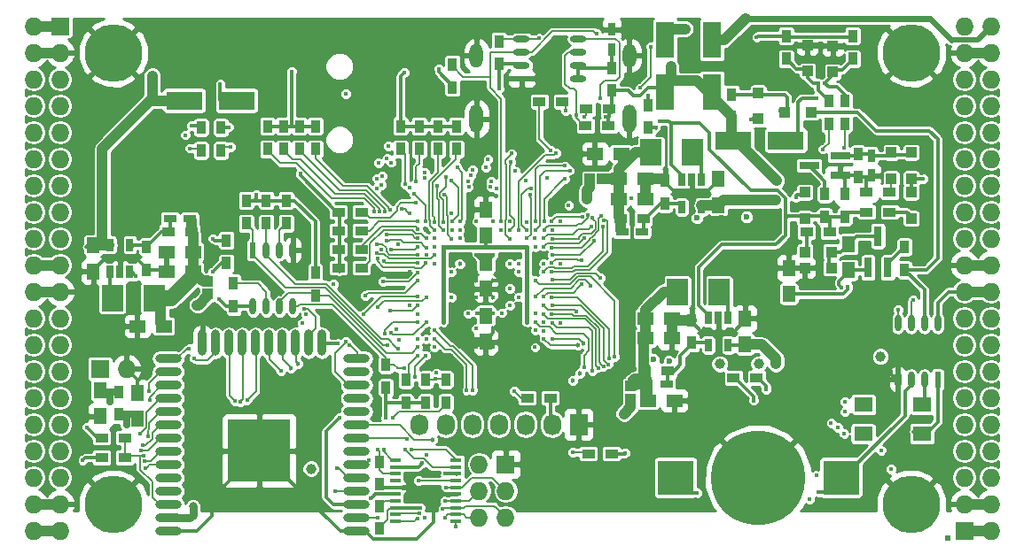
<source format=gbl>
G04 #@! TF.FileFunction,Copper,L4,Bot,Signal*
%FSLAX46Y46*%
G04 Gerber Fmt 4.6, Leading zero omitted, Abs format (unit mm)*
G04 Created by KiCad (PCBNEW 4.0.7+dfsg1-1) date Fri Dec  8 18:08:20 2017*
%MOMM*%
%LPD*%
G01*
G04 APERTURE LIST*
%ADD10C,0.100000*%
%ADD11R,1.727200X1.727200*%
%ADD12O,1.727200X1.727200*%
%ADD13R,0.500000X0.500000*%
%ADD14R,0.900000X1.200000*%
%ADD15R,1.000000X1.000000*%
%ADD16R,1.800000X3.500000*%
%ADD17R,2.000000X2.500000*%
%ADD18R,0.700000X1.200000*%
%ADD19R,1.250000X1.500000*%
%ADD20R,1.500000X1.250000*%
%ADD21R,0.800000X1.900000*%
%ADD22R,1.900000X0.800000*%
%ADD23R,1.200000X0.750000*%
%ADD24R,0.750000X1.200000*%
%ADD25R,1.200000X0.900000*%
%ADD26C,5.500000*%
%ADD27R,1.000000X0.400000*%
%ADD28R,1.727200X2.032000*%
%ADD29O,1.727200X2.032000*%
%ADD30R,3.500000X1.800000*%
%ADD31R,3.500000X3.300000*%
%ADD32C,9.000000*%
%ADD33O,1.300000X2.700000*%
%ADD34O,1.300000X2.300000*%
%ADD35R,0.600000X1.550000*%
%ADD36O,0.600000X1.550000*%
%ADD37R,1.550000X0.600000*%
%ADD38O,1.550000X0.600000*%
%ADD39O,2.500000X0.900000*%
%ADD40O,0.900000X2.500000*%
%ADD41R,6.000000X6.000000*%
%ADD42R,1.800000X1.400000*%
%ADD43C,0.600000*%
%ADD44C,1.000000*%
%ADD45C,0.400000*%
%ADD46C,0.454000*%
%ADD47C,0.800000*%
%ADD48C,0.700000*%
%ADD49C,0.300000*%
%ADD50C,0.190000*%
%ADD51C,1.000000*%
%ADD52C,0.600000*%
%ADD53C,0.500000*%
%ADD54C,0.800000*%
%ADD55C,0.700000*%
%ADD56C,0.400000*%
%ADD57C,0.200000*%
%ADD58C,1.500000*%
%ADD59C,0.127000*%
%ADD60C,1.200000*%
%ADD61C,0.254000*%
G04 APERTURE END LIST*
D10*
D11*
X97910000Y-62690000D03*
D12*
X95370000Y-62690000D03*
X97910000Y-65230000D03*
X95370000Y-65230000D03*
X97910000Y-67770000D03*
X95370000Y-67770000D03*
X97910000Y-70310000D03*
X95370000Y-70310000D03*
X97910000Y-72850000D03*
X95370000Y-72850000D03*
X97910000Y-75390000D03*
X95370000Y-75390000D03*
X97910000Y-77930000D03*
X95370000Y-77930000D03*
X97910000Y-80470000D03*
X95370000Y-80470000D03*
X97910000Y-83010000D03*
X95370000Y-83010000D03*
X97910000Y-85550000D03*
X95370000Y-85550000D03*
X97910000Y-88090000D03*
X95370000Y-88090000D03*
X97910000Y-90630000D03*
X95370000Y-90630000D03*
X97910000Y-93170000D03*
X95370000Y-93170000D03*
X97910000Y-95710000D03*
X95370000Y-95710000D03*
X97910000Y-98250000D03*
X95370000Y-98250000D03*
X97910000Y-100790000D03*
X95370000Y-100790000D03*
X97910000Y-103330000D03*
X95370000Y-103330000D03*
X97910000Y-105870000D03*
X95370000Y-105870000D03*
X97910000Y-108410000D03*
X95370000Y-108410000D03*
X97910000Y-110950000D03*
X95370000Y-110950000D03*
D13*
X182675150Y-111637626D03*
D14*
X103498000Y-99858000D03*
X103498000Y-97658000D03*
D15*
X152393000Y-97142000D03*
X152393000Y-98342000D03*
D16*
X155695000Y-69000000D03*
X155695000Y-64000000D03*
D14*
X154044000Y-72426000D03*
X154044000Y-70226000D03*
D17*
X160870000Y-88090000D03*
X156870000Y-88090000D03*
D18*
X159825000Y-90600000D03*
X160775000Y-90600000D03*
X161725000Y-90600000D03*
X161725000Y-93200000D03*
X159825000Y-93200000D03*
D17*
X102895000Y-88725000D03*
X106895000Y-88725000D03*
D18*
X104575000Y-86215000D03*
X103625000Y-86215000D03*
X102675000Y-86215000D03*
X102675000Y-83615000D03*
X104575000Y-83615000D03*
D17*
X158330000Y-74755000D03*
X154330000Y-74755000D03*
D18*
X157285000Y-77392000D03*
X158235000Y-77392000D03*
X159185000Y-77392000D03*
X159185000Y-79992000D03*
X157285000Y-79992000D03*
D19*
X101085000Y-83665000D03*
X101085000Y-86165000D03*
D20*
X153810000Y-90630000D03*
X156310000Y-90630000D03*
X153810000Y-92535000D03*
X156310000Y-92535000D03*
D19*
X163315000Y-93150000D03*
X163315000Y-90650000D03*
D20*
X151270000Y-79200000D03*
X153770000Y-79200000D03*
X151270000Y-77295000D03*
X153770000Y-77295000D03*
D19*
X160775000Y-79815000D03*
X160775000Y-77315000D03*
D20*
X110590000Y-84280000D03*
X108090000Y-84280000D03*
X110590000Y-86185000D03*
X108090000Y-86185000D03*
D19*
X173221000Y-86038000D03*
X173221000Y-83538000D03*
D21*
X176965000Y-85780000D03*
X175065000Y-85780000D03*
X176015000Y-82780000D03*
D22*
X172435000Y-75075000D03*
X172435000Y-76975000D03*
X169435000Y-76025000D03*
D23*
X153910000Y-96910000D03*
X155810000Y-96910000D03*
X151570000Y-82375000D03*
X153470000Y-82375000D03*
X110290000Y-81105000D03*
X108390000Y-81105000D03*
D24*
X175380000Y-75075000D03*
X175380000Y-76975000D03*
D25*
X169200000Y-82375000D03*
X171400000Y-82375000D03*
D14*
X172840000Y-80935000D03*
X172840000Y-78735000D03*
D25*
X177115000Y-80470000D03*
X174915000Y-80470000D03*
D14*
X174110000Y-74925000D03*
X174110000Y-77125000D03*
X178555000Y-83815000D03*
X178555000Y-86015000D03*
X113785000Y-83180000D03*
X113785000Y-85380000D03*
X170935000Y-80935000D03*
X170935000Y-78735000D03*
X128390000Y-108580000D03*
X128390000Y-110780000D03*
D25*
X150572000Y-103584000D03*
X148372000Y-103584000D03*
X177115000Y-78565000D03*
X174915000Y-78565000D03*
X153760000Y-95640000D03*
X155960000Y-95640000D03*
X110440000Y-82375000D03*
X108240000Y-82375000D03*
X151420000Y-81105000D03*
X153620000Y-81105000D03*
D14*
X158235000Y-90800000D03*
X158235000Y-93000000D03*
X106165000Y-86015000D03*
X106165000Y-83815000D03*
X155695000Y-77465000D03*
X155695000Y-79665000D03*
D25*
X126696000Y-85804000D03*
X124496000Y-85804000D03*
X126696000Y-84026000D03*
X124496000Y-84026000D03*
X126696000Y-82248000D03*
X124496000Y-82248000D03*
X126696000Y-80470000D03*
X124496000Y-80470000D03*
D14*
X130422000Y-74458000D03*
X130422000Y-72258000D03*
X132200000Y-74458000D03*
X132200000Y-72258000D03*
X133978000Y-74458000D03*
X133978000Y-72258000D03*
X135756000Y-74458000D03*
X135756000Y-72258000D03*
D24*
X150589600Y-64910000D03*
X150589600Y-63010000D03*
D11*
X184270000Y-110950000D03*
D12*
X186810000Y-110950000D03*
X184270000Y-108410000D03*
X186810000Y-108410000D03*
X184270000Y-105870000D03*
X186810000Y-105870000D03*
X184270000Y-103330000D03*
X186810000Y-103330000D03*
X184270000Y-100790000D03*
X186810000Y-100790000D03*
X184270000Y-98250000D03*
X186810000Y-98250000D03*
X184270000Y-95710000D03*
X186810000Y-95710000D03*
X184270000Y-93170000D03*
X186810000Y-93170000D03*
X184270000Y-90630000D03*
X186810000Y-90630000D03*
X184270000Y-88090000D03*
X186810000Y-88090000D03*
X184270000Y-85550000D03*
X186810000Y-85550000D03*
X184270000Y-83010000D03*
X186810000Y-83010000D03*
X184270000Y-80470000D03*
X186810000Y-80470000D03*
X184270000Y-77930000D03*
X186810000Y-77930000D03*
X184270000Y-75390000D03*
X186810000Y-75390000D03*
X184270000Y-72850000D03*
X186810000Y-72850000D03*
X184270000Y-70310000D03*
X186810000Y-70310000D03*
X184270000Y-67770000D03*
X186810000Y-67770000D03*
X184270000Y-65230000D03*
X186810000Y-65230000D03*
X184270000Y-62690000D03*
X186810000Y-62690000D03*
D26*
X102990000Y-108410000D03*
X179190000Y-108410000D03*
X179190000Y-65230000D03*
X102990000Y-65230000D03*
D14*
X162045000Y-71410000D03*
X162045000Y-69210000D03*
X139820000Y-66330000D03*
X139820000Y-64130000D03*
X135375000Y-68532000D03*
X135375000Y-66332000D03*
X150615000Y-68870000D03*
X150615000Y-66670000D03*
D25*
X150275000Y-72215000D03*
X148075000Y-72215000D03*
X150380000Y-70600000D03*
X148180000Y-70600000D03*
D27*
X135735000Y-104215000D03*
X135735000Y-104865000D03*
X135735000Y-105515000D03*
X135735000Y-106165000D03*
X135735000Y-106815000D03*
X135735000Y-107465000D03*
X135735000Y-108115000D03*
X135735000Y-108765000D03*
X135735000Y-109415000D03*
X135735000Y-110065000D03*
X129935000Y-110065000D03*
X129935000Y-109415000D03*
X129935000Y-108765000D03*
X129935000Y-108115000D03*
X129935000Y-107465000D03*
X129935000Y-106815000D03*
X129935000Y-106165000D03*
X129935000Y-105515000D03*
X129935000Y-104865000D03*
X129935000Y-104215000D03*
D14*
X119500000Y-79370000D03*
X119500000Y-81570000D03*
X114480000Y-89500000D03*
X114480000Y-87300000D03*
X129025000Y-97275000D03*
X129025000Y-95075000D03*
X117595000Y-79370000D03*
X117595000Y-81570000D03*
X122280000Y-86300000D03*
X122280000Y-88500000D03*
X115690000Y-79370000D03*
X115690000Y-81570000D03*
D25*
X144730000Y-98250000D03*
X142530000Y-98250000D03*
D14*
X132835000Y-98715000D03*
X132835000Y-96515000D03*
X130930000Y-98715000D03*
X130930000Y-96515000D03*
D25*
X101890000Y-103965000D03*
X104090000Y-103965000D03*
D11*
X101720000Y-95456000D03*
D12*
X104260000Y-95456000D03*
D25*
X104090000Y-102060000D03*
X101890000Y-102060000D03*
D19*
X167506000Y-88324000D03*
X167506000Y-85824000D03*
D25*
X164415000Y-96345000D03*
X162215000Y-96345000D03*
D14*
X167252000Y-65822000D03*
X167252000Y-63622000D03*
D11*
X140455000Y-104600000D03*
D12*
X137915000Y-104600000D03*
X140455000Y-107140000D03*
X137915000Y-107140000D03*
X140455000Y-109680000D03*
X137915000Y-109680000D03*
D19*
X138550000Y-90396000D03*
X138550000Y-92896000D03*
X138550000Y-82736000D03*
X138550000Y-80236000D03*
X138550000Y-85316000D03*
X138550000Y-87816000D03*
X101720000Y-97508000D03*
X101720000Y-100008000D03*
D14*
X113277000Y-74585000D03*
X113277000Y-72385000D03*
X111372000Y-74585000D03*
X111372000Y-72385000D03*
X172840000Y-72045000D03*
X172840000Y-69845000D03*
X171316000Y-72045000D03*
X171316000Y-69845000D03*
D28*
X147440000Y-100790000D03*
D29*
X144900000Y-100790000D03*
X142360000Y-100790000D03*
X139820000Y-100790000D03*
X137280000Y-100790000D03*
X134740000Y-100790000D03*
X132200000Y-100790000D03*
D19*
X105276000Y-100262000D03*
X105276000Y-97762000D03*
D30*
X109761000Y-69802000D03*
X114761000Y-69802000D03*
X167212000Y-73612000D03*
X162212000Y-73612000D03*
D16*
X160140000Y-64000000D03*
X160140000Y-69000000D03*
D20*
X154064000Y-98504000D03*
X156564000Y-98504000D03*
X107796000Y-91392000D03*
X105296000Y-91392000D03*
X151484000Y-74882000D03*
X148984000Y-74882000D03*
D14*
X173602000Y-65822000D03*
X173602000Y-63622000D03*
X134740000Y-96515000D03*
X134740000Y-98715000D03*
D31*
X172485000Y-105870000D03*
X156685000Y-105870000D03*
D32*
X164585000Y-105870000D03*
D15*
X169284000Y-66988000D03*
X169284000Y-64488000D03*
X171697000Y-67081000D03*
X171697000Y-64581000D03*
X169050000Y-84280000D03*
X171550000Y-84280000D03*
X179190000Y-81085000D03*
X179190000Y-78585000D03*
X169030000Y-81085000D03*
X169030000Y-78585000D03*
X171550000Y-85804000D03*
X169050000Y-85804000D03*
X179190000Y-77275000D03*
X179190000Y-74775000D03*
X177285000Y-74775000D03*
X177285000Y-77275000D03*
X167145000Y-70945000D03*
X169645000Y-70945000D03*
X164585000Y-69060000D03*
X164585000Y-71560000D03*
X112007000Y-87109000D03*
X112007000Y-88309000D03*
X149691000Y-77295000D03*
X148491000Y-77295000D03*
D14*
X128390000Y-106546000D03*
X128390000Y-104346000D03*
X117722000Y-74458000D03*
X117722000Y-72258000D03*
X119246000Y-74458000D03*
X119246000Y-72258000D03*
X120770000Y-74458000D03*
X120770000Y-72258000D03*
X122294000Y-74458000D03*
X122294000Y-72258000D03*
D25*
X145880000Y-69900000D03*
X143680000Y-69900000D03*
D33*
X152280000Y-71550000D03*
X137680000Y-71550000D03*
D34*
X137680000Y-65500000D03*
X152280000Y-65500000D03*
D35*
X181730000Y-96505000D03*
D36*
X180460000Y-96505000D03*
X179190000Y-96505000D03*
X177920000Y-96505000D03*
X177920000Y-91105000D03*
X179190000Y-91105000D03*
X180460000Y-91105000D03*
X181730000Y-91105000D03*
D37*
X141980000Y-67706500D03*
D38*
X141980000Y-66436500D03*
X141980000Y-65166500D03*
X141980000Y-63896500D03*
X147380000Y-63896500D03*
X147380000Y-65166500D03*
X147380000Y-66436500D03*
X147380000Y-67706500D03*
D35*
X116325000Y-84120000D03*
D36*
X117595000Y-84120000D03*
X118865000Y-84120000D03*
X120135000Y-84120000D03*
X120135000Y-89520000D03*
X118865000Y-89520000D03*
X117595000Y-89520000D03*
X116325000Y-89520000D03*
D39*
X126230000Y-111000000D03*
X126230000Y-109730000D03*
X126230000Y-108460000D03*
X126230000Y-107190000D03*
X126230000Y-105920000D03*
X126230000Y-104650000D03*
X126230000Y-103380000D03*
X126230000Y-102110000D03*
X126230000Y-100840000D03*
X126230000Y-99570000D03*
X126230000Y-98300000D03*
X126230000Y-97030000D03*
X126230000Y-95760000D03*
X126230000Y-94490000D03*
D40*
X122945000Y-93000000D03*
X121675000Y-93000000D03*
X120405000Y-93000000D03*
X119135000Y-93000000D03*
X117865000Y-93000000D03*
X116595000Y-93000000D03*
X115325000Y-93000000D03*
X114055000Y-93000000D03*
X112785000Y-93000000D03*
X111515000Y-93000000D03*
D39*
X108230000Y-94490000D03*
X108230000Y-95760000D03*
X108230000Y-97030000D03*
X108230000Y-98300000D03*
X108230000Y-99570000D03*
X108230000Y-100840000D03*
X108230000Y-102110000D03*
X108230000Y-103380000D03*
X108230000Y-104650000D03*
X108230000Y-105920000D03*
X108230000Y-107190000D03*
X108230000Y-108460000D03*
X108230000Y-109730000D03*
X108230000Y-111000000D03*
D41*
X116930000Y-103300000D03*
D42*
X180212000Y-98882000D03*
X174612000Y-98882000D03*
X174612000Y-101682000D03*
X180212000Y-101682000D03*
D43*
X152525938Y-81463870D03*
D44*
X162956098Y-95078488D03*
X158539988Y-94868772D03*
D43*
X161075765Y-80992022D03*
X164882869Y-80938986D03*
X156262773Y-81349374D03*
D44*
X177229911Y-82281349D03*
D43*
X123437000Y-108972000D03*
D45*
X132871770Y-84533979D03*
X132862998Y-82124544D03*
X131278306Y-86213101D03*
X135281276Y-80583119D03*
X131279502Y-89407325D03*
X170309539Y-85441529D03*
X145698456Y-91073766D03*
X145672808Y-85396062D03*
X144103186Y-84622010D03*
X133216000Y-107465000D03*
X137680000Y-88600000D03*
X142480000Y-95000000D03*
X141680000Y-92600000D03*
X140836000Y-84534000D03*
X135284627Y-94985297D03*
X135288625Y-94225619D03*
X134455822Y-94267172D03*
X136095958Y-93369652D03*
D46*
X139264636Y-91615205D03*
D44*
X116880503Y-64802940D03*
X106974809Y-64953974D03*
X175210328Y-64948943D03*
X165417246Y-64954666D03*
D45*
X175495631Y-71457432D03*
X145680000Y-94177990D03*
X177285000Y-95710000D03*
X140880000Y-81400000D03*
X136085174Y-89394826D03*
X145680000Y-81400000D03*
X140874194Y-91433353D03*
X142480000Y-94200000D03*
X140880000Y-93400000D03*
X139280000Y-93400000D03*
X137680000Y-93400000D03*
X136880000Y-92600000D03*
X135280000Y-92600000D03*
X132880000Y-91800000D03*
X132880000Y-93400000D03*
D46*
X141042859Y-86994997D03*
X139280000Y-87000000D03*
X136110990Y-86995403D03*
X137680000Y-87000000D03*
X136080000Y-84600000D03*
X139280000Y-88600000D03*
D44*
X106720415Y-67436305D03*
X166284693Y-95025145D03*
X166248957Y-79348409D03*
X166343357Y-77477990D03*
D45*
X172564535Y-87722010D03*
D44*
X121861867Y-105030174D03*
D45*
X150030853Y-71331848D03*
D44*
X156235582Y-66548363D03*
X101932065Y-82585048D03*
D45*
X127586603Y-107875044D03*
D44*
X157600000Y-62944000D03*
D45*
X109848000Y-73104000D03*
D44*
X160905403Y-95006436D03*
D43*
X158731133Y-81048929D03*
X154593901Y-94607945D03*
X156088245Y-94762980D03*
D44*
X164625730Y-94982471D03*
D43*
X163462982Y-80942429D03*
D44*
X176254940Y-94288458D03*
D47*
X110593913Y-108636458D03*
D45*
X180340784Y-77316932D03*
X148271935Y-77777990D03*
X173137949Y-87594275D03*
D44*
X148202454Y-79278787D03*
D48*
X102710050Y-98594954D03*
D45*
X154794000Y-72426000D03*
X129005202Y-100174798D03*
X137659051Y-91638034D03*
X139820000Y-68665673D03*
X172834633Y-99599920D03*
X172879922Y-98618650D03*
X176305593Y-103279812D03*
X164433885Y-63737451D03*
X134079160Y-66786153D03*
X116654336Y-78777990D03*
X112515000Y-83010000D03*
X100080000Y-104200000D03*
X113080000Y-88800000D03*
X135273306Y-88618602D03*
X139272517Y-84611349D03*
X137680556Y-84534085D03*
X141680000Y-86200000D03*
X135280000Y-86200000D03*
X132880000Y-92600000D03*
X132080000Y-92600000D03*
X141680000Y-88600000D03*
X141680000Y-85400000D03*
X165349214Y-97422919D03*
X121401947Y-90251871D03*
X129988160Y-91721995D03*
X130302262Y-92700329D03*
X121041200Y-91125073D03*
D44*
X110991000Y-89360000D03*
D45*
X142480000Y-91000000D03*
X142480000Y-83800000D03*
X134480000Y-83800000D03*
X134480000Y-91000000D03*
X105160274Y-86610828D03*
X125193541Y-69156848D03*
X155149360Y-71764535D03*
X170182962Y-69571012D03*
X170362901Y-107286196D03*
X158716651Y-107325176D03*
X128216338Y-109760338D03*
X132708000Y-109680000D03*
X137295592Y-97538017D03*
X134750646Y-106810513D03*
X133680000Y-91800000D03*
X136740903Y-97514503D03*
X134675868Y-108131585D03*
D46*
X133449289Y-102232615D03*
D45*
X133680000Y-92600000D03*
X132936956Y-103711000D03*
X127385678Y-104203668D03*
X133685482Y-93402296D03*
X134463998Y-108841973D03*
X131039072Y-102187000D03*
X131808905Y-96227367D03*
X134636872Y-109719950D03*
X132846234Y-94197073D03*
X120834553Y-76779094D03*
X130761990Y-67119621D03*
X147186000Y-71200000D03*
X147983153Y-71347080D03*
X149475951Y-69619684D03*
X153297112Y-68608292D03*
X177926984Y-89812061D03*
X154329326Y-64643767D03*
X152497066Y-79193467D03*
X146481406Y-79819384D03*
X143650666Y-63862520D03*
X179351513Y-88868327D03*
X149134122Y-63424051D03*
X140035989Y-81400000D03*
X115759823Y-98502036D03*
X132083026Y-86260405D03*
X128776655Y-87135140D03*
X119008515Y-95662939D03*
D46*
X119978162Y-95412951D03*
X120634035Y-94977604D03*
D45*
X113212238Y-68244401D03*
X146180000Y-70800000D03*
X131453853Y-103208291D03*
X149771692Y-81825658D03*
X144080000Y-86200000D03*
X149520824Y-86769192D03*
X144894316Y-86977564D03*
X144873936Y-83860397D03*
X149549750Y-80868432D03*
D46*
X147355672Y-93219294D03*
D45*
X144113248Y-92588762D03*
X144875155Y-86218896D03*
X149846468Y-81303978D03*
X144916886Y-83016385D03*
X148719886Y-81056015D03*
D46*
X147915304Y-93063131D03*
D45*
X144882352Y-92577990D03*
X148747982Y-95669626D03*
X144891634Y-91073766D03*
X149795895Y-95251084D03*
X144867244Y-90229755D03*
X150278898Y-95040253D03*
X144892596Y-89385743D03*
X150345974Y-94517527D03*
X144877648Y-88622010D03*
X150889207Y-94332565D03*
X143280000Y-87000000D03*
X130807074Y-95454141D03*
X130171404Y-93544341D03*
X132080000Y-93400000D03*
X129196652Y-93209125D03*
X133852393Y-95875797D03*
X141280000Y-97600000D03*
X133762848Y-96395146D03*
X132080000Y-94200000D03*
X128610772Y-84072485D03*
X105895603Y-103765816D03*
X130839486Y-103208291D03*
X132075624Y-89410644D03*
X129449238Y-89926948D03*
X128806823Y-103185900D03*
X128251440Y-89564206D03*
X132162861Y-106185868D03*
X132880000Y-88600000D03*
X124329568Y-104994951D03*
X127040053Y-88481065D03*
X132080000Y-87000000D03*
X125499542Y-93250681D03*
X124202418Y-107207639D03*
X132024412Y-109766775D03*
X110313517Y-74380698D03*
X132219727Y-109277292D03*
X114166000Y-74247000D03*
X135315381Y-81391918D03*
X135280062Y-77463305D03*
X134471370Y-81406751D03*
X134758050Y-77130140D03*
X132761172Y-77202673D03*
X132737245Y-76676207D03*
X128644933Y-77050030D03*
X128152012Y-77257840D03*
X128125571Y-78233647D03*
X110718734Y-94451783D03*
X128590544Y-77894041D03*
X110249038Y-93533767D03*
X106368514Y-97598098D03*
X131253134Y-78134216D03*
X106477197Y-98487772D03*
X132783339Y-81400004D03*
X131709326Y-78745875D03*
X132079024Y-82984045D03*
X129109095Y-82655074D03*
X105572759Y-101661319D03*
X106276126Y-101893466D03*
X132880889Y-83897835D03*
X129054383Y-83179239D03*
X129487667Y-84079929D03*
X132083682Y-83828056D03*
X105813763Y-102819336D03*
X132062099Y-84533979D03*
X128165458Y-83528763D03*
X105627254Y-103312241D03*
X128183315Y-84380742D03*
X105992720Y-104283802D03*
X133671942Y-84595200D03*
X132834641Y-85377990D03*
X128203260Y-84907376D03*
X106088753Y-104974041D03*
D46*
X146862501Y-96617499D03*
X147534467Y-95913260D03*
D45*
X147927932Y-95329243D03*
X143280000Y-91000000D03*
X149284391Y-95377990D03*
X144077013Y-90266968D03*
X147207648Y-89973043D03*
X144076240Y-89395301D03*
X143281824Y-90201951D03*
X144102010Y-85397219D03*
X147687522Y-85093328D03*
X144868096Y-85371354D03*
X148610669Y-81900026D03*
X144102010Y-83000000D03*
X144888125Y-82172374D03*
X147695541Y-87403214D03*
X144082832Y-88584510D03*
X148578814Y-87496879D03*
X143278026Y-88595030D03*
X144125486Y-82186468D03*
X148298275Y-80739810D03*
X144876540Y-81328363D03*
X147802234Y-80917812D03*
X139280000Y-81400000D03*
X139578623Y-78205862D03*
X139034115Y-78040948D03*
X139046749Y-77514088D03*
X138580000Y-76200000D03*
X138779198Y-75400762D03*
X137680000Y-81400000D03*
X137308732Y-76415018D03*
X137106948Y-76979922D03*
X136859538Y-77550820D03*
X136922059Y-78097889D03*
X136096392Y-81395070D03*
X135830698Y-76200613D03*
X148878722Y-83261032D03*
X144915665Y-84598743D03*
X148001372Y-82958777D03*
X144103186Y-83777990D03*
X142841210Y-78784254D03*
X142473549Y-82998913D03*
X142864275Y-78217369D03*
X142437464Y-82181475D03*
X146089079Y-77300571D03*
X144144931Y-81387081D03*
X144394875Y-77219934D03*
X146577729Y-76500816D03*
X143281475Y-82206074D03*
X146130802Y-76060132D03*
X143300920Y-81377293D03*
X145255695Y-74817220D03*
X141662690Y-82207782D03*
X142456909Y-81405800D03*
X140030954Y-82200000D03*
X141342967Y-76554996D03*
X141046643Y-74873804D03*
X140864029Y-83041403D03*
X140874966Y-82177164D03*
X140980062Y-75681941D03*
X115149319Y-98625494D03*
X132872609Y-82968555D03*
X132080007Y-82103333D03*
X132080000Y-81400000D03*
X131847310Y-79589886D03*
X130856828Y-77786820D03*
X131923295Y-77584853D03*
X133648389Y-82190597D03*
X133627359Y-81414685D03*
X129477855Y-92000822D03*
X132880000Y-91000000D03*
X128879646Y-92111037D03*
X132077648Y-90977990D03*
X131275302Y-80595752D03*
X130489904Y-80167235D03*
X128823114Y-85153560D03*
X132072985Y-85377990D03*
X134476508Y-82180155D03*
X133942383Y-77980766D03*
X163908850Y-71651861D03*
X135656559Y-110610712D03*
X132468001Y-104503413D03*
X146844288Y-103452739D03*
X132285867Y-108754446D03*
X134707351Y-105508447D03*
D48*
X104260000Y-100790000D03*
D45*
X114604320Y-98573680D03*
X112515000Y-86185000D03*
X164144561Y-98511733D03*
X170157734Y-105666345D03*
X169506589Y-107953726D03*
X170735900Y-74464979D03*
X143257990Y-83000000D03*
X168166438Y-79108038D03*
X151896383Y-103510715D03*
X114039000Y-72342000D03*
X110483000Y-72215000D03*
X143269694Y-93414905D03*
X177274002Y-105079115D03*
X172761273Y-101651681D03*
X143280000Y-91800000D03*
X172193360Y-101105663D03*
X144064831Y-91877646D03*
X171540304Y-100645743D03*
X144080000Y-91000000D03*
X135320520Y-82196441D03*
X129493343Y-75737814D03*
X136080000Y-82200000D03*
X129125079Y-75315804D03*
X136080000Y-83000000D03*
X129252218Y-74142461D03*
X142377451Y-77497451D03*
X172746637Y-74347988D03*
X143280000Y-83800000D03*
X170300000Y-68151000D03*
X170950000Y-68125562D03*
X125167387Y-92841517D03*
X121206217Y-89762554D03*
X132082956Y-90210779D03*
X182675150Y-111637626D03*
X124027706Y-87347706D03*
X124027707Y-87347707D03*
X166678914Y-70803555D03*
X129660000Y-100155000D03*
X124580000Y-100155000D03*
X132084049Y-88558274D03*
X126880008Y-90276109D03*
X128280000Y-103200000D03*
X100450000Y-101044000D03*
X120008000Y-67008000D03*
X127889625Y-80407426D03*
X133680000Y-85400000D03*
X130204628Y-83599483D03*
X128416582Y-80399850D03*
X133680000Y-83800000D03*
X128943593Y-80399729D03*
X133680000Y-83000000D03*
X129457990Y-80285112D03*
X144780000Y-74590382D03*
X124453000Y-93043000D03*
X137689001Y-90122990D03*
D44*
X151758000Y-99774000D03*
D45*
X136885174Y-90194826D03*
X140094890Y-90122990D03*
X139280000Y-90122990D03*
X140880000Y-89400000D03*
X140880000Y-87800000D03*
X140880000Y-85400000D03*
D46*
X136080000Y-85400000D03*
D45*
X128333179Y-75769807D03*
X134613000Y-78819000D03*
X135280000Y-83022010D03*
X154052298Y-69302298D03*
D49*
X155822000Y-83645000D02*
X155822000Y-81790147D01*
X155822000Y-81790147D02*
X156262773Y-81349374D01*
X153039876Y-83645000D02*
X155822000Y-83645000D01*
X152525938Y-83131062D02*
X153039876Y-83645000D01*
X152525938Y-81463870D02*
X152525938Y-83131062D01*
D50*
X138029000Y-66332000D02*
X138115000Y-66246000D01*
D49*
X133415999Y-107664999D02*
X133216000Y-107465000D01*
X133612013Y-107861013D02*
X133415999Y-107664999D01*
X131991648Y-111780338D02*
X133612013Y-110159973D01*
X127810434Y-111780338D02*
X131991648Y-111780338D01*
X133612013Y-110159973D02*
X133612013Y-107861013D01*
X127060434Y-111030338D02*
X127810434Y-111780338D01*
X126260434Y-111030338D02*
X127060434Y-111030338D01*
D51*
X184270000Y-108410000D02*
X186810000Y-108410000D01*
X184270000Y-85550000D02*
X186810000Y-85550000D01*
X184270000Y-65230000D02*
X186810000Y-65230000D01*
X95370000Y-65230000D02*
X97910000Y-65230000D01*
X95370000Y-88090000D02*
X97910000Y-88090000D01*
X95370000Y-108410000D02*
X97910000Y-108410000D01*
D49*
X108260434Y-111030338D02*
X109060434Y-111030338D01*
X109060434Y-111030338D02*
X109140772Y-110950000D01*
X110957617Y-110950000D02*
X112380000Y-109527617D01*
X109140772Y-110950000D02*
X110957617Y-110950000D01*
X112380000Y-109527617D02*
X112380000Y-107854384D01*
X112380000Y-107854384D02*
X116904046Y-103330338D01*
X116904046Y-103330338D02*
X116960434Y-103330338D01*
X167506000Y-85824000D02*
X169927068Y-85824000D01*
X169927068Y-85824000D02*
X170109540Y-85641528D01*
X170109540Y-85641528D02*
X170309539Y-85441529D01*
X104260000Y-95456000D02*
X105276000Y-96472000D01*
X105276000Y-96472000D02*
X105276000Y-97762000D01*
X133216000Y-107465000D02*
X132214478Y-107465000D01*
X135735000Y-107465000D02*
X133216000Y-107465000D01*
X132214478Y-107465000D02*
X131572496Y-106823018D01*
X131572496Y-106823018D02*
X129919874Y-106823018D01*
X126260434Y-111030338D02*
X124660659Y-111030338D01*
X124660659Y-111030338D02*
X116960659Y-103330338D01*
X116960659Y-103330338D02*
X116960434Y-103330338D01*
X129935000Y-106815000D02*
X128659000Y-106815000D01*
X128659000Y-106815000D02*
X128390000Y-106546000D01*
X128390000Y-106546000D02*
X128558000Y-106546000D01*
X136126306Y-93400000D02*
X136095958Y-93369652D01*
X136880000Y-92600000D02*
X136110348Y-93369652D01*
X136049652Y-93369652D02*
X136095958Y-93369652D01*
X137680000Y-93400000D02*
X136126306Y-93400000D01*
X135280000Y-92600000D02*
X136049652Y-93369652D01*
X136110348Y-93369652D02*
X136095958Y-93369652D01*
X139264636Y-92054364D02*
X139264636Y-91936231D01*
X139264636Y-91936231D02*
X139264636Y-91615205D01*
X138550000Y-92769000D02*
X139264636Y-92054364D01*
X136880000Y-92600000D02*
X137680000Y-93400000D01*
X136880000Y-92600000D02*
X138381000Y-92600000D01*
X138381000Y-92600000D02*
X138550000Y-92769000D01*
X135280000Y-92600000D02*
X136880000Y-92600000D01*
X138550000Y-92769000D02*
X138649000Y-92769000D01*
X138649000Y-92769000D02*
X139280000Y-93400000D01*
X138550000Y-92769000D02*
X138311000Y-92769000D01*
X138311000Y-92769000D02*
X137680000Y-93400000D01*
X175042385Y-64781000D02*
X175210328Y-64948943D01*
X171697000Y-64781000D02*
X175042385Y-64781000D01*
X165683912Y-64688000D02*
X165417246Y-64954666D01*
X169284000Y-64688000D02*
X165683912Y-64688000D01*
X169284000Y-64688000D02*
X171604000Y-64688000D01*
X171604000Y-64688000D02*
X171697000Y-64781000D01*
X177285000Y-95710000D02*
X177285000Y-95964000D01*
X177285000Y-95964000D02*
X177920000Y-96599000D01*
X102210000Y-84915000D02*
X103625000Y-84915000D01*
X103625000Y-84915000D02*
X105215000Y-84915000D01*
X103625000Y-86215000D02*
X103625000Y-84915000D01*
X105215000Y-84915000D02*
X106165000Y-85865000D01*
X106165000Y-85865000D02*
X106165000Y-86015000D01*
X101085000Y-86165000D02*
X101085000Y-86040000D01*
X101085000Y-86040000D02*
X102210000Y-84915000D01*
X106165000Y-86015000D02*
X107920000Y-86015000D01*
X107920000Y-86015000D02*
X108090000Y-86185000D01*
D51*
X153770000Y-77295000D02*
X155525000Y-77295000D01*
D49*
X155525000Y-77295000D02*
X155695000Y-77465000D01*
D51*
X153770000Y-79200000D02*
X153770000Y-77295000D01*
D49*
X174110000Y-77125000D02*
X174745000Y-77125000D01*
X174745000Y-77125000D02*
X175230000Y-77125000D01*
X174915000Y-78565000D02*
X174915000Y-77295000D01*
X174915000Y-77295000D02*
X174745000Y-77125000D01*
X172840000Y-78735000D02*
X172840000Y-77380000D01*
X172840000Y-77380000D02*
X172435000Y-76975000D01*
X175230000Y-77125000D02*
X175380000Y-76975000D01*
X172435000Y-76975000D02*
X173960000Y-76975000D01*
X173960000Y-76975000D02*
X174110000Y-77125000D01*
X137680000Y-86200000D02*
X137680000Y-86600000D01*
X136080000Y-84600000D02*
X137680000Y-86200000D01*
X159850000Y-78365000D02*
X158235000Y-78365000D01*
X158235000Y-78365000D02*
X156445000Y-78365000D01*
X158235000Y-77235000D02*
X158235000Y-78365000D01*
X160775000Y-77315000D02*
X160775000Y-77440000D01*
X160775000Y-77440000D02*
X159850000Y-78365000D01*
X156445000Y-78365000D02*
X155695000Y-77615000D01*
X155695000Y-77615000D02*
X155695000Y-77465000D01*
D51*
X156310000Y-90630000D02*
X156310000Y-92535000D01*
X158235000Y-90800000D02*
X156480000Y-90800000D01*
D49*
X156480000Y-90800000D02*
X156310000Y-90630000D01*
X163315000Y-90650000D02*
X163315000Y-90834602D01*
X163315000Y-90834602D02*
X162249602Y-91900000D01*
X162249602Y-91900000D02*
X160775000Y-91900000D01*
X101085000Y-86165000D02*
X101085000Y-85929893D01*
X106165000Y-85944374D02*
X106165000Y-86015000D01*
X159185000Y-91900000D02*
X160775000Y-91900000D01*
X160775000Y-90600000D02*
X160775000Y-91900000D01*
X158235000Y-90800000D02*
X158235000Y-90950000D01*
X158235000Y-90950000D02*
X159185000Y-91900000D01*
X108090000Y-84280000D02*
X108090000Y-86185000D01*
X107625000Y-84745000D02*
X108090000Y-84280000D01*
X108070000Y-84260000D02*
X108090000Y-84280000D01*
X141037856Y-87000000D02*
X141042859Y-86994997D01*
X139280000Y-87000000D02*
X141037856Y-87000000D01*
X136432016Y-86995403D02*
X136110990Y-86995403D01*
X137284597Y-86995403D02*
X136432016Y-86995403D01*
X137680000Y-86600000D02*
X137284597Y-86995403D01*
X137680000Y-86600000D02*
X137680000Y-87000000D01*
D51*
X106720415Y-69627585D02*
X106720415Y-68143411D01*
X106407114Y-69940886D02*
X106720415Y-69627585D01*
X106720415Y-68143411D02*
X106720415Y-67436305D01*
X166284693Y-94494693D02*
X166284693Y-95025145D01*
X164940000Y-93150000D02*
X166284693Y-94494693D01*
X163315000Y-93150000D02*
X164940000Y-93150000D01*
X165541851Y-79348409D02*
X166248957Y-79348409D01*
X161241591Y-79348409D02*
X165541851Y-79348409D01*
X160790000Y-79800000D02*
X161241591Y-79348409D01*
D49*
X150615000Y-68870000D02*
X152180000Y-68870000D01*
X153331001Y-69348999D02*
X152658999Y-69348999D01*
X152658999Y-69348999D02*
X152180000Y-68870000D01*
X154087002Y-68592998D02*
X155287998Y-68592998D01*
X153331001Y-69348999D02*
X154087002Y-68592998D01*
X155287998Y-68592998D02*
X155695000Y-69000000D01*
D51*
X162045000Y-71410000D02*
X162045000Y-73179633D01*
X162045000Y-73179633D02*
X165843358Y-76977991D01*
X165843358Y-76977991D02*
X166343357Y-77477990D01*
D49*
X101085000Y-83665000D02*
X101684316Y-83665000D01*
X101684316Y-83665000D02*
X101913492Y-83435824D01*
D51*
X101913492Y-83435824D02*
X101913492Y-82603621D01*
D49*
X101913492Y-82603621D02*
X101932065Y-82585048D01*
X172296000Y-87453475D02*
X172364536Y-87522011D01*
X172364536Y-87522011D02*
X172564535Y-87722010D01*
X172296000Y-87088000D02*
X172296000Y-87453475D01*
X173221000Y-86038000D02*
X173221000Y-86163000D01*
X173221000Y-86163000D02*
X172296000Y-87088000D01*
X150275000Y-71465000D02*
X150380000Y-71360000D01*
X150380000Y-71360000D02*
X150380000Y-70600000D01*
X150615000Y-70935000D02*
X150615000Y-69995990D01*
X150615000Y-69995990D02*
X150615000Y-68870000D01*
X150313695Y-71331848D02*
X150030853Y-71331848D01*
X150141848Y-71331848D02*
X150030853Y-71331848D01*
X150275000Y-71465000D02*
X150141848Y-71331848D01*
X150275000Y-72215000D02*
X150275000Y-71465000D01*
X160140000Y-69000000D02*
X160140000Y-69850000D01*
X160140000Y-69850000D02*
X161700000Y-71410000D01*
D51*
X156235582Y-67716832D02*
X156235582Y-66548363D01*
X158681338Y-67896338D02*
X156415088Y-67896338D01*
X156415088Y-67896338D02*
X156235582Y-67716832D01*
D49*
X156235582Y-66578582D02*
X156235582Y-66548363D01*
D51*
X101932065Y-81877942D02*
X101932065Y-82585048D01*
X101932065Y-74415935D02*
X101932065Y-81877942D01*
X106407114Y-69940886D02*
X101932065Y-74415935D01*
D49*
X110610000Y-69548000D02*
X110610000Y-69802000D01*
D51*
X109975000Y-69802000D02*
X106546000Y-69802000D01*
X106546000Y-69802000D02*
X106419000Y-69929000D01*
X106419000Y-69929000D02*
X106407114Y-69940886D01*
D49*
X106419000Y-69675000D02*
X106419000Y-69929000D01*
X100572432Y-83665000D02*
X100424079Y-83813353D01*
X101085000Y-83665000D02*
X100572432Y-83665000D01*
X160790000Y-79800000D02*
X160775000Y-79815000D01*
X160775000Y-79940000D02*
X160775000Y-79815000D01*
X164925000Y-93150000D02*
X164240000Y-93150000D01*
X164240000Y-93150000D02*
X163315000Y-93150000D01*
X101085000Y-83665000D02*
X101085000Y-83790000D01*
D51*
X159185000Y-79835000D02*
X160755000Y-79835000D01*
D49*
X160755000Y-79835000D02*
X160775000Y-79815000D01*
X161725000Y-93200000D02*
X163265000Y-93200000D01*
X163265000Y-93200000D02*
X163315000Y-93150000D01*
X173221000Y-86038000D02*
X174807000Y-86038000D01*
X174807000Y-86038000D02*
X175065000Y-85780000D01*
D51*
X101085000Y-83665000D02*
X102625000Y-83665000D01*
D49*
X102625000Y-83665000D02*
X102675000Y-83615000D01*
X161700000Y-71410000D02*
X162045000Y-71410000D01*
D51*
X162045000Y-71410000D02*
X162045000Y-71260000D01*
X162045000Y-71260000D02*
X158681338Y-67896338D01*
D49*
X162045000Y-71753000D02*
X162045000Y-71410000D01*
X127786602Y-107675045D02*
X127586603Y-107875044D01*
X129935000Y-107465000D02*
X127996647Y-107465000D01*
X127996647Y-107465000D02*
X127786602Y-107675045D01*
X155695000Y-64000000D02*
X155695000Y-63368337D01*
X155695000Y-63368337D02*
X156119337Y-62944000D01*
D51*
X156119337Y-62944000D02*
X157600000Y-62944000D01*
X160140000Y-64000000D02*
X161340000Y-64000000D01*
X161340000Y-64000000D02*
X163399217Y-61940783D01*
D52*
X163399217Y-61940783D02*
X180980783Y-61940783D01*
D53*
X185540000Y-63960000D02*
X186810000Y-62690000D01*
D52*
X180980783Y-61940783D02*
X183000000Y-63960000D01*
D53*
X183000000Y-63960000D02*
X185540000Y-63960000D01*
D54*
X110593913Y-109202143D02*
X110593913Y-108636458D01*
X110593913Y-109476859D02*
X110593913Y-109202143D01*
X110310434Y-109760338D02*
X110593913Y-109476859D01*
X108260434Y-109760338D02*
X110310434Y-109760338D01*
D49*
X179190000Y-77075000D02*
X179431932Y-77316932D01*
X179431932Y-77316932D02*
X180057942Y-77316932D01*
X180057942Y-77316932D02*
X180340784Y-77316932D01*
D51*
X184270000Y-110950000D02*
X186810000Y-110950000D01*
X184270000Y-88090000D02*
X186810000Y-88090000D01*
X95370000Y-62690000D02*
X97910000Y-62690000D01*
X95370000Y-85550000D02*
X97910000Y-85550000D01*
X95370000Y-110950000D02*
X97910000Y-110950000D01*
D49*
X179190000Y-78585000D02*
X179190000Y-77275000D01*
X148471934Y-77577991D02*
X148271935Y-77777990D01*
X148491000Y-77295000D02*
X148491000Y-77558925D01*
X148491000Y-77558925D02*
X148471934Y-77577991D01*
X148202000Y-78022023D02*
X148271935Y-77952088D01*
X148271935Y-77952088D02*
X148271935Y-77777990D01*
X129025000Y-97275000D02*
X129025000Y-98800000D01*
X129025000Y-98800000D02*
X129025000Y-100155000D01*
X130930000Y-98715000D02*
X129110000Y-98715000D01*
X129110000Y-98715000D02*
X129025000Y-98800000D01*
X167506000Y-88324000D02*
X172691066Y-88324000D01*
X172691066Y-88324000D02*
X173137949Y-87877117D01*
X173137949Y-87877117D02*
X173137949Y-87594275D01*
D51*
X148202454Y-78413536D02*
X148202454Y-78571681D01*
X148202000Y-78413082D02*
X148202454Y-78413536D01*
X148202454Y-78571681D02*
X148202454Y-79278787D01*
D55*
X102710050Y-97683950D02*
X102710050Y-98099980D01*
X102736000Y-97658000D02*
X102710050Y-97683950D01*
X102710050Y-98099980D02*
X102710050Y-98594954D01*
X102736000Y-97658000D02*
X101870000Y-97658000D01*
X103498000Y-97658000D02*
X102736000Y-97658000D01*
D49*
X101870000Y-97658000D02*
X101720000Y-97508000D01*
X148202000Y-78413082D02*
X148491000Y-78124082D01*
D51*
X148491000Y-78124082D02*
X148491000Y-77295000D01*
X148202000Y-78413082D02*
X148439744Y-78175338D01*
D49*
X154806000Y-72438000D02*
X154794000Y-72426000D01*
X154044000Y-72426000D02*
X154794000Y-72426000D01*
X129025000Y-100155000D02*
X129005202Y-100174798D01*
X129025000Y-97275000D02*
X129025000Y-98175000D01*
X132835000Y-98715000D02*
X130930000Y-98715000D01*
X173602000Y-63706000D02*
X167336000Y-63706000D01*
X167336000Y-63706000D02*
X167252000Y-63622000D01*
X167252000Y-63622000D02*
X164549336Y-63622000D01*
X164549336Y-63622000D02*
X164433885Y-63737451D01*
X138550000Y-85042000D02*
X138188471Y-85042000D01*
X138188471Y-85042000D02*
X137680556Y-84534085D01*
X138550000Y-85042000D02*
X138841866Y-85042000D01*
X138841866Y-85042000D02*
X139272517Y-84611349D01*
X137680556Y-84534085D02*
X139195253Y-84534085D01*
X139195253Y-84534085D02*
X139272517Y-84611349D01*
X139820000Y-66330000D02*
X139820000Y-68665673D01*
X165349214Y-97129214D02*
X165349214Y-97422919D01*
X164565000Y-96345000D02*
X165349214Y-97129214D01*
X164415000Y-96345000D02*
X164565000Y-96345000D01*
X134079160Y-67068995D02*
X134079160Y-66786153D01*
X134079160Y-67086160D02*
X134079160Y-67068995D01*
X135375000Y-68382000D02*
X134079160Y-67086160D01*
X135375000Y-68532000D02*
X135375000Y-68382000D01*
X116654336Y-79155664D02*
X116654336Y-79060832D01*
X115690000Y-79370000D02*
X116440000Y-79370000D01*
X116440000Y-79370000D02*
X116654336Y-79155664D01*
X116654336Y-79060832D02*
X116654336Y-78777990D01*
X181730000Y-89106000D02*
X182746000Y-88090000D01*
X182746000Y-88090000D02*
X184270000Y-88090000D01*
X181730000Y-91011000D02*
X181730000Y-89106000D01*
X144730000Y-98250000D02*
X144730000Y-99266000D01*
X144730000Y-99266000D02*
X144730000Y-99400000D01*
X144730000Y-99400000D02*
X144730000Y-100620000D01*
X113785000Y-83180000D02*
X112685000Y-83180000D01*
X112685000Y-83180000D02*
X112515000Y-83010000D01*
X122280000Y-86300000D02*
X122280000Y-81400000D01*
X122280000Y-81400000D02*
X120250000Y-79370000D01*
X120250000Y-79370000D02*
X119500000Y-79370000D01*
X100315000Y-103965000D02*
X100080000Y-104200000D01*
X101890000Y-103965000D02*
X100315000Y-103965000D01*
X117595000Y-79370000D02*
X119500000Y-79370000D01*
X115690000Y-79370000D02*
X117595000Y-79370000D01*
X114480000Y-89500000D02*
X113780000Y-89500000D01*
X113780000Y-89500000D02*
X113080000Y-88800000D01*
X114480000Y-89500000D02*
X116305000Y-89500000D01*
X116305000Y-89500000D02*
X116325000Y-89520000D01*
X144900000Y-98250000D02*
X144730000Y-98250000D01*
X144730000Y-100620000D02*
X144900000Y-100790000D01*
X139820000Y-66330000D02*
X141875000Y-66330000D01*
X141875000Y-66330000D02*
X141980000Y-66435000D01*
X156010000Y-95710000D02*
X156524914Y-95710000D01*
X156524914Y-95710000D02*
X157145126Y-95089788D01*
X157145126Y-95089788D02*
X157145126Y-94239874D01*
X157145126Y-94239874D02*
X158235000Y-93150000D01*
X158235000Y-93150000D02*
X158235000Y-93000000D01*
X155960000Y-95640000D02*
X155960000Y-96760000D01*
X155960000Y-96760000D02*
X155810000Y-96910000D01*
X158235000Y-93000000D02*
X159625000Y-93000000D01*
X159625000Y-93000000D02*
X159825000Y-93200000D01*
D51*
X112007000Y-88471000D02*
X111118000Y-89360000D01*
X111118000Y-89360000D02*
X110991000Y-89360000D01*
D49*
X112007000Y-88359000D02*
X112007000Y-88471000D01*
D56*
X137480000Y-83800000D02*
X138550000Y-83800000D01*
X138550000Y-83800000D02*
X142480000Y-83800000D01*
D49*
X138550000Y-83298000D02*
X138550000Y-83800000D01*
D56*
X134480000Y-83800000D02*
X137480000Y-83800000D01*
X142480000Y-83800000D02*
X142480000Y-91000000D01*
X134480000Y-91000000D02*
X134480000Y-83800000D01*
D49*
X167183550Y-79184144D02*
X167183550Y-81105000D01*
X163850815Y-78403160D02*
X166402566Y-78403160D01*
X159926293Y-72922306D02*
X159926293Y-74478638D01*
X159003987Y-72000000D02*
X159926293Y-72922306D01*
X156280000Y-72000000D02*
X159003987Y-72000000D01*
X166402566Y-78403160D02*
X167183550Y-79184144D01*
X159926293Y-74478638D02*
X163850815Y-78403160D01*
X104960275Y-86410829D02*
X105160274Y-86610828D01*
X104764446Y-86215000D02*
X104960275Y-86410829D01*
X104575000Y-86215000D02*
X104764446Y-86215000D01*
X167183550Y-81105000D02*
X167183550Y-82681450D01*
X166265000Y-83600000D02*
X161080000Y-83600000D01*
X167183550Y-82681450D02*
X166265000Y-83600000D01*
X161080000Y-83600000D02*
X158880000Y-85800000D01*
X158880000Y-85800000D02*
X158880000Y-89400000D01*
X158880000Y-89400000D02*
X159825000Y-90345000D01*
X159825000Y-90345000D02*
X159825000Y-90600000D01*
X156280000Y-72000000D02*
X156044535Y-71764535D01*
X156044535Y-71764535D02*
X155432202Y-71764535D01*
X155432202Y-71764535D02*
X155149360Y-71764535D01*
X169030000Y-80885000D02*
X167403550Y-80885000D01*
X167403550Y-80885000D02*
X167183550Y-81105000D01*
X156280000Y-75980000D02*
X156280000Y-72000000D01*
X157285000Y-77235000D02*
X157285000Y-76985000D01*
X157285000Y-76985000D02*
X156280000Y-75980000D01*
X168980000Y-80885000D02*
X169030000Y-80885000D01*
X169030000Y-80885000D02*
X170885000Y-80885000D01*
X170885000Y-80885000D02*
X170935000Y-80935000D01*
X170935000Y-80935000D02*
X171570000Y-80935000D01*
X171570000Y-80935000D02*
X172840000Y-80935000D01*
X171400000Y-82375000D02*
X171400000Y-81105000D01*
X171400000Y-81105000D02*
X171570000Y-80935000D01*
X174915000Y-80470000D02*
X173305000Y-80470000D01*
X173305000Y-80470000D02*
X172840000Y-80935000D01*
X155210000Y-79665000D02*
X155695000Y-79665000D01*
X153620000Y-81105000D02*
X153770000Y-81105000D01*
X153770000Y-81105000D02*
X155210000Y-79665000D01*
X153620000Y-81105000D02*
X153620000Y-82225000D01*
X153620000Y-82225000D02*
X153470000Y-82375000D01*
X155695000Y-79665000D02*
X157115000Y-79665000D01*
X155525000Y-79835000D02*
X155695000Y-79665000D01*
X157115000Y-79665000D02*
X157285000Y-79835000D01*
X104575000Y-83615000D02*
X105965000Y-83615000D01*
X104775000Y-83815000D02*
X104575000Y-83615000D01*
X108240000Y-82375000D02*
X107605000Y-82375000D01*
X107605000Y-82375000D02*
X106165000Y-83815000D01*
X105965000Y-83615000D02*
X106165000Y-83815000D01*
X108070000Y-82545000D02*
X108240000Y-82375000D01*
X108390000Y-81105000D02*
X108390000Y-82225000D01*
X108390000Y-82225000D02*
X108240000Y-82375000D01*
X168141000Y-73485000D02*
X168402683Y-73223317D01*
X168402683Y-73223317D02*
X168402683Y-69932420D01*
X168402683Y-69932420D02*
X168764091Y-69571012D01*
X168764091Y-69571012D02*
X169900120Y-69571012D01*
X169900120Y-69571012D02*
X170182962Y-69571012D01*
X170645743Y-107286196D02*
X170362901Y-107286196D01*
X171252736Y-107286196D02*
X170645743Y-107286196D01*
X178585200Y-99953732D02*
X171252736Y-107286196D01*
X178585200Y-97635600D02*
X178585200Y-99953732D01*
X179190000Y-97030800D02*
X178585200Y-97635600D01*
X179190000Y-96599000D02*
X179190000Y-97030800D01*
X158433809Y-107325176D02*
X158716651Y-107325176D01*
X158140176Y-107325176D02*
X158433809Y-107325176D01*
X156685000Y-105870000D02*
X158140176Y-107325176D01*
D50*
X126260434Y-109760338D02*
X128216338Y-109760338D01*
X126260434Y-109760338D02*
X127060434Y-109760338D01*
X127060434Y-109760338D02*
X127107096Y-109807000D01*
X137295592Y-97255175D02*
X137295592Y-97538017D01*
X135181878Y-93301878D02*
X135425772Y-93301878D01*
X135425772Y-93301878D02*
X137295592Y-95171698D01*
X133680000Y-91800000D02*
X135181878Y-93301878D01*
X137295592Y-95171698D02*
X137295592Y-97255175D01*
X137254415Y-105873269D02*
X139188269Y-105873269D01*
X139188269Y-105873269D02*
X140455000Y-107140000D01*
X135735000Y-106856777D02*
X135718950Y-106872827D01*
X135718950Y-106872827D02*
X135656636Y-106810513D01*
X135656636Y-106810513D02*
X135033488Y-106810513D01*
X135033488Y-106810513D02*
X134750646Y-106810513D01*
X137254415Y-105873269D02*
X136254857Y-106872827D01*
X135735000Y-106815000D02*
X135735000Y-106856777D01*
X136254857Y-106872827D02*
X135718950Y-106872827D01*
X133449289Y-102232615D02*
X131722624Y-102232615D01*
X127700434Y-100870338D02*
X126260434Y-100870338D01*
X131722624Y-102232615D02*
X130360347Y-100870338D01*
X130360347Y-100870338D02*
X127700434Y-100870338D01*
X134698889Y-93618889D02*
X135294462Y-93618889D01*
X136740903Y-95065330D02*
X136740903Y-97231661D01*
X133680000Y-92600000D02*
X134698889Y-93618889D01*
X135294462Y-93618889D02*
X136740903Y-95065330D01*
X136740903Y-97231661D02*
X136740903Y-97514503D01*
X135735000Y-108115000D02*
X136940000Y-108115000D01*
X136940000Y-108115000D02*
X137915000Y-107140000D01*
X135644172Y-108131585D02*
X134958710Y-108131585D01*
X134958710Y-108131585D02*
X134675868Y-108131585D01*
X135669098Y-108106659D02*
X135644172Y-108131585D01*
X135726659Y-108106659D02*
X135669098Y-108106659D01*
X135735000Y-108115000D02*
X135726659Y-108106659D01*
X126909008Y-104680338D02*
X127185679Y-104403667D01*
X126260434Y-104680338D02*
X126909008Y-104680338D01*
X127185679Y-104403667D02*
X127385678Y-104203668D01*
X135735000Y-108765000D02*
X136425000Y-108765000D01*
X136595601Y-108594399D02*
X139369399Y-108594399D01*
X139369399Y-108594399D02*
X139591401Y-108816401D01*
X136425000Y-108765000D02*
X136595601Y-108594399D01*
X139591401Y-108816401D02*
X140455000Y-109680000D01*
X134540971Y-108765000D02*
X134463998Y-108841973D01*
X135735000Y-108765000D02*
X134540971Y-108765000D01*
X126260434Y-102140338D02*
X130992410Y-102140338D01*
X130992410Y-102140338D02*
X131039072Y-102187000D01*
X131808905Y-95944525D02*
X131808905Y-96227367D01*
X131808905Y-95234402D02*
X131808905Y-95944525D01*
X132846234Y-94197073D02*
X131808905Y-95234402D01*
X136690000Y-109680000D02*
X137915000Y-109680000D01*
X135735000Y-109415000D02*
X136425000Y-109415000D01*
X136425000Y-109415000D02*
X136690000Y-109680000D01*
X134636872Y-109719950D02*
X134941822Y-109415000D01*
X134941822Y-109415000D02*
X135735000Y-109415000D01*
D49*
X180460000Y-87920000D02*
X178555000Y-86015000D01*
X180460000Y-91011000D02*
X180460000Y-87920000D01*
X169445000Y-70945000D02*
X174084740Y-70945000D01*
X174084740Y-70945000D02*
X175826942Y-72687202D01*
X175826942Y-72687202D02*
X180932202Y-72687202D01*
X180932202Y-72687202D02*
X181730000Y-73485000D01*
X181730000Y-73485000D02*
X181730000Y-84915000D01*
X181730000Y-84915000D02*
X180630000Y-86015000D01*
X180630000Y-86015000D02*
X178555000Y-86015000D01*
X176015000Y-82780000D02*
X173979000Y-82780000D01*
X173979000Y-82780000D02*
X173221000Y-83538000D01*
X171350000Y-84280000D02*
X172479000Y-84280000D01*
X172479000Y-84280000D02*
X173221000Y-83538000D01*
X171350000Y-84280000D02*
X171350000Y-85804000D01*
X177285000Y-74975000D02*
X179190000Y-74975000D01*
X175380000Y-75075000D02*
X177185000Y-75075000D01*
X177185000Y-75075000D02*
X177285000Y-74975000D01*
X174110000Y-74925000D02*
X175230000Y-74925000D01*
X175230000Y-74925000D02*
X175380000Y-75075000D01*
X172435000Y-75075000D02*
X173960000Y-75075000D01*
X173960000Y-75075000D02*
X174110000Y-74925000D01*
X169200000Y-82375000D02*
X169200000Y-84230000D01*
X169200000Y-84230000D02*
X169250000Y-84280000D01*
X177115000Y-80470000D02*
X178775000Y-80470000D01*
X178775000Y-80470000D02*
X179190000Y-80885000D01*
X176965000Y-85780000D02*
X176965000Y-85405000D01*
X176965000Y-85405000D02*
X178555000Y-83815000D01*
X181730000Y-100536000D02*
X180784000Y-101482000D01*
X180784000Y-101482000D02*
X179412000Y-101482000D01*
X181730000Y-96599000D02*
X181730000Y-100536000D01*
X180460000Y-96599000D02*
X180460000Y-99057757D01*
X180460000Y-99057757D02*
X180446075Y-99071682D01*
X170935000Y-78735000D02*
X170935000Y-77525000D01*
X170935000Y-77525000D02*
X169435000Y-76025000D01*
D50*
X177285000Y-77075000D02*
X177285000Y-78395000D01*
X177285000Y-78395000D02*
X177115000Y-78565000D01*
D49*
X124496000Y-80470000D02*
X124346000Y-80470000D01*
X120834553Y-76958553D02*
X120834553Y-76779094D01*
X124346000Y-80470000D02*
X120834553Y-76958553D01*
X124582000Y-80470000D02*
X124432000Y-80470000D01*
X124582000Y-84279000D02*
X124582000Y-86185000D01*
X124582000Y-82375000D02*
X124582000Y-84279000D01*
X124582000Y-80470000D02*
X124582000Y-82375000D01*
X132200000Y-72258000D02*
X130422000Y-72258000D01*
X133978000Y-72258000D02*
X132200000Y-72258000D01*
X135756000Y-72258000D02*
X133978000Y-72258000D01*
X135748350Y-72191002D02*
X135722352Y-72217000D01*
X130402940Y-67478671D02*
X130761990Y-67119621D01*
X130402940Y-72217000D02*
X130402940Y-67478671D01*
D50*
X147380000Y-65165000D02*
X146460390Y-65165000D01*
X146586447Y-68691785D02*
X146964785Y-68691785D01*
X146460390Y-65165000D02*
X146133498Y-65491892D01*
X146133498Y-65491892D02*
X146133498Y-68238836D01*
X146133498Y-68238836D02*
X146586447Y-68691785D01*
X146964785Y-68691785D02*
X147186000Y-68913000D01*
X147186000Y-68913000D02*
X147186000Y-71200000D01*
X147186000Y-71476000D02*
X147186000Y-71200000D01*
X148075000Y-72215000D02*
X147925000Y-72215000D01*
X147925000Y-72215000D02*
X147186000Y-71476000D01*
X148075000Y-72215000D02*
X148075000Y-71961000D01*
X147380000Y-63895000D02*
X150955962Y-63895000D01*
X150955962Y-63895000D02*
X151352044Y-64291082D01*
X151352044Y-67579418D02*
X151043301Y-67888161D01*
X151352044Y-64291082D02*
X151352044Y-67579418D01*
X151043301Y-67888161D02*
X149894932Y-67888161D01*
X149894932Y-67888161D02*
X149475951Y-68307142D01*
X149475951Y-68307142D02*
X149475951Y-69336842D01*
X149475951Y-69336842D02*
X149475951Y-69619684D01*
X148072920Y-71347080D02*
X147983153Y-71347080D01*
X148180000Y-71240000D02*
X148072920Y-71347080D01*
X148180000Y-70600000D02*
X148180000Y-71240000D01*
X154329326Y-64643767D02*
X154329326Y-67576078D01*
X153497111Y-68408293D02*
X153297112Y-68608292D01*
X154329326Y-67576078D02*
X153497111Y-68408293D01*
X177920000Y-89819045D02*
X177926984Y-89812061D01*
X177920000Y-91011000D02*
X177920000Y-89819045D01*
X141980000Y-63895000D02*
X143618186Y-63895000D01*
X143618186Y-63895000D02*
X143650666Y-63862520D01*
X141980000Y-63895000D02*
X140055000Y-63895000D01*
X140055000Y-63895000D02*
X139820000Y-64130000D01*
X179190000Y-91011000D02*
X179190000Y-89029840D01*
X179190000Y-89029840D02*
X179351513Y-88868327D01*
X142945000Y-65165000D02*
X144935202Y-63174798D01*
X148934123Y-63224052D02*
X149134122Y-63424051D01*
X144935202Y-63174798D02*
X148884869Y-63174798D01*
X148884869Y-63174798D02*
X148934123Y-63224052D01*
X141980000Y-65165000D02*
X142945000Y-65165000D01*
X138980000Y-68578574D02*
X138980000Y-67516000D01*
X140035989Y-81400000D02*
X140035989Y-69634563D01*
X140035989Y-69634563D02*
X138980000Y-68578574D01*
X136409000Y-67516000D02*
X138980000Y-67516000D01*
X138980000Y-67516000D02*
X138980000Y-65165000D01*
X135375000Y-66332000D02*
X135375000Y-66482000D01*
X135375000Y-66482000D02*
X136409000Y-67516000D01*
X138980000Y-65165000D02*
X141980000Y-65165000D01*
D49*
X150589600Y-64910000D02*
X150589600Y-66644600D01*
X150589600Y-66644600D02*
X150615000Y-66670000D01*
X147380000Y-67705000D02*
X147380000Y-66435000D01*
X150615000Y-66670000D02*
X147615000Y-66670000D01*
X147615000Y-66670000D02*
X147380000Y-66435000D01*
D50*
X116625434Y-93030338D02*
X116625434Y-97636425D01*
X115959822Y-98302037D02*
X115759823Y-98502036D01*
X116625434Y-97636425D02*
X115959822Y-98302037D01*
X128776655Y-87135140D02*
X131208291Y-87135140D01*
X131883027Y-86460404D02*
X132083026Y-86260405D01*
X131208291Y-87135140D02*
X131883027Y-86460404D01*
X117895434Y-93030338D02*
X117895434Y-94549858D01*
X118808516Y-95462940D02*
X119008515Y-95662939D01*
X117895434Y-94549858D02*
X118808516Y-95462940D01*
X119751163Y-95185952D02*
X119978162Y-95412951D01*
X119165434Y-94600223D02*
X119751163Y-95185952D01*
X119165434Y-93030338D02*
X119165434Y-94600223D01*
X120435434Y-94779003D02*
X120634035Y-94977604D01*
X120435434Y-93030338D02*
X120435434Y-94779003D01*
D49*
X113212238Y-69737238D02*
X113212238Y-68527243D01*
X113277000Y-69802000D02*
X113212238Y-69737238D01*
X113212238Y-68527243D02*
X113212238Y-68244401D01*
D50*
X146180000Y-70800000D02*
X146180000Y-70200000D01*
X146180000Y-70200000D02*
X145880000Y-69900000D01*
X129935000Y-108115000D02*
X128895397Y-108115000D01*
X128895397Y-108115000D02*
X128373228Y-108637169D01*
X135760266Y-104239298D02*
X134729259Y-103208291D01*
X134729259Y-103208291D02*
X131736695Y-103208291D01*
X131736695Y-103208291D02*
X131453853Y-103208291D01*
X149771692Y-84259987D02*
X149771692Y-82108500D01*
X145138186Y-85796887D02*
X145206679Y-85865380D01*
X144080000Y-86200000D02*
X144483113Y-85796887D01*
X145206679Y-85865380D02*
X146790302Y-85865380D01*
X149771692Y-82108500D02*
X149771692Y-81825658D01*
X148343733Y-85687946D02*
X149771692Y-84259987D01*
X144483113Y-85796887D02*
X145138186Y-85796887D01*
X146967735Y-85687946D02*
X148343733Y-85687946D01*
X146790302Y-85865380D02*
X146967735Y-85687946D01*
X146574761Y-86977564D02*
X147230359Y-86321966D01*
X147230359Y-86321966D02*
X149073598Y-86321966D01*
X149073598Y-86321966D02*
X149320825Y-86569193D01*
X144894316Y-86977564D02*
X146574761Y-86977564D01*
X149320825Y-86569193D02*
X149520824Y-86769192D01*
X149349682Y-82233898D02*
X148741779Y-82841801D01*
X148456721Y-83061241D02*
X148456721Y-83126859D01*
X145156778Y-83860397D02*
X144873936Y-83860397D01*
X148456721Y-83126859D02*
X147723183Y-83860397D01*
X148676161Y-82841801D02*
X148456721Y-83061241D01*
X148741779Y-82841801D02*
X148676161Y-82841801D01*
X149349682Y-81068500D02*
X149349682Y-82233898D01*
X149549750Y-80868432D02*
X149349682Y-81068500D01*
X147723183Y-83860397D02*
X145156778Y-83860397D01*
X144113248Y-92588762D02*
X144743780Y-93219294D01*
X147034646Y-93219294D02*
X147355672Y-93219294D01*
X144743780Y-93219294D02*
X147034646Y-93219294D01*
X150193694Y-84286307D02*
X148475045Y-86004956D01*
X149846468Y-81303978D02*
X150129310Y-81303978D01*
X150129310Y-81303978D02*
X150193694Y-81368362D01*
X150193694Y-81368362D02*
X150193694Y-84286307D01*
X146885107Y-86218896D02*
X145157997Y-86218896D01*
X148475045Y-86004956D02*
X147099047Y-86004956D01*
X147099047Y-86004956D02*
X146885107Y-86218896D01*
X145157997Y-86218896D02*
X144875155Y-86218896D01*
X147466871Y-82991358D02*
X147441844Y-83016385D01*
X145199728Y-83016385D02*
X144916886Y-83016385D01*
X147441844Y-83016385D02*
X145199728Y-83016385D01*
X147466871Y-82868714D02*
X147810795Y-82524790D01*
X147466871Y-82991358D02*
X147466871Y-82868714D01*
X147810795Y-82524790D02*
X148610469Y-82524790D01*
X147481096Y-83005583D02*
X147466871Y-82991358D01*
X148919885Y-81256014D02*
X148719886Y-81056015D01*
X149032671Y-82102588D02*
X149032671Y-81368800D01*
X148610469Y-82524790D02*
X149032671Y-82102588D01*
X149032671Y-81368800D02*
X148919885Y-81256014D01*
X147688305Y-92836132D02*
X147915304Y-93063131D01*
X147430163Y-92577990D02*
X147688305Y-92836132D01*
X144882352Y-92577990D02*
X147430163Y-92577990D01*
X148723536Y-91850270D02*
X148723536Y-95362338D01*
X148369033Y-91495767D02*
X148723536Y-91850270D01*
X148747982Y-95386784D02*
X148747982Y-95669626D01*
X145313635Y-91495767D02*
X148369033Y-91495767D01*
X144891634Y-91073766D02*
X145313635Y-91495767D01*
X148723536Y-95362338D02*
X148747982Y-95386784D01*
X149368234Y-94823423D02*
X149595896Y-95051085D01*
X149368234Y-91598328D02*
X149368234Y-94823423D01*
X148164951Y-90395045D02*
X149368234Y-91598328D01*
X146754942Y-90229755D02*
X146920232Y-90395045D01*
X149595896Y-95051085D02*
X149795895Y-95251084D01*
X144867244Y-90229755D02*
X146754942Y-90229755D01*
X146920232Y-90395045D02*
X148164951Y-90395045D01*
X144892596Y-89385743D02*
X147603970Y-89385743D01*
X149828669Y-91610442D02*
X149828669Y-94609733D01*
X150259189Y-95040253D02*
X150278898Y-95040253D01*
X147603970Y-89385743D02*
X149828669Y-91610442D01*
X149828669Y-94609733D02*
X150259189Y-95040253D01*
X144877648Y-88622010D02*
X147288558Y-88622010D01*
X150345974Y-94234685D02*
X150345974Y-94517527D01*
X150345974Y-91679426D02*
X150345974Y-94234685D01*
X147288558Y-88622010D02*
X150345974Y-91679426D01*
X150889207Y-94049723D02*
X150889207Y-94332565D01*
X148574062Y-86638977D02*
X150889207Y-88954122D01*
X147361669Y-86638977D02*
X148574062Y-86638977D01*
X146600646Y-87400000D02*
X147361669Y-86638977D01*
X143680000Y-87400000D02*
X146600646Y-87400000D01*
X150889207Y-88954122D02*
X150889207Y-94049723D01*
X143280000Y-87000000D02*
X143680000Y-87400000D01*
X118865000Y-84120000D02*
X118865000Y-82205000D01*
X118865000Y-82205000D02*
X119500000Y-81570000D01*
X116780000Y-87300000D02*
X117595000Y-88115000D01*
X117595000Y-88115000D02*
X117595000Y-89520000D01*
X114480000Y-87300000D02*
X116780000Y-87300000D01*
X120625000Y-89520000D02*
X120804456Y-89340544D01*
X120135000Y-89520000D02*
X120625000Y-89520000D01*
X120804456Y-89340544D02*
X123946751Y-89340544D01*
X123946751Y-89340544D02*
X129025000Y-94418793D01*
X129025000Y-94418793D02*
X129025000Y-95075000D01*
X130185090Y-95454141D02*
X130088513Y-95454141D01*
X129025000Y-95075000D02*
X129805949Y-95075000D01*
X129805949Y-95075000D02*
X130185090Y-95454141D01*
X130807074Y-95454141D02*
X130185090Y-95454141D01*
X128596678Y-92617343D02*
X129244406Y-92617343D01*
X123340323Y-87360988D02*
X128596678Y-92617343D01*
X117595000Y-84595000D02*
X120360988Y-87360988D01*
X120360988Y-87360988D02*
X123340323Y-87360988D01*
X117595000Y-84120000D02*
X117595000Y-84595000D01*
X129971405Y-93344342D02*
X130171404Y-93544341D01*
X129244406Y-92617343D02*
X129971405Y-93344342D01*
X117595000Y-84120000D02*
X117595000Y-81570000D01*
X122920000Y-88500000D02*
X122280000Y-88500000D01*
X123582693Y-88500000D02*
X122920000Y-88500000D01*
X131513657Y-93966343D02*
X129049036Y-93966343D01*
X129049036Y-93966343D02*
X123582693Y-88500000D01*
X132080000Y-93400000D02*
X131513657Y-93966343D01*
X122280000Y-88500000D02*
X122031234Y-88251234D01*
X122031234Y-88251234D02*
X119658766Y-88251234D01*
X119658766Y-88251234D02*
X118865000Y-89045000D01*
X118865000Y-89045000D02*
X118865000Y-89520000D01*
X128913810Y-93209125D02*
X129196652Y-93209125D01*
X123209013Y-87677999D02*
X128740139Y-93209125D01*
X119407999Y-87677999D02*
X123209013Y-87677999D01*
X128740139Y-93209125D02*
X128913810Y-93209125D01*
X116325000Y-84120000D02*
X116325000Y-84595000D01*
X116325000Y-84595000D02*
X119407999Y-87677999D01*
X116325000Y-84120000D02*
X116325000Y-82205000D01*
X116325000Y-82205000D02*
X115690000Y-81570000D01*
X142530000Y-98250000D02*
X141930000Y-98250000D01*
X141930000Y-98250000D02*
X141280000Y-97600000D01*
X134045690Y-96395146D02*
X133762848Y-96395146D01*
X132835000Y-96515000D02*
X133642994Y-96515000D01*
X134902547Y-96248879D02*
X134756280Y-96395146D01*
X133642994Y-96515000D02*
X133762848Y-96395146D01*
X134756280Y-96395146D02*
X134045690Y-96395146D01*
X132080000Y-94200000D02*
X131242159Y-95037841D01*
X131242159Y-95037841D02*
X131242159Y-96202841D01*
X131242159Y-96202841D02*
X130930000Y-96515000D01*
X105895603Y-103765816D02*
X105530000Y-103765816D01*
X105530000Y-103765816D02*
X104289184Y-103765816D01*
X106701556Y-106279556D02*
X105530000Y-105108000D01*
X105530000Y-105108000D02*
X105530000Y-103765816D01*
X106748950Y-106279556D02*
X106701556Y-106279556D01*
X104289184Y-103765816D02*
X104090000Y-103965000D01*
X104090000Y-103965000D02*
X104090000Y-102432010D01*
X104090000Y-103965000D02*
X104434394Y-103965000D01*
X106748950Y-107778854D02*
X107460434Y-108490338D01*
X106748950Y-106279556D02*
X106748950Y-107778854D01*
X107460434Y-108490338D02*
X108260434Y-108490338D01*
X109060434Y-108490338D02*
X108260434Y-108490338D01*
X103945000Y-103965000D02*
X104090000Y-103965000D01*
D49*
X103940000Y-102060000D02*
X104090000Y-102060000D01*
X104260000Y-101890000D02*
X104090000Y-102060000D01*
D50*
X131712607Y-104081412D02*
X131039485Y-103408290D01*
X132670562Y-104081412D02*
X131712607Y-104081412D01*
X133454150Y-104865000D02*
X132670562Y-104081412D01*
X135735000Y-104865000D02*
X133454150Y-104865000D01*
X131039485Y-103408290D02*
X130839486Y-103208291D01*
X131875625Y-89610643D02*
X132075624Y-89410644D01*
X131559320Y-89926948D02*
X131875625Y-89610643D01*
X129449238Y-89926948D02*
X131559320Y-89926948D01*
X128806823Y-103386823D02*
X128806823Y-103185900D01*
X129635000Y-104215000D02*
X128806823Y-103386823D01*
X129935000Y-104215000D02*
X129635000Y-104215000D01*
X128451439Y-89364207D02*
X128251440Y-89564206D01*
X132880000Y-88600000D02*
X132499716Y-88980284D01*
X128839401Y-88976245D02*
X128451439Y-89364207D01*
X131837325Y-88980284D02*
X131833286Y-88976245D01*
X131833286Y-88976245D02*
X128839401Y-88976245D01*
X132499716Y-88980284D02*
X131837325Y-88980284D01*
X135792529Y-106185868D02*
X132445703Y-106185868D01*
X135798078Y-106180319D02*
X135792529Y-106185868D01*
X132445703Y-106185868D02*
X132162861Y-106185868D01*
X125460434Y-105950338D02*
X124505047Y-104994951D01*
X126260434Y-105950338D02*
X125460434Y-105950338D01*
X124505047Y-104994951D02*
X124329568Y-104994951D01*
X130843382Y-88236618D02*
X127284500Y-88236618D01*
X132080000Y-87000000D02*
X130843382Y-88236618D01*
X127284500Y-88236618D02*
X127240052Y-88281066D01*
X127240052Y-88281066D02*
X127040053Y-88481065D01*
X125630777Y-93250681D02*
X125499542Y-93250681D01*
X126260434Y-94520338D02*
X126260434Y-93880338D01*
X126260434Y-93880338D02*
X125630777Y-93250681D01*
X126260434Y-107220338D02*
X124215117Y-107220338D01*
X124215117Y-107220338D02*
X124202418Y-107207639D01*
X129989706Y-110093313D02*
X131697874Y-110093313D01*
X131824413Y-109966774D02*
X132024412Y-109766775D01*
X131697874Y-110093313D02*
X131824413Y-109966774D01*
X110313517Y-74380698D02*
X111167698Y-74380698D01*
X111167698Y-74380698D02*
X111372000Y-74585000D01*
X129920049Y-109454792D02*
X130097549Y-109277292D01*
X131936885Y-109277292D02*
X132219727Y-109277292D01*
X130097549Y-109277292D02*
X131936885Y-109277292D01*
X114166000Y-74247000D02*
X113615000Y-74247000D01*
X113615000Y-74247000D02*
X113277000Y-74585000D01*
X135942999Y-80764300D02*
X135515380Y-81191919D01*
X135515380Y-81191919D02*
X135315381Y-81391918D01*
X135942999Y-78126242D02*
X135942999Y-80764300D01*
X135280062Y-77463305D02*
X135942999Y-78126242D01*
X134758050Y-77130140D02*
X134758050Y-78049388D01*
X134471370Y-79301932D02*
X134471370Y-81123909D01*
X134471370Y-81123909D02*
X134471370Y-81406751D01*
X134190999Y-79021561D02*
X134471370Y-79301932D01*
X134758050Y-78049388D02*
X134190999Y-78616439D01*
X134190999Y-78616439D02*
X134190999Y-79021561D01*
X112815434Y-93030338D02*
X112815434Y-93830338D01*
X112815434Y-93830338D02*
X111993990Y-94651782D01*
X110918733Y-94651782D02*
X110718734Y-94451783D01*
X111993990Y-94651782D02*
X110918733Y-94651782D01*
X110047005Y-93533767D02*
X110249038Y-93533767D01*
X108260434Y-94520338D02*
X109060434Y-94520338D01*
X109060434Y-94520338D02*
X110047005Y-93533767D01*
X106368514Y-96882258D02*
X106368514Y-97315256D01*
X107460434Y-95790338D02*
X106368514Y-96882258D01*
X106368514Y-97315256D02*
X106368514Y-97598098D01*
X108260434Y-95790338D02*
X107460434Y-95790338D01*
X107621789Y-97060338D02*
X106477197Y-98204930D01*
X106477197Y-98204930D02*
X106477197Y-98487772D01*
X108260434Y-97060338D02*
X107621789Y-97060338D01*
X132783339Y-81117162D02*
X132783339Y-81400004D01*
X132783339Y-79819888D02*
X132783339Y-81117162D01*
X131709326Y-78745875D02*
X132783339Y-79819888D01*
X131835159Y-82984045D02*
X132079024Y-82984045D01*
X129109095Y-82655074D02*
X131506188Y-82655074D01*
X131506188Y-82655074D02*
X131835159Y-82984045D01*
X105772758Y-101461320D02*
X105572759Y-101661319D01*
X106123001Y-101111077D02*
X105772758Y-101461320D01*
X107460434Y-98330338D02*
X106123001Y-99667771D01*
X106123001Y-99667771D02*
X106123001Y-101111077D01*
X108260434Y-98330338D02*
X107460434Y-98330338D01*
X108260434Y-99600338D02*
X107460434Y-99600338D01*
X107460434Y-99600338D02*
X106440012Y-100620760D01*
X106440012Y-100620760D02*
X106440012Y-101271012D01*
X106440012Y-101271012D02*
X106276126Y-101434898D01*
X106276126Y-101434898D02*
X106276126Y-101610624D01*
X106276126Y-101610624D02*
X106276126Y-101893466D01*
X132680890Y-83697836D02*
X132880889Y-83897835D01*
X132389101Y-83406047D02*
X132680890Y-83697836D01*
X129054383Y-83179239D02*
X129337225Y-83179239D01*
X130658491Y-83406047D02*
X132389101Y-83406047D01*
X130416284Y-83163840D02*
X130658491Y-83406047D01*
X129352624Y-83163840D02*
X130416284Y-83163840D01*
X129337225Y-83179239D02*
X129352624Y-83163840D01*
X106698136Y-102217805D02*
X106096605Y-102819336D01*
X106096605Y-102819336D02*
X105813763Y-102819336D01*
X107460434Y-100870338D02*
X106698136Y-101632636D01*
X106698136Y-101632636D02*
X106698136Y-102217805D01*
X108260434Y-100870338D02*
X107460434Y-100870338D01*
X132083682Y-83828056D02*
X131831809Y-84079929D01*
X129770509Y-84079929D02*
X129487667Y-84079929D01*
X131831809Y-84079929D02*
X129770509Y-84079929D01*
X129344904Y-84533979D02*
X131779257Y-84533979D01*
X131779257Y-84533979D02*
X132062099Y-84533979D01*
X129063140Y-84252215D02*
X129344904Y-84533979D01*
X128683783Y-83528763D02*
X129063140Y-83908120D01*
X128165458Y-83528763D02*
X128683783Y-83528763D01*
X129063140Y-83908120D02*
X129063140Y-84252215D01*
X106288531Y-103312241D02*
X105910096Y-103312241D01*
X105910096Y-103312241D02*
X105627254Y-103312241D01*
X108260434Y-102140338D02*
X107460434Y-102140338D01*
X107460434Y-102140338D02*
X106288531Y-103312241D01*
X129318593Y-84955989D02*
X128869440Y-84506836D01*
X128476877Y-84506836D02*
X128461123Y-84491082D01*
X128461123Y-84491082D02*
X128293655Y-84491082D01*
X128293655Y-84491082D02*
X128183315Y-84380742D01*
X133671942Y-84595200D02*
X133311153Y-84955989D01*
X128869440Y-84506836D02*
X128476877Y-84506836D01*
X133311153Y-84955989D02*
X129318593Y-84955989D01*
X106275562Y-104283802D02*
X105992720Y-104283802D01*
X108260434Y-103410338D02*
X107460434Y-103410338D01*
X107460434Y-103410338D02*
X106586970Y-104283802D01*
X106586970Y-104283802D02*
X106275562Y-104283802D01*
X128203260Y-85190218D02*
X128783975Y-85770933D01*
X132374236Y-85838395D02*
X132634642Y-85577989D01*
X132634642Y-85577989D02*
X132834641Y-85377990D01*
X131808146Y-85838395D02*
X132374236Y-85838395D01*
X128203260Y-84907376D02*
X128203260Y-85190218D01*
X131740684Y-85770933D02*
X131808146Y-85838395D01*
X128783975Y-85770933D02*
X131740684Y-85770933D01*
X106288752Y-104774042D02*
X106088753Y-104974041D01*
X108260434Y-104680338D02*
X106382456Y-104680338D01*
X106382456Y-104680338D02*
X106288752Y-104774042D01*
X143280000Y-91000000D02*
X143730111Y-91450111D01*
X143730111Y-91450111D02*
X144643417Y-91450111D01*
X144643417Y-91450111D02*
X145296258Y-92102952D01*
X145296258Y-92102952D02*
X147909477Y-92102952D01*
X147909477Y-92102952D02*
X148406525Y-92600000D01*
X148406525Y-92600000D02*
X148406525Y-93715698D01*
X148406525Y-93715698D02*
X147927932Y-94194291D01*
X147927932Y-94194291D02*
X147927932Y-95329243D01*
X149040547Y-91718961D02*
X149040547Y-95134146D01*
X149040547Y-95134146D02*
X149084392Y-95177991D01*
X144461801Y-90651756D02*
X146728622Y-90651756D01*
X144077013Y-90266968D02*
X144461801Y-90651756D01*
X146728622Y-90651756D02*
X146788922Y-90712056D01*
X146788922Y-90712056D02*
X148033642Y-90712056D01*
X148033642Y-90712056D02*
X149040547Y-91718961D01*
X149084392Y-95177991D02*
X149284391Y-95377990D01*
X147042350Y-89807745D02*
X147207648Y-89973043D01*
X144488684Y-89807745D02*
X147042350Y-89807745D01*
X144076240Y-89395301D02*
X144488684Y-89807745D01*
X147285413Y-84974061D02*
X147404680Y-85093328D01*
X145265389Y-84974061D02*
X147285413Y-84974061D01*
X147404680Y-85093328D02*
X147687522Y-85093328D01*
X144868096Y-85371354D02*
X145265389Y-84974061D01*
X147338920Y-82100025D02*
X148410670Y-82100025D01*
X148410670Y-82100025D02*
X148610669Y-81900026D01*
X146844561Y-82594384D02*
X147338920Y-82100025D01*
X144102010Y-83000000D02*
X144507626Y-82594384D01*
X144507626Y-82594384D02*
X146844561Y-82594384D01*
X147495542Y-87603213D02*
X147695541Y-87403214D01*
X146920765Y-88177990D02*
X147495542Y-87603213D01*
X144489352Y-88177990D02*
X146920765Y-88177990D01*
X144082832Y-88584510D02*
X144489352Y-88177990D01*
X148378815Y-87296880D02*
X148578814Y-87496879D01*
X143278026Y-88595030D02*
X144117068Y-87755988D01*
X147492979Y-86955988D02*
X148037923Y-86955988D01*
X148037923Y-86955988D02*
X148378815Y-87296880D01*
X146692979Y-87755988D02*
X147492979Y-86955988D01*
X144117068Y-87755988D02*
X146692979Y-87755988D01*
X144561581Y-81750373D02*
X144325485Y-81986469D01*
X148298275Y-81022652D02*
X147735184Y-81585743D01*
X144325485Y-81986469D02*
X144125486Y-82186468D01*
X145162314Y-81822001D02*
X145090686Y-81750373D01*
X147404881Y-81585743D02*
X147168624Y-81822001D01*
X145090686Y-81750373D02*
X144561581Y-81750373D01*
X148298275Y-80739810D02*
X148298275Y-81022652D01*
X147735184Y-81585743D02*
X147404881Y-81585743D01*
X147168624Y-81822001D02*
X145162314Y-81822001D01*
X145076539Y-81128364D02*
X144876540Y-81328363D01*
X145287091Y-80917812D02*
X145076539Y-81128364D01*
X147802234Y-80917812D02*
X145287091Y-80917812D01*
X136296391Y-81195071D02*
X136096392Y-81395070D01*
X136296391Y-76666306D02*
X136296391Y-81195071D01*
X135830698Y-76200613D02*
X136296391Y-76666306D01*
X148878722Y-83269867D02*
X148878722Y-83261032D01*
X148884787Y-83275932D02*
X148878722Y-83269867D01*
X147561976Y-84598743D02*
X148884787Y-83275932D01*
X144915665Y-84598743D02*
X147561976Y-84598743D01*
X147801373Y-83158776D02*
X148001372Y-82958777D01*
X145097605Y-83438395D02*
X145120161Y-83460951D01*
X144442781Y-83438395D02*
X145097605Y-83438395D01*
X145120161Y-83460951D02*
X147499198Y-83460951D01*
X144103186Y-83777990D02*
X144442781Y-83438395D01*
X147499198Y-83460951D02*
X147801373Y-83158776D01*
X142878910Y-79104796D02*
X142841210Y-79067096D01*
X142878910Y-81603681D02*
X142878910Y-79104796D01*
X142859466Y-81623125D02*
X142878910Y-81603681D01*
X142859466Y-82612996D02*
X142859466Y-81623125D01*
X142473549Y-82998913D02*
X142859466Y-82612996D01*
X142841210Y-79067096D02*
X142841210Y-78784254D01*
X142581433Y-78217369D02*
X142864275Y-78217369D01*
X142437464Y-82181475D02*
X141980034Y-81724045D01*
X141980034Y-78818768D02*
X142581433Y-78217369D01*
X141980034Y-81724045D02*
X141980034Y-78818768D01*
X144144931Y-79244719D02*
X145889080Y-77500570D01*
X144144931Y-81387081D02*
X144144931Y-79244719D01*
X145889080Y-77500570D02*
X146089079Y-77300571D01*
X144222105Y-76500816D02*
X146294887Y-76500816D01*
X146294887Y-76500816D02*
X146577729Y-76500816D01*
X143722921Y-77000000D02*
X144222105Y-76500816D01*
X143722921Y-81764628D02*
X143722921Y-77000000D01*
X143281475Y-82206074D02*
X143722921Y-81764628D01*
X146130802Y-76060132D02*
X143641714Y-76060132D01*
X143641714Y-76060132D02*
X143300920Y-76400926D01*
X143300920Y-76400926D02*
X143300920Y-81377293D01*
X145055696Y-75017219D02*
X145255695Y-74817220D01*
X144233121Y-75017219D02*
X145055696Y-75017219D01*
X141662690Y-77587650D02*
X144233121Y-75017219D01*
X141662690Y-82207782D02*
X141662690Y-77587650D01*
X140457999Y-81602561D02*
X140457999Y-81197439D01*
X140457999Y-81197439D02*
X140502001Y-81153437D01*
X140502001Y-81153437D02*
X140502001Y-75946277D01*
X140440226Y-75480221D02*
X140846644Y-75073803D01*
X140846644Y-75073803D02*
X141046643Y-74873804D01*
X140440226Y-75884502D02*
X140440226Y-75480221D01*
X140502001Y-75946277D02*
X140440226Y-75884502D01*
X140452964Y-82630338D02*
X140452964Y-81607596D01*
X140452964Y-81607596D02*
X140457999Y-81602561D01*
X140864029Y-83041403D02*
X140452964Y-82630338D01*
X141074965Y-81977165D02*
X140874966Y-82177164D01*
X141302001Y-81750129D02*
X141074965Y-81977165D01*
X140893701Y-76051144D02*
X140893701Y-80789139D01*
X140980062Y-75964783D02*
X140893701Y-76051144D01*
X140980062Y-75681941D02*
X140980062Y-75964783D01*
X141302001Y-81197439D02*
X141302001Y-81750129D01*
X140893701Y-80789139D02*
X141302001Y-81197439D01*
X115149319Y-98587476D02*
X115149319Y-98625494D01*
X115355434Y-98381361D02*
X115149319Y-98587476D01*
X115355434Y-93030338D02*
X115355434Y-98381361D01*
X131577816Y-82225714D02*
X131877442Y-82525340D01*
X131877442Y-82525340D02*
X132429394Y-82525340D01*
X132429394Y-82525340D02*
X132672610Y-82768556D01*
X132672610Y-82768556D02*
X132872609Y-82968555D01*
X127518001Y-85131999D02*
X127518001Y-83500999D01*
X127518001Y-83500999D02*
X128793286Y-82225714D01*
X128793286Y-82225714D02*
X131577816Y-82225714D01*
X126846000Y-85804000D02*
X127518001Y-85131999D01*
X126696000Y-85804000D02*
X126846000Y-85804000D01*
X131880008Y-81903334D02*
X132080007Y-82103333D01*
X128540345Y-81903334D02*
X131880008Y-81903334D01*
X126696000Y-83747679D02*
X128540345Y-81903334D01*
X126696000Y-84026000D02*
X126696000Y-83747679D01*
X127454001Y-82248000D02*
X126696000Y-82248000D01*
X128302001Y-81400000D02*
X127454001Y-82248000D01*
X132080000Y-81400000D02*
X128302001Y-81400000D01*
X130067902Y-80369797D02*
X130067902Y-79964673D01*
X131564468Y-79589886D02*
X131847310Y-79589886D01*
X130442689Y-79589886D02*
X131564468Y-79589886D01*
X130067902Y-79964673D02*
X130442689Y-79589886D01*
X127480000Y-81000000D02*
X129437699Y-81000000D01*
X126950000Y-80470000D02*
X127480000Y-81000000D01*
X126696000Y-80470000D02*
X126950000Y-80470000D01*
X129437699Y-81000000D02*
X130067902Y-80369797D01*
X130856828Y-74903041D02*
X130856828Y-77503978D01*
X130406165Y-74452378D02*
X130856828Y-74903041D01*
X130856828Y-77503978D02*
X130856828Y-77786820D01*
X132187803Y-74438238D02*
X132187803Y-75854197D01*
X132187803Y-75854197D02*
X131923295Y-76118705D01*
X131923295Y-76118705D02*
X131923295Y-77302011D01*
X131923295Y-77302011D02*
X131923295Y-77584853D01*
X133976510Y-74417028D02*
X133976510Y-76727635D01*
X133448390Y-81990598D02*
X133648389Y-82190597D01*
X133205341Y-81747549D02*
X133448390Y-81990598D01*
X133205341Y-81197442D02*
X133205341Y-81747549D01*
X133164422Y-81156521D02*
X133205341Y-81197442D01*
X133164422Y-77539723D02*
X133164422Y-81156521D01*
X133976510Y-76727635D02*
X133164422Y-77539723D01*
X133481433Y-77671033D02*
X133481433Y-80827832D01*
X133627359Y-81131843D02*
X133627359Y-81414685D01*
X133481433Y-80827832D02*
X133627359Y-80973758D01*
X135729868Y-75422598D02*
X133481433Y-77671033D01*
X135729868Y-74459448D02*
X135729868Y-75422598D01*
X135708658Y-74438238D02*
X135729868Y-74459448D01*
X133627359Y-80973758D02*
X133627359Y-81131843D01*
X129677854Y-92200821D02*
X129477855Y-92000822D01*
X131658136Y-92221864D02*
X129698897Y-92221864D01*
X132880000Y-91000000D02*
X131658136Y-92221864D01*
X129698897Y-92221864D02*
X129677854Y-92200821D01*
X132077648Y-90977990D02*
X129684172Y-90977990D01*
X129684172Y-90977990D02*
X128879646Y-91782516D01*
X128879646Y-91828195D02*
X128879646Y-92111037D01*
X128879646Y-91782516D02*
X128879646Y-91828195D01*
X130489904Y-80167235D02*
X130846785Y-80167235D01*
X131075303Y-80395753D02*
X131275302Y-80595752D01*
X130846785Y-80167235D02*
X131075303Y-80395753D01*
X129023113Y-85353559D02*
X128823114Y-85153560D01*
X132072985Y-85377990D02*
X129047544Y-85377990D01*
X129047544Y-85377990D02*
X129023113Y-85353559D01*
X134049360Y-81753007D02*
X134276509Y-81980156D01*
X134276509Y-81980156D02*
X134476508Y-82180155D01*
X134049360Y-79328243D02*
X134049360Y-81753007D01*
X133873988Y-78332003D02*
X133873988Y-79152871D01*
X133873988Y-79152871D02*
X134049360Y-79328243D01*
X133942383Y-78263608D02*
X133873988Y-78332003D01*
X133942383Y-77980766D02*
X133942383Y-78263608D01*
X164170000Y-71360000D02*
X163908850Y-71621150D01*
X163908850Y-71621150D02*
X163908850Y-71651861D01*
X164585000Y-71360000D02*
X164170000Y-71360000D01*
X135656559Y-110327870D02*
X135656559Y-110610712D01*
X135815000Y-110065000D02*
X135656559Y-110223441D01*
X135656559Y-110223441D02*
X135656559Y-110327870D01*
D49*
X132268002Y-104703412D02*
X132468001Y-104503413D01*
X132103678Y-104867736D02*
X132268002Y-104703412D01*
X129931513Y-104867736D02*
X132103678Y-104867736D01*
D50*
X146844288Y-103452739D02*
X148240739Y-103452739D01*
X148240739Y-103452739D02*
X148372000Y-103584000D01*
D57*
X129935000Y-108765000D02*
X129386398Y-108765000D01*
D49*
X128390000Y-110630000D02*
X128390000Y-110780000D01*
D57*
X129386398Y-108765000D02*
X129140000Y-109011398D01*
X129140000Y-109011398D02*
X129140000Y-109880000D01*
X129140000Y-109880000D02*
X128390000Y-110630000D01*
D49*
X128390000Y-110780000D02*
X128469012Y-110859012D01*
X132003025Y-108754446D02*
X132285867Y-108754446D01*
X129923825Y-108754446D02*
X132003025Y-108754446D01*
X129908439Y-108769832D02*
X129923825Y-108754446D01*
X134990193Y-105508447D02*
X134707351Y-105508447D01*
X135769012Y-105508447D02*
X134990193Y-105508447D01*
X135798078Y-105537513D02*
X135769012Y-105508447D01*
D55*
X104260000Y-100790000D02*
X104300570Y-100749430D01*
X104300570Y-100749430D02*
X104300570Y-99898570D01*
X104300570Y-99898570D02*
X104260000Y-99858000D01*
X103498000Y-99858000D02*
X104260000Y-99858000D01*
X104260000Y-99858000D02*
X104872000Y-99858000D01*
D49*
X104872000Y-99858000D02*
X105276000Y-100262000D01*
D50*
X114085434Y-98054794D02*
X114604320Y-98573680D01*
X114085434Y-93030338D02*
X114085434Y-98054794D01*
D49*
X113785000Y-85380000D02*
X113320000Y-85380000D01*
X113320000Y-85380000D02*
X112515000Y-86185000D01*
X164144561Y-98228891D02*
X164144561Y-98511733D01*
X164144561Y-98124561D02*
X164144561Y-98228891D01*
X162365000Y-96345000D02*
X164144561Y-98124561D01*
X162215000Y-96345000D02*
X162365000Y-96345000D01*
D50*
X170935899Y-74264980D02*
X170735900Y-74464979D01*
X171316000Y-72045000D02*
X171316000Y-73884879D01*
X171316000Y-73884879D02*
X170935899Y-74264980D01*
D49*
X169030000Y-78785000D02*
X168280000Y-78785000D01*
X168166438Y-78898562D02*
X168166438Y-79108038D01*
X168280000Y-78785000D02*
X168166438Y-78898562D01*
X150572000Y-103584000D02*
X151823098Y-103584000D01*
X151823098Y-103584000D02*
X151896383Y-103510715D01*
X114039000Y-72342000D02*
X113320000Y-72342000D01*
X113320000Y-72342000D02*
X113277000Y-72385000D01*
X111202000Y-72215000D02*
X111372000Y-72385000D01*
X110483000Y-72215000D02*
X111202000Y-72215000D01*
D50*
X172840000Y-74254625D02*
X172746637Y-74347988D01*
X172840000Y-72045000D02*
X172840000Y-74254625D01*
D49*
X169284000Y-66788000D02*
X168218000Y-66788000D01*
X168218000Y-66788000D02*
X167252000Y-65822000D01*
X167379000Y-65822000D02*
X167379000Y-65972000D01*
X169792000Y-68151000D02*
X169284000Y-67643000D01*
X169284000Y-67643000D02*
X169284000Y-66788000D01*
X170300000Y-68151000D02*
X169792000Y-68151000D01*
X170300000Y-68151000D02*
X170300000Y-68829000D01*
X170300000Y-68829000D02*
X171316000Y-69845000D01*
X171697000Y-66881000D02*
X172627000Y-66881000D01*
X172627000Y-66881000D02*
X173602000Y-65906000D01*
X171697000Y-66881000D02*
X171697000Y-67378562D01*
X171697000Y-67378562D02*
X170950000Y-68125562D01*
X170950000Y-68125562D02*
X171321817Y-68497379D01*
X172840000Y-69221505D02*
X172840000Y-69845000D01*
X171321817Y-68497379D02*
X172115874Y-68497379D01*
X172115874Y-68497379D02*
X172840000Y-69221505D01*
D50*
X126260434Y-97060338D02*
X125460434Y-97060338D01*
X125460434Y-97060338D02*
X124157999Y-95757903D01*
X124157999Y-95757903D02*
X124157999Y-93984983D01*
X124157999Y-93984983D02*
X125167387Y-92975595D01*
X125167387Y-92975595D02*
X125167387Y-92841517D01*
X122345434Y-90519358D02*
X121588630Y-89762554D01*
X121705434Y-92230338D02*
X122345434Y-91590338D01*
X121705434Y-93030338D02*
X121705434Y-92230338D01*
X122345434Y-91590338D02*
X122345434Y-90519358D01*
X121489059Y-89762554D02*
X121206217Y-89762554D01*
X121588630Y-89762554D02*
X121489059Y-89762554D01*
D49*
X162045000Y-69210000D02*
X164535000Y-69210000D01*
X166961756Y-70803555D02*
X166678914Y-70803555D01*
X167345000Y-70945000D02*
X167203555Y-70803555D01*
X167203555Y-70803555D02*
X166961756Y-70803555D01*
X167345000Y-70945000D02*
X167345000Y-69480000D01*
X167345000Y-69480000D02*
X167125000Y-69260000D01*
X164585000Y-69260000D02*
X167125000Y-69260000D01*
X164535000Y-69210000D02*
X164585000Y-69260000D01*
D50*
X134073010Y-99551990D02*
X134073010Y-99531990D01*
X134073010Y-99531990D02*
X134740000Y-98865000D01*
X134740000Y-98865000D02*
X134740000Y-98715000D01*
X129660000Y-100155000D02*
X130263010Y-99551990D01*
X130263010Y-99551990D02*
X134073010Y-99551990D01*
D49*
X123310000Y-101425000D02*
X124580000Y-100155000D01*
X123310000Y-107775000D02*
X123310000Y-101425000D01*
X124025338Y-108490338D02*
X123310000Y-107775000D01*
X126260434Y-108490338D02*
X124025338Y-108490338D01*
D51*
X149993577Y-77289735D02*
X151038211Y-77289735D01*
X151038211Y-77289735D02*
X151095040Y-77232906D01*
D49*
X151330000Y-75000000D02*
X151330000Y-77235000D01*
X151330000Y-77235000D02*
X151270000Y-77295000D01*
D51*
X151270000Y-77295000D02*
X151264735Y-77289735D01*
X151270000Y-77295000D02*
X151270000Y-76370000D01*
X151270000Y-76370000D02*
X152885000Y-74755000D01*
X151420000Y-81105000D02*
X151420000Y-82225000D01*
D49*
X151420000Y-82225000D02*
X151570000Y-82375000D01*
D51*
X151270000Y-79200000D02*
X151270000Y-80955000D01*
D49*
X151270000Y-80955000D02*
X151420000Y-81105000D01*
D51*
X151270000Y-77295000D02*
X151270000Y-79200000D01*
D49*
X151790000Y-76775000D02*
X151270000Y-77295000D01*
X152885000Y-74755000D02*
X153030000Y-74755000D01*
X154044000Y-74469000D02*
X154330000Y-74755000D01*
D51*
X153030000Y-74755000D02*
X154330000Y-74755000D01*
D58*
X110633895Y-86585984D02*
X108494879Y-88725000D01*
X108494879Y-88725000D02*
X107530000Y-88725000D01*
D51*
X107530000Y-88725000D02*
X107530000Y-91126000D01*
X112007000Y-87059000D02*
X111464000Y-87059000D01*
X111464000Y-87059000D02*
X110590000Y-86185000D01*
D49*
X107530000Y-91126000D02*
X107796000Y-91392000D01*
D51*
X110440000Y-82375000D02*
X110440000Y-81255000D01*
D49*
X110440000Y-81255000D02*
X110290000Y-81105000D01*
D51*
X110590000Y-84280000D02*
X110590000Y-82525000D01*
D49*
X110590000Y-82525000D02*
X110440000Y-82375000D01*
D51*
X110590000Y-86185000D02*
X110590000Y-84280000D01*
D49*
X110070000Y-86705000D02*
X110590000Y-86185000D01*
X160870000Y-88090000D02*
X161725000Y-88945000D01*
X161725000Y-88945000D02*
X161725000Y-90600000D01*
X159185000Y-77235000D02*
X159185000Y-75610000D01*
X159185000Y-75610000D02*
X158330000Y-74755000D01*
X102675000Y-86215000D02*
X102675000Y-87870000D01*
X102675000Y-87870000D02*
X103530000Y-88725000D01*
D50*
X131801207Y-88558274D02*
X132084049Y-88558274D01*
X126880008Y-90276109D02*
X128597843Y-88558274D01*
X128597843Y-88558274D02*
X131801207Y-88558274D01*
X129935000Y-105515000D02*
X128769000Y-105515000D01*
X128769000Y-105515000D02*
X128390000Y-105136000D01*
X128390000Y-105136000D02*
X128390000Y-104346000D01*
X128390000Y-104346000D02*
X128390000Y-103310000D01*
X128390000Y-103310000D02*
X128280000Y-103200000D01*
D49*
X101890000Y-102060000D02*
X101466000Y-102060000D01*
X101466000Y-102060000D02*
X100450000Y-101044000D01*
X120008000Y-72258000D02*
X120008000Y-67008000D01*
X120008000Y-72258000D02*
X120770000Y-72258000D01*
X119246000Y-72258000D02*
X120008000Y-72258000D01*
X120770000Y-72258000D02*
X122294000Y-72258000D01*
X117722000Y-72258000D02*
X119246000Y-72258000D01*
D50*
X127889625Y-80407426D02*
X127889625Y-80070142D01*
X127889625Y-80070142D02*
X126936494Y-79117011D01*
X126936494Y-79117011D02*
X123798008Y-79117011D01*
X123798008Y-79117011D02*
X120493601Y-75812604D01*
X120493601Y-75812604D02*
X118926604Y-75812604D01*
X118926604Y-75812604D02*
X117722000Y-74608000D01*
D59*
X117722000Y-74608000D02*
X117722000Y-74458000D01*
D50*
X128416582Y-80399850D02*
X128416582Y-80140344D01*
X128416582Y-80140344D02*
X127009706Y-78733468D01*
X127009706Y-78733468D02*
X124138083Y-78733468D01*
X120106784Y-75468784D02*
X119246000Y-74608000D01*
X120873399Y-75468784D02*
X120106784Y-75468784D01*
X124138083Y-78733468D02*
X120873399Y-75468784D01*
D59*
X119246000Y-74608000D02*
X119246000Y-74458000D01*
D50*
X128943593Y-80399729D02*
X128943593Y-80182246D01*
X128943593Y-80182246D02*
X127161347Y-78400000D01*
X127161347Y-78400000D02*
X124562000Y-78400000D01*
X124562000Y-78400000D02*
X120770000Y-74608000D01*
D59*
X120770000Y-74608000D02*
X120770000Y-74458000D01*
D50*
X129457990Y-80285112D02*
X129257991Y-80085113D01*
X129257991Y-80085113D02*
X129257991Y-79998017D01*
X129257991Y-79998017D02*
X127259974Y-78000000D01*
X127259974Y-78000000D02*
X124966122Y-78000000D01*
X124966122Y-78000000D02*
X122294000Y-75327878D01*
X122294000Y-75327878D02*
X122294000Y-74458000D01*
X144580001Y-74390383D02*
X144780000Y-74590382D01*
X143680000Y-69900000D02*
X143680000Y-73490382D01*
X143680000Y-73490382D02*
X144580001Y-74390383D01*
D49*
X124453000Y-93043000D02*
X122988096Y-93043000D01*
X122988096Y-93043000D02*
X122975434Y-93030338D01*
D51*
X153810000Y-92535000D02*
X153620686Y-92724314D01*
X153620686Y-92724314D02*
X153620686Y-95220686D01*
X153620686Y-95220686D02*
X153810000Y-95410000D01*
D58*
X153733519Y-96686345D02*
X152894918Y-96686345D01*
X152894918Y-96686345D02*
X152774476Y-96806787D01*
D60*
X153910000Y-96910000D02*
X153910000Y-98350000D01*
D49*
X153910000Y-98350000D02*
X154064000Y-98504000D01*
X153733519Y-97228519D02*
X153733519Y-96686345D01*
X153810000Y-95410000D02*
X154110000Y-95710000D01*
X154110000Y-95710000D02*
X154110000Y-96385000D01*
D51*
X156870000Y-88090000D02*
X155570000Y-88090000D01*
X155570000Y-88090000D02*
X153810000Y-89850000D01*
X153810000Y-89850000D02*
X153810000Y-90630000D01*
X153810000Y-92535000D02*
X153810000Y-90630000D01*
D49*
X153695000Y-90515000D02*
X153810000Y-90630000D01*
X139280000Y-90122990D02*
X138823010Y-90122990D01*
X138823010Y-90122990D02*
X138550000Y-90396000D01*
X139280000Y-90122990D02*
X137689001Y-90122990D01*
D51*
X152393000Y-98392000D02*
X152393000Y-99139000D01*
X152393000Y-99139000D02*
X151758000Y-99774000D01*
D50*
X134898510Y-81614451D02*
X134893371Y-81609312D01*
X134812999Y-79018999D02*
X134613000Y-78819000D01*
X134893371Y-81609312D02*
X134893371Y-80805934D01*
X135280000Y-83022010D02*
X134898510Y-82640520D01*
X134898510Y-82640520D02*
X134898510Y-81614451D01*
X134812999Y-80725562D02*
X134812999Y-79018999D01*
X134893371Y-80805934D02*
X134812999Y-80725562D01*
D49*
X154044000Y-69310596D02*
X154052298Y-69302298D01*
X154044000Y-70226000D02*
X154044000Y-69310596D01*
D61*
G36*
X175451466Y-73062673D02*
X175451468Y-73062676D01*
X175587844Y-73153799D01*
X175623737Y-73177782D01*
X175826942Y-73218203D01*
X175826947Y-73218202D01*
X180712254Y-73218202D01*
X181199000Y-73704948D01*
X181199000Y-84695052D01*
X180410052Y-85484000D01*
X179393464Y-85484000D01*
X179393464Y-85415000D01*
X179366897Y-85273810D01*
X179283454Y-85144135D01*
X179156134Y-85057141D01*
X179005000Y-85026536D01*
X178105000Y-85026536D01*
X178091957Y-85028990D01*
X178317483Y-84803464D01*
X179005000Y-84803464D01*
X179146190Y-84776897D01*
X179275865Y-84693454D01*
X179362859Y-84566134D01*
X179393464Y-84415000D01*
X179393464Y-83215000D01*
X179366897Y-83073810D01*
X179283454Y-82944135D01*
X179156134Y-82857141D01*
X179005000Y-82826536D01*
X178105000Y-82826536D01*
X177963810Y-82853103D01*
X177834135Y-82936546D01*
X177747141Y-83063866D01*
X177716536Y-83215000D01*
X177716536Y-83902517D01*
X177177516Y-84441536D01*
X176565000Y-84441536D01*
X176423810Y-84468103D01*
X176294135Y-84551546D01*
X176207141Y-84678866D01*
X176176536Y-84830000D01*
X176176536Y-86730000D01*
X176203103Y-86871190D01*
X176286546Y-87000865D01*
X176413866Y-87087859D01*
X176565000Y-87118464D01*
X177365000Y-87118464D01*
X177506190Y-87091897D01*
X177635865Y-87008454D01*
X177722859Y-86881134D01*
X177746950Y-86762168D01*
X177826546Y-86885865D01*
X177953866Y-86972859D01*
X178105000Y-87003464D01*
X178792516Y-87003464D01*
X179929000Y-88139948D01*
X179929000Y-88744522D01*
X179844348Y-88539647D01*
X179681053Y-88376067D01*
X179467588Y-88287429D01*
X179236452Y-88287227D01*
X179022833Y-88375492D01*
X178859253Y-88538787D01*
X178770615Y-88752252D01*
X178770558Y-88817263D01*
X178750233Y-88847682D01*
X178732550Y-88936583D01*
X178714000Y-89029840D01*
X178714000Y-90122111D01*
X178708460Y-90125813D01*
X178560838Y-90346746D01*
X178555000Y-90376096D01*
X178549162Y-90346746D01*
X178414952Y-90145886D01*
X178419244Y-90141601D01*
X178507882Y-89928136D01*
X178508084Y-89697000D01*
X178419819Y-89483381D01*
X178256524Y-89319801D01*
X178043059Y-89231163D01*
X177811923Y-89230961D01*
X177598304Y-89319226D01*
X177434724Y-89482521D01*
X177346086Y-89695986D01*
X177345884Y-89927122D01*
X177431985Y-90135504D01*
X177290838Y-90346746D01*
X177239000Y-90607353D01*
X177239000Y-91602647D01*
X177290838Y-91863254D01*
X177438460Y-92084187D01*
X177659393Y-92231809D01*
X177920000Y-92283647D01*
X178180607Y-92231809D01*
X178401540Y-92084187D01*
X178549162Y-91863254D01*
X178555000Y-91833904D01*
X178560838Y-91863254D01*
X178708460Y-92084187D01*
X178929393Y-92231809D01*
X179190000Y-92283647D01*
X179450607Y-92231809D01*
X179671540Y-92084187D01*
X179819162Y-91863254D01*
X179825000Y-91833904D01*
X179830838Y-91863254D01*
X179978460Y-92084187D01*
X180199393Y-92231809D01*
X180460000Y-92283647D01*
X180720607Y-92231809D01*
X180941540Y-92084187D01*
X181089162Y-91863254D01*
X181095000Y-91833904D01*
X181100838Y-91863254D01*
X181248460Y-92084187D01*
X181469393Y-92231809D01*
X181730000Y-92283647D01*
X181990607Y-92231809D01*
X182211540Y-92084187D01*
X182359162Y-91863254D01*
X182411000Y-91602647D01*
X182411000Y-90607353D01*
X182410655Y-90605617D01*
X183025400Y-90605617D01*
X183025400Y-90654383D01*
X183120140Y-91130671D01*
X183389935Y-91534448D01*
X183793712Y-91804243D01*
X184270000Y-91898983D01*
X184746288Y-91804243D01*
X185150065Y-91534448D01*
X185419860Y-91130671D01*
X185514600Y-90654383D01*
X185514600Y-90605617D01*
X185419860Y-90129329D01*
X185150065Y-89725552D01*
X184746288Y-89455757D01*
X184270000Y-89361017D01*
X183793712Y-89455757D01*
X183389935Y-89725552D01*
X183120140Y-90129329D01*
X183025400Y-90605617D01*
X182410655Y-90605617D01*
X182359162Y-90346746D01*
X182261000Y-90199835D01*
X182261000Y-89325948D01*
X182965948Y-88621000D01*
X183140405Y-88621000D01*
X183389935Y-88994448D01*
X183793712Y-89264243D01*
X184270000Y-89358983D01*
X184746288Y-89264243D01*
X185150065Y-88994448D01*
X185165732Y-88971000D01*
X185914268Y-88971000D01*
X185929935Y-88994448D01*
X186333712Y-89264243D01*
X186810000Y-89358983D01*
X187286288Y-89264243D01*
X187549000Y-89088705D01*
X187549000Y-89631295D01*
X187286288Y-89455757D01*
X186810000Y-89361017D01*
X186333712Y-89455757D01*
X185929935Y-89725552D01*
X185660140Y-90129329D01*
X185565400Y-90605617D01*
X185565400Y-90654383D01*
X185660140Y-91130671D01*
X185929935Y-91534448D01*
X186333712Y-91804243D01*
X186810000Y-91898983D01*
X187286288Y-91804243D01*
X187549000Y-91628705D01*
X187549000Y-92171295D01*
X187286288Y-91995757D01*
X186810000Y-91901017D01*
X186333712Y-91995757D01*
X185929935Y-92265552D01*
X185660140Y-92669329D01*
X185565400Y-93145617D01*
X185565400Y-93194383D01*
X185660140Y-93670671D01*
X185929935Y-94074448D01*
X186333712Y-94344243D01*
X186810000Y-94438983D01*
X187286288Y-94344243D01*
X187549000Y-94168705D01*
X187549000Y-94711295D01*
X187286288Y-94535757D01*
X186810000Y-94441017D01*
X186333712Y-94535757D01*
X185929935Y-94805552D01*
X185660140Y-95209329D01*
X185565400Y-95685617D01*
X185565400Y-95734383D01*
X185660140Y-96210671D01*
X185929935Y-96614448D01*
X186333712Y-96884243D01*
X186810000Y-96978983D01*
X187286288Y-96884243D01*
X187549000Y-96708705D01*
X187549000Y-97251295D01*
X187286288Y-97075757D01*
X186810000Y-96981017D01*
X186333712Y-97075757D01*
X185929935Y-97345552D01*
X185660140Y-97749329D01*
X185565400Y-98225617D01*
X185565400Y-98274383D01*
X185660140Y-98750671D01*
X185929935Y-99154448D01*
X186333712Y-99424243D01*
X186810000Y-99518983D01*
X187286288Y-99424243D01*
X187549000Y-99248705D01*
X187549000Y-99791295D01*
X187286288Y-99615757D01*
X186810000Y-99521017D01*
X186333712Y-99615757D01*
X185929935Y-99885552D01*
X185660140Y-100289329D01*
X185565400Y-100765617D01*
X185565400Y-100814383D01*
X185660140Y-101290671D01*
X185929935Y-101694448D01*
X186333712Y-101964243D01*
X186810000Y-102058983D01*
X187286288Y-101964243D01*
X187549000Y-101788705D01*
X187549000Y-102331295D01*
X187286288Y-102155757D01*
X186810000Y-102061017D01*
X186333712Y-102155757D01*
X185929935Y-102425552D01*
X185660140Y-102829329D01*
X185565400Y-103305617D01*
X185565400Y-103354383D01*
X185660140Y-103830671D01*
X185929935Y-104234448D01*
X186333712Y-104504243D01*
X186810000Y-104598983D01*
X187286288Y-104504243D01*
X187549000Y-104328705D01*
X187549000Y-104871295D01*
X187286288Y-104695757D01*
X186810000Y-104601017D01*
X186333712Y-104695757D01*
X185929935Y-104965552D01*
X185660140Y-105369329D01*
X185565400Y-105845617D01*
X185565400Y-105894383D01*
X185660140Y-106370671D01*
X185929935Y-106774448D01*
X186296172Y-107019159D01*
X186035053Y-107127312D01*
X185603179Y-107521510D01*
X185540000Y-107656313D01*
X185476821Y-107521510D01*
X185044947Y-107127312D01*
X184783828Y-107019159D01*
X185150065Y-106774448D01*
X185419860Y-106370671D01*
X185514600Y-105894383D01*
X185514600Y-105845617D01*
X185419860Y-105369329D01*
X185150065Y-104965552D01*
X184746288Y-104695757D01*
X184270000Y-104601017D01*
X183793712Y-104695757D01*
X183389935Y-104965552D01*
X183120140Y-105369329D01*
X183025400Y-105845617D01*
X183025400Y-105894383D01*
X183120140Y-106370671D01*
X183389935Y-106774448D01*
X183756172Y-107019159D01*
X183495053Y-107127312D01*
X183063179Y-107521510D01*
X182815032Y-108050973D01*
X182935531Y-108283000D01*
X184143000Y-108283000D01*
X184143000Y-108263000D01*
X184397000Y-108263000D01*
X184397000Y-108283000D01*
X186683000Y-108283000D01*
X186683000Y-108263000D01*
X186937000Y-108263000D01*
X186937000Y-108283000D01*
X186957000Y-108283000D01*
X186957000Y-108537000D01*
X186937000Y-108537000D01*
X186937000Y-108557000D01*
X186683000Y-108557000D01*
X186683000Y-108537000D01*
X184397000Y-108537000D01*
X184397000Y-108557000D01*
X184143000Y-108557000D01*
X184143000Y-108537000D01*
X182935531Y-108537000D01*
X182815032Y-108769027D01*
X182944374Y-109045000D01*
X182573446Y-109045000D01*
X182576648Y-107745024D01*
X182064380Y-106499629D01*
X182054932Y-106485487D01*
X181606266Y-106173339D01*
X179369605Y-108410000D01*
X179383748Y-108424143D01*
X179204143Y-108603748D01*
X179190000Y-108589605D01*
X179175858Y-108603748D01*
X178996253Y-108424143D01*
X179010395Y-108410000D01*
X176773734Y-106173339D01*
X176325068Y-106485487D01*
X175806669Y-107728343D01*
X175803426Y-109045000D01*
X168652484Y-109045000D01*
X168894092Y-108843758D01*
X169099463Y-108368265D01*
X169177049Y-108445986D01*
X169390514Y-108534624D01*
X169621650Y-108534826D01*
X169835269Y-108446561D01*
X169998849Y-108283266D01*
X170087487Y-108069801D01*
X170087689Y-107838665D01*
X170068911Y-107793217D01*
X170246826Y-107867094D01*
X170477962Y-107867296D01*
X170534323Y-107844008D01*
X170583866Y-107877859D01*
X170735000Y-107908464D01*
X174235000Y-107908464D01*
X174376190Y-107881897D01*
X174505865Y-107798454D01*
X174592859Y-107671134D01*
X174623464Y-107520000D01*
X174623464Y-105194176D01*
X176692902Y-105194176D01*
X176781167Y-105407795D01*
X176944462Y-105571375D01*
X177157927Y-105660013D01*
X177185500Y-105660037D01*
X176953339Y-105993734D01*
X179190000Y-108230395D01*
X181426661Y-105993734D01*
X181114513Y-105545068D01*
X179871657Y-105026669D01*
X178525024Y-105023352D01*
X177802919Y-105320375D01*
X177854900Y-105195190D01*
X177855102Y-104964054D01*
X177766837Y-104750435D01*
X177603542Y-104586855D01*
X177390077Y-104498217D01*
X177158941Y-104498015D01*
X176945322Y-104586280D01*
X176781742Y-104749575D01*
X176693104Y-104963040D01*
X176692902Y-105194176D01*
X174623464Y-105194176D01*
X174623464Y-104666416D01*
X175774348Y-103515532D01*
X175812758Y-103608492D01*
X175976053Y-103772072D01*
X176189518Y-103860710D01*
X176420654Y-103860912D01*
X176634273Y-103772647D01*
X176797853Y-103609352D01*
X176886491Y-103395887D01*
X176886569Y-103305617D01*
X183025400Y-103305617D01*
X183025400Y-103354383D01*
X183120140Y-103830671D01*
X183389935Y-104234448D01*
X183793712Y-104504243D01*
X184270000Y-104598983D01*
X184746288Y-104504243D01*
X185150065Y-104234448D01*
X185419860Y-103830671D01*
X185514600Y-103354383D01*
X185514600Y-103305617D01*
X185419860Y-102829329D01*
X185150065Y-102425552D01*
X184746288Y-102155757D01*
X184270000Y-102061017D01*
X183793712Y-102155757D01*
X183389935Y-102425552D01*
X183120140Y-102829329D01*
X183025400Y-103305617D01*
X176886569Y-103305617D01*
X176886693Y-103164751D01*
X176798428Y-102951132D01*
X176635133Y-102787552D01*
X176541293Y-102748587D01*
X178960674Y-100329206D01*
X179075780Y-100156937D01*
X179116200Y-99953732D01*
X179116200Y-99909340D01*
X179160866Y-99939859D01*
X179312000Y-99970464D01*
X181112000Y-99970464D01*
X181199000Y-99954094D01*
X181199000Y-100316052D01*
X180921516Y-100593536D01*
X179312000Y-100593536D01*
X179170810Y-100620103D01*
X179041135Y-100703546D01*
X178954141Y-100830866D01*
X178923536Y-100982000D01*
X178923536Y-101275628D01*
X178921420Y-101278795D01*
X178881000Y-101482000D01*
X178921420Y-101685205D01*
X178923536Y-101688372D01*
X178923536Y-102382000D01*
X178950103Y-102523190D01*
X179033546Y-102652865D01*
X179160866Y-102739859D01*
X179312000Y-102770464D01*
X181112000Y-102770464D01*
X181253190Y-102743897D01*
X181382865Y-102660454D01*
X181469859Y-102533134D01*
X181500464Y-102382000D01*
X181500464Y-101516484D01*
X182105474Y-100911474D01*
X182202932Y-100765617D01*
X183025400Y-100765617D01*
X183025400Y-100814383D01*
X183120140Y-101290671D01*
X183389935Y-101694448D01*
X183793712Y-101964243D01*
X184270000Y-102058983D01*
X184746288Y-101964243D01*
X185150065Y-101694448D01*
X185419860Y-101290671D01*
X185514600Y-100814383D01*
X185514600Y-100765617D01*
X185419860Y-100289329D01*
X185150065Y-99885552D01*
X184746288Y-99615757D01*
X184270000Y-99521017D01*
X183793712Y-99615757D01*
X183389935Y-99885552D01*
X183120140Y-100289329D01*
X183025400Y-100765617D01*
X182202932Y-100765617D01*
X182220580Y-100739205D01*
X182261000Y-100536000D01*
X182261000Y-98225617D01*
X183025400Y-98225617D01*
X183025400Y-98274383D01*
X183120140Y-98750671D01*
X183389935Y-99154448D01*
X183793712Y-99424243D01*
X184270000Y-99518983D01*
X184746288Y-99424243D01*
X185150065Y-99154448D01*
X185419860Y-98750671D01*
X185514600Y-98274383D01*
X185514600Y-98225617D01*
X185419860Y-97749329D01*
X185150065Y-97345552D01*
X184746288Y-97075757D01*
X184270000Y-96981017D01*
X183793712Y-97075757D01*
X183389935Y-97345552D01*
X183120140Y-97749329D01*
X183025400Y-98225617D01*
X182261000Y-98225617D01*
X182261000Y-97584106D01*
X182300865Y-97558454D01*
X182387859Y-97431134D01*
X182418464Y-97280000D01*
X182418464Y-95730000D01*
X182410113Y-95685617D01*
X183025400Y-95685617D01*
X183025400Y-95734383D01*
X183120140Y-96210671D01*
X183389935Y-96614448D01*
X183793712Y-96884243D01*
X184270000Y-96978983D01*
X184746288Y-96884243D01*
X185150065Y-96614448D01*
X185419860Y-96210671D01*
X185514600Y-95734383D01*
X185514600Y-95685617D01*
X185419860Y-95209329D01*
X185150065Y-94805552D01*
X184746288Y-94535757D01*
X184270000Y-94441017D01*
X183793712Y-94535757D01*
X183389935Y-94805552D01*
X183120140Y-95209329D01*
X183025400Y-95685617D01*
X182410113Y-95685617D01*
X182391897Y-95588810D01*
X182308454Y-95459135D01*
X182181134Y-95372141D01*
X182030000Y-95341536D01*
X181430000Y-95341536D01*
X181288810Y-95368103D01*
X181159135Y-95451546D01*
X181072141Y-95578866D01*
X181050010Y-95688151D01*
X180941540Y-95525813D01*
X180720607Y-95378191D01*
X180460000Y-95326353D01*
X180199393Y-95378191D01*
X179978460Y-95525813D01*
X179830838Y-95746746D01*
X179825000Y-95776096D01*
X179819162Y-95746746D01*
X179671540Y-95525813D01*
X179450607Y-95378191D01*
X179190000Y-95326353D01*
X178929393Y-95378191D01*
X178709141Y-95525358D01*
X178491343Y-95279052D01*
X178190347Y-95134937D01*
X178047000Y-95264210D01*
X178047000Y-96378000D01*
X178067000Y-96378000D01*
X178067000Y-96632000D01*
X178047000Y-96632000D01*
X178047000Y-97745790D01*
X178054200Y-97752283D01*
X178054200Y-99733784D01*
X175900464Y-101887520D01*
X175900464Y-100982000D01*
X175873897Y-100840810D01*
X175790454Y-100711135D01*
X175663134Y-100624141D01*
X175512000Y-100593536D01*
X173712000Y-100593536D01*
X173570810Y-100620103D01*
X173441135Y-100703546D01*
X173354141Y-100830866D01*
X173323536Y-100982000D01*
X173323536Y-101491031D01*
X173254108Y-101323001D01*
X173090813Y-101159421D01*
X172877348Y-101070783D01*
X172774390Y-101070693D01*
X172774460Y-100990602D01*
X172686195Y-100776983D01*
X172522900Y-100613403D01*
X172309435Y-100524765D01*
X172118890Y-100524598D01*
X172033139Y-100317063D01*
X171869844Y-100153483D01*
X171656379Y-100064845D01*
X171425243Y-100064643D01*
X171211624Y-100152908D01*
X171048044Y-100316203D01*
X170959406Y-100529668D01*
X170959204Y-100760804D01*
X171047469Y-100974423D01*
X171210764Y-101138003D01*
X171424229Y-101226641D01*
X171614774Y-101226808D01*
X171700525Y-101434343D01*
X171863820Y-101597923D01*
X172077285Y-101686561D01*
X172180243Y-101686651D01*
X172180173Y-101766742D01*
X172268438Y-101980361D01*
X172431733Y-102143941D01*
X172645198Y-102232579D01*
X172876334Y-102232781D01*
X173089953Y-102144516D01*
X173253533Y-101981221D01*
X173323536Y-101812634D01*
X173323536Y-102382000D01*
X173350103Y-102523190D01*
X173433546Y-102652865D01*
X173560866Y-102739859D01*
X173712000Y-102770464D01*
X175017520Y-102770464D01*
X173956448Y-103831536D01*
X170735000Y-103831536D01*
X170593810Y-103858103D01*
X170464135Y-103941546D01*
X170377141Y-104068866D01*
X170346536Y-104220000D01*
X170346536Y-105115646D01*
X170273809Y-105085447D01*
X170042673Y-105085245D01*
X169829054Y-105173510D01*
X169729543Y-105272848D01*
X169734753Y-104925777D01*
X168981413Y-103026927D01*
X168894092Y-102896242D01*
X168263555Y-102371050D01*
X164764605Y-105870000D01*
X164778748Y-105884143D01*
X164599143Y-106063748D01*
X164585000Y-106049605D01*
X164570858Y-106063748D01*
X164391253Y-105884143D01*
X164405395Y-105870000D01*
X160906445Y-102371050D01*
X160275908Y-102896242D01*
X159465910Y-104771623D01*
X159435247Y-106814223D01*
X160188587Y-108713073D01*
X160275908Y-108843758D01*
X160517516Y-109045000D01*
X141515104Y-109045000D01*
X141335065Y-108775552D01*
X140931288Y-108505757D01*
X140455000Y-108411017D01*
X139978712Y-108505757D01*
X139963852Y-108515686D01*
X139705982Y-108257816D01*
X139551557Y-108154632D01*
X139369399Y-108118399D01*
X138684389Y-108118399D01*
X138795065Y-108044448D01*
X139064860Y-107640671D01*
X139159600Y-107164383D01*
X139159600Y-107115617D01*
X139064860Y-106639329D01*
X138871048Y-106349269D01*
X138991103Y-106349269D01*
X139301162Y-106659328D01*
X139210400Y-107115617D01*
X139210400Y-107164383D01*
X139305140Y-107640671D01*
X139574935Y-108044448D01*
X139978712Y-108314243D01*
X140455000Y-108408983D01*
X140931288Y-108314243D01*
X141335065Y-108044448D01*
X141604860Y-107640671D01*
X141699600Y-107164383D01*
X141699600Y-107115617D01*
X141604860Y-106639329D01*
X141335065Y-106235552D01*
X141130102Y-106098600D01*
X141444910Y-106098600D01*
X141678299Y-106001927D01*
X141856927Y-105823298D01*
X141953600Y-105589909D01*
X141953600Y-104885750D01*
X141794850Y-104727000D01*
X140582000Y-104727000D01*
X140582000Y-104747000D01*
X140328000Y-104747000D01*
X140328000Y-104727000D01*
X140308000Y-104727000D01*
X140308000Y-104473000D01*
X140328000Y-104473000D01*
X140328000Y-103260150D01*
X140582000Y-103260150D01*
X140582000Y-104473000D01*
X141794850Y-104473000D01*
X141953600Y-104314250D01*
X141953600Y-103610091D01*
X141936083Y-103567800D01*
X146263188Y-103567800D01*
X146351453Y-103781419D01*
X146514748Y-103944999D01*
X146728213Y-104033637D01*
X146959349Y-104033839D01*
X147172968Y-103945574D01*
X147189832Y-103928739D01*
X147383536Y-103928739D01*
X147383536Y-104034000D01*
X147410103Y-104175190D01*
X147493546Y-104304865D01*
X147620866Y-104391859D01*
X147772000Y-104422464D01*
X148972000Y-104422464D01*
X149113190Y-104395897D01*
X149242865Y-104312454D01*
X149329859Y-104185134D01*
X149360464Y-104034000D01*
X149360464Y-103134000D01*
X149583536Y-103134000D01*
X149583536Y-104034000D01*
X149610103Y-104175190D01*
X149693546Y-104304865D01*
X149820866Y-104391859D01*
X149972000Y-104422464D01*
X151172000Y-104422464D01*
X151313190Y-104395897D01*
X151442865Y-104312454D01*
X151506036Y-104220000D01*
X154546536Y-104220000D01*
X154546536Y-107520000D01*
X154573103Y-107661190D01*
X154656546Y-107790865D01*
X154783866Y-107877859D01*
X154935000Y-107908464D01*
X158435000Y-107908464D01*
X158552903Y-107886279D01*
X158600576Y-107906074D01*
X158831712Y-107906276D01*
X159045331Y-107818011D01*
X159208911Y-107654716D01*
X159297549Y-107441251D01*
X159297751Y-107210115D01*
X159209486Y-106996496D01*
X159046191Y-106832916D01*
X158832726Y-106744278D01*
X158823464Y-106744270D01*
X158823464Y-104220000D01*
X158796897Y-104078810D01*
X158713454Y-103949135D01*
X158586134Y-103862141D01*
X158435000Y-103831536D01*
X154935000Y-103831536D01*
X154793810Y-103858103D01*
X154664135Y-103941546D01*
X154577141Y-104068866D01*
X154546536Y-104220000D01*
X151506036Y-104220000D01*
X151529859Y-104185134D01*
X151544061Y-104115000D01*
X151823098Y-104115000D01*
X151939971Y-104091753D01*
X152011444Y-104091815D01*
X152225063Y-104003550D01*
X152388643Y-103840255D01*
X152477281Y-103626790D01*
X152477483Y-103395654D01*
X152389218Y-103182035D01*
X152225923Y-103018455D01*
X152012458Y-102929817D01*
X151781322Y-102929615D01*
X151567703Y-103017880D01*
X151543214Y-103042326D01*
X151533897Y-102992810D01*
X151450454Y-102863135D01*
X151323134Y-102776141D01*
X151172000Y-102745536D01*
X149972000Y-102745536D01*
X149830810Y-102772103D01*
X149701135Y-102855546D01*
X149614141Y-102982866D01*
X149583536Y-103134000D01*
X149360464Y-103134000D01*
X149333897Y-102992810D01*
X149250454Y-102863135D01*
X149123134Y-102776141D01*
X148972000Y-102745536D01*
X147772000Y-102745536D01*
X147630810Y-102772103D01*
X147501135Y-102855546D01*
X147418327Y-102976739D01*
X147190060Y-102976739D01*
X147173828Y-102960479D01*
X146960363Y-102871841D01*
X146729227Y-102871639D01*
X146515608Y-102959904D01*
X146352028Y-103123199D01*
X146263390Y-103336664D01*
X146263188Y-103567800D01*
X141936083Y-103567800D01*
X141856927Y-103376702D01*
X141678299Y-103198073D01*
X141444910Y-103101400D01*
X140740750Y-103101400D01*
X140582000Y-103260150D01*
X140328000Y-103260150D01*
X140169250Y-103101400D01*
X139465090Y-103101400D01*
X139231701Y-103198073D01*
X139053073Y-103376702D01*
X138956400Y-103610091D01*
X138956400Y-103937007D01*
X138795065Y-103695552D01*
X138391288Y-103425757D01*
X137915000Y-103331017D01*
X137438712Y-103425757D01*
X137034935Y-103695552D01*
X136765140Y-104099329D01*
X136670400Y-104575617D01*
X136670400Y-104624383D01*
X136765140Y-105100671D01*
X137013682Y-105472641D01*
X136917832Y-105536686D01*
X136917830Y-105536689D01*
X136602252Y-105852267D01*
X136599080Y-105835412D01*
X136623464Y-105715000D01*
X136623464Y-105315000D01*
X136599080Y-105185412D01*
X136623464Y-105065000D01*
X136623464Y-104665000D01*
X136599080Y-104535412D01*
X136623464Y-104415000D01*
X136623464Y-104015000D01*
X136596897Y-103873810D01*
X136513454Y-103744135D01*
X136386134Y-103657141D01*
X136235000Y-103626536D01*
X135820670Y-103626536D01*
X135065842Y-102871708D01*
X134911417Y-102768524D01*
X134729259Y-102732291D01*
X133809333Y-102732291D01*
X133964425Y-102577469D01*
X134057183Y-102354084D01*
X134057394Y-102112207D01*
X133982945Y-101932027D01*
X134263712Y-102119629D01*
X134740000Y-102214369D01*
X135216288Y-102119629D01*
X135620065Y-101849834D01*
X135889860Y-101446057D01*
X135984600Y-100969769D01*
X135984600Y-100610231D01*
X136035400Y-100610231D01*
X136035400Y-100969769D01*
X136130140Y-101446057D01*
X136399935Y-101849834D01*
X136803712Y-102119629D01*
X137280000Y-102214369D01*
X137756288Y-102119629D01*
X138160065Y-101849834D01*
X138429860Y-101446057D01*
X138524600Y-100969769D01*
X138524600Y-100610231D01*
X138575400Y-100610231D01*
X138575400Y-100969769D01*
X138670140Y-101446057D01*
X138939935Y-101849834D01*
X139343712Y-102119629D01*
X139820000Y-102214369D01*
X140296288Y-102119629D01*
X140700065Y-101849834D01*
X140969860Y-101446057D01*
X141064600Y-100969769D01*
X141064600Y-100610231D01*
X141115400Y-100610231D01*
X141115400Y-100969769D01*
X141210140Y-101446057D01*
X141479935Y-101849834D01*
X141883712Y-102119629D01*
X142360000Y-102214369D01*
X142836288Y-102119629D01*
X143240065Y-101849834D01*
X143509860Y-101446057D01*
X143604600Y-100969769D01*
X143604600Y-100610231D01*
X143655400Y-100610231D01*
X143655400Y-100969769D01*
X143750140Y-101446057D01*
X144019935Y-101849834D01*
X144423712Y-102119629D01*
X144900000Y-102214369D01*
X145376288Y-102119629D01*
X145780065Y-101849834D01*
X145941400Y-101608379D01*
X145941400Y-101932310D01*
X146038073Y-102165699D01*
X146216702Y-102344327D01*
X146450091Y-102441000D01*
X147154250Y-102441000D01*
X147313000Y-102282250D01*
X147313000Y-100917000D01*
X147567000Y-100917000D01*
X147567000Y-102282250D01*
X147725750Y-102441000D01*
X148429909Y-102441000D01*
X148663298Y-102344327D01*
X148816180Y-102191445D01*
X161086050Y-102191445D01*
X164585000Y-105690395D01*
X168083950Y-102191445D01*
X167558758Y-101560908D01*
X165683377Y-100750910D01*
X163640777Y-100720247D01*
X161741927Y-101473587D01*
X161611242Y-101560908D01*
X161086050Y-102191445D01*
X148816180Y-102191445D01*
X148841927Y-102165699D01*
X148938600Y-101932310D01*
X148938600Y-101075750D01*
X148779850Y-100917000D01*
X147567000Y-100917000D01*
X147313000Y-100917000D01*
X147293000Y-100917000D01*
X147293000Y-100663000D01*
X147313000Y-100663000D01*
X147313000Y-99297750D01*
X147567000Y-99297750D01*
X147567000Y-100663000D01*
X148779850Y-100663000D01*
X148938600Y-100504250D01*
X148938600Y-99647690D01*
X148841927Y-99414301D01*
X148663298Y-99235673D01*
X148429909Y-99139000D01*
X147725750Y-99139000D01*
X147567000Y-99297750D01*
X147313000Y-99297750D01*
X147154250Y-99139000D01*
X146450091Y-99139000D01*
X146216702Y-99235673D01*
X146038073Y-99414301D01*
X145941400Y-99647690D01*
X145941400Y-99971621D01*
X145780065Y-99730166D01*
X145376288Y-99460371D01*
X145261000Y-99437439D01*
X145261000Y-99088464D01*
X145330000Y-99088464D01*
X145471190Y-99061897D01*
X145600865Y-98978454D01*
X145687859Y-98851134D01*
X145718464Y-98700000D01*
X145718464Y-97800000D01*
X145691897Y-97658810D01*
X145608454Y-97529135D01*
X145481134Y-97442141D01*
X145330000Y-97411536D01*
X144130000Y-97411536D01*
X143988810Y-97438103D01*
X143859135Y-97521546D01*
X143772141Y-97648866D01*
X143741536Y-97800000D01*
X143741536Y-98700000D01*
X143768103Y-98841190D01*
X143851546Y-98970865D01*
X143978866Y-99057859D01*
X144130000Y-99088464D01*
X144199000Y-99088464D01*
X144199000Y-99610519D01*
X144019935Y-99730166D01*
X143750140Y-100133943D01*
X143655400Y-100610231D01*
X143604600Y-100610231D01*
X143509860Y-100133943D01*
X143240065Y-99730166D01*
X142836288Y-99460371D01*
X142360000Y-99365631D01*
X141883712Y-99460371D01*
X141479935Y-99730166D01*
X141210140Y-100133943D01*
X141115400Y-100610231D01*
X141064600Y-100610231D01*
X140969860Y-100133943D01*
X140700065Y-99730166D01*
X140296288Y-99460371D01*
X139820000Y-99365631D01*
X139343712Y-99460371D01*
X138939935Y-99730166D01*
X138670140Y-100133943D01*
X138575400Y-100610231D01*
X138524600Y-100610231D01*
X138429860Y-100133943D01*
X138160065Y-99730166D01*
X137756288Y-99460371D01*
X137280000Y-99365631D01*
X136803712Y-99460371D01*
X136399935Y-99730166D01*
X136130140Y-100133943D01*
X136035400Y-100610231D01*
X135984600Y-100610231D01*
X135889860Y-100133943D01*
X135620065Y-99730166D01*
X135437735Y-99608337D01*
X135460865Y-99593454D01*
X135547859Y-99466134D01*
X135578464Y-99315000D01*
X135578464Y-98115000D01*
X135551897Y-97973810D01*
X135468454Y-97844135D01*
X135341134Y-97757141D01*
X135190000Y-97726536D01*
X134290000Y-97726536D01*
X134148810Y-97753103D01*
X134019135Y-97836546D01*
X133932141Y-97963866D01*
X133901536Y-98115000D01*
X133901536Y-99030298D01*
X133855844Y-99075990D01*
X133673464Y-99075990D01*
X133673464Y-98115000D01*
X133646897Y-97973810D01*
X133563454Y-97844135D01*
X133436134Y-97757141D01*
X133285000Y-97726536D01*
X132385000Y-97726536D01*
X132243810Y-97753103D01*
X132114135Y-97836546D01*
X132027141Y-97963866D01*
X131996536Y-98115000D01*
X131996536Y-98184000D01*
X131768464Y-98184000D01*
X131768464Y-98115000D01*
X131741897Y-97973810D01*
X131658454Y-97844135D01*
X131531134Y-97757141D01*
X131380000Y-97726536D01*
X130480000Y-97726536D01*
X130338810Y-97753103D01*
X130209135Y-97836546D01*
X130122141Y-97963866D01*
X130091536Y-98115000D01*
X130091536Y-98184000D01*
X129698395Y-98184000D01*
X129745865Y-98153454D01*
X129832859Y-98026134D01*
X129863464Y-97875000D01*
X129863464Y-96675000D01*
X129836897Y-96533810D01*
X129753454Y-96404135D01*
X129626134Y-96317141D01*
X129475000Y-96286536D01*
X128575000Y-96286536D01*
X128433810Y-96313103D01*
X128304135Y-96396546D01*
X128217141Y-96523866D01*
X128186536Y-96675000D01*
X128186536Y-97875000D01*
X128213103Y-98016190D01*
X128296546Y-98145865D01*
X128423866Y-98232859D01*
X128494000Y-98247061D01*
X128494000Y-99890876D01*
X128424304Y-100058723D01*
X128424102Y-100289859D01*
X128467272Y-100394338D01*
X127744403Y-100394338D01*
X127649559Y-100252394D01*
X127578629Y-100205000D01*
X127649559Y-100157606D01*
X127829697Y-99888010D01*
X127892953Y-99570000D01*
X127829697Y-99251990D01*
X127649559Y-98982394D01*
X127578629Y-98935000D01*
X127649559Y-98887606D01*
X127829697Y-98618010D01*
X127892953Y-98300000D01*
X127829697Y-97981990D01*
X127649559Y-97712394D01*
X127578629Y-97665000D01*
X127649559Y-97617606D01*
X127829697Y-97348010D01*
X127892953Y-97030000D01*
X127829697Y-96711990D01*
X127649559Y-96442394D01*
X127578629Y-96395000D01*
X127649559Y-96347606D01*
X127829697Y-96078010D01*
X127892953Y-95760000D01*
X127829697Y-95441990D01*
X127649559Y-95172394D01*
X127578629Y-95125000D01*
X127649559Y-95077606D01*
X127829697Y-94808010D01*
X127892953Y-94490000D01*
X127829697Y-94171990D01*
X127649559Y-93902394D01*
X127379963Y-93722256D01*
X127061953Y-93659000D01*
X126674021Y-93659000D01*
X126597017Y-93543755D01*
X126597014Y-93543753D01*
X126004427Y-92951166D01*
X125992377Y-92922001D01*
X125829082Y-92758421D01*
X125747738Y-92724644D01*
X125660222Y-92512837D01*
X125496927Y-92349257D01*
X125283462Y-92260619D01*
X125052326Y-92260417D01*
X124838707Y-92348682D01*
X124679258Y-92507854D01*
X124569075Y-92462102D01*
X124337939Y-92461900D01*
X124216687Y-92512000D01*
X123776000Y-92512000D01*
X123776000Y-92168047D01*
X123712744Y-91850037D01*
X123532606Y-91580441D01*
X123263010Y-91400303D01*
X122945000Y-91337047D01*
X122821434Y-91361626D01*
X122821434Y-90519358D01*
X122785201Y-90337201D01*
X122682017Y-90182775D01*
X122682014Y-90182773D01*
X122315785Y-89816544D01*
X123749585Y-89816544D01*
X128233283Y-94300242D01*
X128217141Y-94323866D01*
X128186536Y-94475000D01*
X128186536Y-95675000D01*
X128213103Y-95816190D01*
X128296546Y-95945865D01*
X128423866Y-96032859D01*
X128575000Y-96063464D01*
X129475000Y-96063464D01*
X129616190Y-96036897D01*
X129745865Y-95953454D01*
X129824103Y-95838949D01*
X129906356Y-95893908D01*
X130088513Y-95930141D01*
X130091536Y-95930141D01*
X130091536Y-97115000D01*
X130118103Y-97256190D01*
X130201546Y-97385865D01*
X130328866Y-97472859D01*
X130480000Y-97503464D01*
X131380000Y-97503464D01*
X131521190Y-97476897D01*
X131650865Y-97393454D01*
X131737859Y-97266134D01*
X131768464Y-97115000D01*
X131768464Y-96808331D01*
X131923966Y-96808467D01*
X131996536Y-96778482D01*
X131996536Y-97115000D01*
X132023103Y-97256190D01*
X132106546Y-97385865D01*
X132233866Y-97472859D01*
X132385000Y-97503464D01*
X133285000Y-97503464D01*
X133426190Y-97476897D01*
X133555865Y-97393454D01*
X133642859Y-97266134D01*
X133673464Y-97115000D01*
X133673464Y-96984939D01*
X133717871Y-96976106D01*
X133877909Y-96976246D01*
X133901536Y-96966484D01*
X133901536Y-97115000D01*
X133928103Y-97256190D01*
X134011546Y-97385865D01*
X134138866Y-97472859D01*
X134290000Y-97503464D01*
X135190000Y-97503464D01*
X135331190Y-97476897D01*
X135460865Y-97393454D01*
X135547859Y-97266134D01*
X135578464Y-97115000D01*
X135578464Y-95915000D01*
X135551897Y-95773810D01*
X135468454Y-95644135D01*
X135341134Y-95557141D01*
X135190000Y-95526536D01*
X134324683Y-95526536D01*
X134181933Y-95383537D01*
X133968468Y-95294899D01*
X133737332Y-95294697D01*
X133523713Y-95382962D01*
X133363886Y-95542511D01*
X133285000Y-95526536D01*
X132385000Y-95526536D01*
X132284905Y-95545370D01*
X132284905Y-95431568D01*
X132938320Y-94778153D01*
X132961295Y-94778173D01*
X133174914Y-94689908D01*
X133338494Y-94526613D01*
X133427132Y-94313148D01*
X133427334Y-94082012D01*
X133345598Y-93884194D01*
X133355942Y-93894556D01*
X133569407Y-93983194D01*
X133800543Y-93983396D01*
X134014162Y-93895131D01*
X134158189Y-93751355D01*
X134362306Y-93955472D01*
X134516731Y-94058656D01*
X134698889Y-94094889D01*
X135097296Y-94094889D01*
X136264903Y-95262495D01*
X136264903Y-97168731D01*
X136248643Y-97184963D01*
X136160005Y-97398428D01*
X136159803Y-97629564D01*
X136248068Y-97843183D01*
X136411363Y-98006763D01*
X136624828Y-98095401D01*
X136855964Y-98095603D01*
X136990000Y-98040221D01*
X137179517Y-98118915D01*
X137410653Y-98119117D01*
X137624272Y-98030852D01*
X137787852Y-97867557D01*
X137851173Y-97715061D01*
X140698900Y-97715061D01*
X140787165Y-97928680D01*
X140950460Y-98092260D01*
X141163925Y-98180898D01*
X141187753Y-98180919D01*
X141541536Y-98534702D01*
X141541536Y-98700000D01*
X141568103Y-98841190D01*
X141651546Y-98970865D01*
X141778866Y-99057859D01*
X141930000Y-99088464D01*
X143130000Y-99088464D01*
X143271190Y-99061897D01*
X143400865Y-98978454D01*
X143487859Y-98851134D01*
X143518464Y-98700000D01*
X143518464Y-97800000D01*
X143491897Y-97658810D01*
X143408454Y-97529135D01*
X143281134Y-97442141D01*
X143130000Y-97411536D01*
X141930000Y-97411536D01*
X141837929Y-97428861D01*
X141772835Y-97271320D01*
X141609540Y-97107740D01*
X141396075Y-97019102D01*
X141164939Y-97018900D01*
X140951320Y-97107165D01*
X140787740Y-97270460D01*
X140699102Y-97483925D01*
X140698900Y-97715061D01*
X137851173Y-97715061D01*
X137876490Y-97654092D01*
X137876692Y-97422956D01*
X137788427Y-97209337D01*
X137771592Y-97192473D01*
X137771592Y-95171698D01*
X137756728Y-95096973D01*
X137735359Y-94989540D01*
X137632175Y-94835115D01*
X135978810Y-93181750D01*
X137290000Y-93181750D01*
X137290000Y-93772309D01*
X137386673Y-94005698D01*
X137565301Y-94184327D01*
X137798690Y-94281000D01*
X138264250Y-94281000D01*
X138423000Y-94122250D01*
X138423000Y-93023000D01*
X138677000Y-93023000D01*
X138677000Y-94122250D01*
X138835750Y-94281000D01*
X139301310Y-94281000D01*
X139534699Y-94184327D01*
X139713327Y-94005698D01*
X139810000Y-93772309D01*
X139810000Y-93529966D01*
X142688594Y-93529966D01*
X142776859Y-93743585D01*
X142940154Y-93907165D01*
X143153619Y-93995803D01*
X143384755Y-93996005D01*
X143598374Y-93907740D01*
X143761954Y-93744445D01*
X143850592Y-93530980D01*
X143850794Y-93299844D01*
X143762529Y-93086225D01*
X143599234Y-92922645D01*
X143385769Y-92834007D01*
X143154633Y-92833805D01*
X142941014Y-92922070D01*
X142777434Y-93085365D01*
X142688796Y-93298830D01*
X142688594Y-93529966D01*
X139810000Y-93529966D01*
X139810000Y-93181750D01*
X139651250Y-93023000D01*
X138677000Y-93023000D01*
X138423000Y-93023000D01*
X137448750Y-93023000D01*
X137290000Y-93181750D01*
X135978810Y-93181750D01*
X135762355Y-92965295D01*
X135607930Y-92862111D01*
X135425772Y-92825878D01*
X135379044Y-92825878D01*
X134261080Y-91707914D01*
X134261100Y-91684939D01*
X134187913Y-91507812D01*
X134257659Y-91536773D01*
X134257661Y-91536774D01*
X134257663Y-91536774D01*
X134363925Y-91580898D01*
X134479997Y-91580999D01*
X134480000Y-91581000D01*
X134480003Y-91580999D01*
X134595061Y-91581100D01*
X134808680Y-91492835D01*
X134972260Y-91329540D01*
X135060898Y-91116075D01*
X135060999Y-91000003D01*
X135061000Y-91000000D01*
X135061000Y-90999363D01*
X135061100Y-90884939D01*
X135061000Y-90884697D01*
X135061000Y-89159542D01*
X135157231Y-89199500D01*
X135388367Y-89199702D01*
X135601986Y-89111437D01*
X135765566Y-88948142D01*
X135854204Y-88734677D01*
X135854406Y-88503541D01*
X135766141Y-88289922D01*
X135602846Y-88126342D01*
X135543622Y-88101750D01*
X137290000Y-88101750D01*
X137290000Y-88692309D01*
X137386673Y-88925698D01*
X137565301Y-89104327D01*
X137798690Y-89201000D01*
X138264250Y-89201000D01*
X138423000Y-89042250D01*
X138423000Y-87943000D01*
X138677000Y-87943000D01*
X138677000Y-89042250D01*
X138835750Y-89201000D01*
X139301310Y-89201000D01*
X139534699Y-89104327D01*
X139713327Y-88925698D01*
X139810000Y-88692309D01*
X139810000Y-88101750D01*
X139651250Y-87943000D01*
X138677000Y-87943000D01*
X138423000Y-87943000D01*
X137448750Y-87943000D01*
X137290000Y-88101750D01*
X135543622Y-88101750D01*
X135389381Y-88037704D01*
X135158245Y-88037502D01*
X135061000Y-88077683D01*
X135061000Y-86738160D01*
X135163925Y-86780898D01*
X135395061Y-86781100D01*
X135608680Y-86692835D01*
X135772260Y-86529540D01*
X135860898Y-86316075D01*
X135861100Y-86084939D01*
X135802494Y-85943102D01*
X135958531Y-86007894D01*
X136200408Y-86008105D01*
X136423954Y-85915738D01*
X136595136Y-85744854D01*
X136687894Y-85521469D01*
X136688105Y-85279592D01*
X136595738Y-85056046D01*
X136424854Y-84884864D01*
X136201469Y-84792106D01*
X135959592Y-84791895D01*
X135736046Y-84884262D01*
X135564864Y-85055146D01*
X135472106Y-85278531D01*
X135471895Y-85520408D01*
X135536823Y-85677545D01*
X135396075Y-85619102D01*
X135164939Y-85618900D01*
X135061000Y-85661846D01*
X135061000Y-84381000D01*
X137115026Y-84381000D01*
X137099658Y-84418010D01*
X137099456Y-84649146D01*
X137187721Y-84862765D01*
X137351016Y-85026345D01*
X137472179Y-85076656D01*
X137536536Y-85141013D01*
X137536536Y-86066000D01*
X137563103Y-86207190D01*
X137646546Y-86336865D01*
X137773866Y-86423859D01*
X137809130Y-86431000D01*
X137798690Y-86431000D01*
X137565301Y-86527673D01*
X137386673Y-86706302D01*
X137290000Y-86939691D01*
X137290000Y-87530250D01*
X137448750Y-87689000D01*
X138423000Y-87689000D01*
X138423000Y-87669000D01*
X138677000Y-87669000D01*
X138677000Y-87689000D01*
X139651250Y-87689000D01*
X139810000Y-87530250D01*
X139810000Y-86939691D01*
X139713327Y-86706302D01*
X139534699Y-86527673D01*
X139301310Y-86431000D01*
X139299699Y-86431000D01*
X139316190Y-86427897D01*
X139445865Y-86344454D01*
X139532859Y-86217134D01*
X139563464Y-86066000D01*
X139563464Y-85119775D01*
X139601197Y-85104184D01*
X139764777Y-84940889D01*
X139853415Y-84727424D01*
X139853617Y-84496288D01*
X139805981Y-84381000D01*
X141899000Y-84381000D01*
X141899000Y-84861840D01*
X141796075Y-84819102D01*
X141564939Y-84818900D01*
X141351320Y-84907165D01*
X141280019Y-84978342D01*
X141209540Y-84907740D01*
X140996075Y-84819102D01*
X140764939Y-84818900D01*
X140551320Y-84907165D01*
X140387740Y-85070460D01*
X140299102Y-85283925D01*
X140298900Y-85515061D01*
X140387165Y-85728680D01*
X140550460Y-85892260D01*
X140763925Y-85980898D01*
X140995061Y-85981100D01*
X141172188Y-85907913D01*
X141099102Y-86083925D01*
X141098900Y-86315061D01*
X141187165Y-86528680D01*
X141350460Y-86692260D01*
X141563925Y-86780898D01*
X141795061Y-86781100D01*
X141899000Y-86738154D01*
X141899000Y-88061840D01*
X141796075Y-88019102D01*
X141564939Y-88018900D01*
X141387812Y-88092087D01*
X141460898Y-87916075D01*
X141461100Y-87684939D01*
X141372835Y-87471320D01*
X141209540Y-87307740D01*
X140996075Y-87219102D01*
X140764939Y-87218900D01*
X140551320Y-87307165D01*
X140387740Y-87470460D01*
X140299102Y-87683925D01*
X140298900Y-87915061D01*
X140387165Y-88128680D01*
X140550460Y-88292260D01*
X140763925Y-88380898D01*
X140995061Y-88381100D01*
X141172188Y-88307913D01*
X141099102Y-88483925D01*
X141098900Y-88715061D01*
X141172087Y-88892188D01*
X140996075Y-88819102D01*
X140764939Y-88818900D01*
X140551320Y-88907165D01*
X140387740Y-89070460D01*
X140299102Y-89283925D01*
X140298900Y-89515061D01*
X140330594Y-89591766D01*
X140210965Y-89542092D01*
X139979829Y-89541890D01*
X139766210Y-89630155D01*
X139687451Y-89708777D01*
X139609540Y-89630730D01*
X139556442Y-89608682D01*
X139536897Y-89504810D01*
X139453454Y-89375135D01*
X139326134Y-89288141D01*
X139175000Y-89257536D01*
X137925000Y-89257536D01*
X137783810Y-89284103D01*
X137654135Y-89367546D01*
X137567141Y-89494866D01*
X137556128Y-89549250D01*
X137360321Y-89630155D01*
X137251185Y-89739101D01*
X137214714Y-89702566D01*
X137001249Y-89613928D01*
X136770113Y-89613726D01*
X136556494Y-89701991D01*
X136392914Y-89865286D01*
X136304276Y-90078751D01*
X136304074Y-90309887D01*
X136392339Y-90523506D01*
X136555634Y-90687086D01*
X136769099Y-90775724D01*
X137000235Y-90775926D01*
X137213854Y-90687661D01*
X137322990Y-90578715D01*
X137359461Y-90615250D01*
X137536536Y-90688778D01*
X137536536Y-91060014D01*
X137330371Y-91145199D01*
X137166791Y-91308494D01*
X137078153Y-91521959D01*
X137077951Y-91753095D01*
X137166216Y-91966714D01*
X137290000Y-92090714D01*
X137290000Y-92610250D01*
X137448750Y-92769000D01*
X138423000Y-92769000D01*
X138423000Y-92749000D01*
X138677000Y-92749000D01*
X138677000Y-92769000D01*
X139651250Y-92769000D01*
X139810000Y-92610250D01*
X139810000Y-92019691D01*
X139713327Y-91786302D01*
X139534699Y-91607673D01*
X139301310Y-91511000D01*
X139299699Y-91511000D01*
X139316190Y-91507897D01*
X139445865Y-91424454D01*
X139532859Y-91297134D01*
X139563464Y-91146000D01*
X139563464Y-90634508D01*
X139608680Y-90615825D01*
X139687439Y-90537203D01*
X139765350Y-90615250D01*
X139978815Y-90703888D01*
X140209951Y-90704090D01*
X140423570Y-90615825D01*
X140587150Y-90452530D01*
X140675788Y-90239065D01*
X140675990Y-90007929D01*
X140644296Y-89931224D01*
X140763925Y-89980898D01*
X140995061Y-89981100D01*
X141208680Y-89892835D01*
X141372260Y-89729540D01*
X141460898Y-89516075D01*
X141461100Y-89284939D01*
X141387913Y-89107812D01*
X141563925Y-89180898D01*
X141795061Y-89181100D01*
X141899000Y-89138154D01*
X141899000Y-91000000D01*
X141899001Y-91000003D01*
X141898900Y-91115061D01*
X141987165Y-91328680D01*
X142150460Y-91492260D01*
X142257659Y-91536773D01*
X142257661Y-91536774D01*
X142257663Y-91536774D01*
X142363925Y-91580898D01*
X142479997Y-91580999D01*
X142480000Y-91581000D01*
X142480003Y-91580999D01*
X142595061Y-91581100D01*
X142772188Y-91507913D01*
X142699102Y-91683925D01*
X142698900Y-91915061D01*
X142787165Y-92128680D01*
X142950460Y-92292260D01*
X143163925Y-92380898D01*
X143395061Y-92381100D01*
X143606689Y-92293658D01*
X143532350Y-92472687D01*
X143532148Y-92703823D01*
X143620413Y-92917442D01*
X143783708Y-93081022D01*
X143997173Y-93169660D01*
X144021001Y-93169681D01*
X144407197Y-93555877D01*
X144561622Y-93659061D01*
X144743780Y-93695294D01*
X146971750Y-93695294D01*
X147010818Y-93734430D01*
X147234203Y-93827188D01*
X147476080Y-93827399D01*
X147699626Y-93735032D01*
X147772584Y-93662201D01*
X147782669Y-93666388D01*
X147591349Y-93857708D01*
X147488165Y-94012133D01*
X147456592Y-94170865D01*
X147451932Y-94194291D01*
X147451932Y-94983471D01*
X147435672Y-94999703D01*
X147347034Y-95213168D01*
X147346929Y-95332892D01*
X147190513Y-95397522D01*
X147019331Y-95568406D01*
X146926573Y-95791791D01*
X146926383Y-96009555D01*
X146742093Y-96009394D01*
X146518547Y-96101761D01*
X146347365Y-96272645D01*
X146254607Y-96496030D01*
X146254396Y-96737907D01*
X146346763Y-96961453D01*
X146517647Y-97132635D01*
X146741032Y-97225393D01*
X146982909Y-97225604D01*
X147206455Y-97133237D01*
X147377637Y-96962353D01*
X147470395Y-96738968D01*
X147470585Y-96521204D01*
X147654875Y-96521365D01*
X147878421Y-96428998D01*
X148049603Y-96258114D01*
X148142361Y-96034729D01*
X148142505Y-95869226D01*
X148193164Y-95848294D01*
X148255147Y-95998306D01*
X148418442Y-96161886D01*
X148631907Y-96250524D01*
X148863043Y-96250726D01*
X149076662Y-96162461D01*
X149240242Y-95999166D01*
X149256935Y-95958965D01*
X149399452Y-95959090D01*
X149613071Y-95870825D01*
X149660160Y-95823818D01*
X149679820Y-95831982D01*
X149910956Y-95832184D01*
X150124575Y-95743919D01*
X150247483Y-95621225D01*
X150393959Y-95621353D01*
X150607578Y-95533088D01*
X150771158Y-95369793D01*
X150859796Y-95156328D01*
X150859998Y-94925192D01*
X150855181Y-94913535D01*
X151004268Y-94913665D01*
X151217887Y-94825400D01*
X151381467Y-94662105D01*
X151470105Y-94448640D01*
X151470307Y-94217504D01*
X151382042Y-94003885D01*
X151365207Y-93987021D01*
X151365207Y-88954122D01*
X151328974Y-88771965D01*
X151225790Y-88617539D01*
X149859900Y-87251649D01*
X150013084Y-87098732D01*
X150101722Y-86885267D01*
X150101924Y-86654131D01*
X150013659Y-86440512D01*
X149850364Y-86276932D01*
X149636899Y-86188294D01*
X149613071Y-86188273D01*
X149410181Y-85985383D01*
X149264875Y-85888292D01*
X150530277Y-84622890D01*
X150633461Y-84468465D01*
X150669694Y-84286307D01*
X150669694Y-82986906D01*
X150691546Y-83020865D01*
X150818866Y-83107859D01*
X150970000Y-83138464D01*
X152170000Y-83138464D01*
X152311190Y-83111897D01*
X152440865Y-83028454D01*
X152520980Y-82911202D01*
X152591546Y-83020865D01*
X152718866Y-83107859D01*
X152870000Y-83138464D01*
X154070000Y-83138464D01*
X154211190Y-83111897D01*
X154340865Y-83028454D01*
X154427859Y-82901134D01*
X154458464Y-82750000D01*
X154458464Y-82000000D01*
X154434010Y-81870039D01*
X154490865Y-81833454D01*
X154577859Y-81706134D01*
X154608464Y-81555000D01*
X154608464Y-81017484D01*
X155039937Y-80586011D01*
X155093866Y-80622859D01*
X155245000Y-80653464D01*
X156145000Y-80653464D01*
X156286190Y-80626897D01*
X156415865Y-80543454D01*
X156502859Y-80416134D01*
X156533464Y-80265000D01*
X156533464Y-80196000D01*
X156546536Y-80196000D01*
X156546536Y-80592000D01*
X156573103Y-80733190D01*
X156656546Y-80862865D01*
X156783866Y-80949859D01*
X156935000Y-80980464D01*
X157635000Y-80980464D01*
X157776190Y-80953897D01*
X157905865Y-80870454D01*
X157992859Y-80743134D01*
X158023464Y-80592000D01*
X158023464Y-79392000D01*
X157996897Y-79250810D01*
X157913454Y-79121135D01*
X157786134Y-79034141D01*
X157635000Y-79003536D01*
X156935000Y-79003536D01*
X156793810Y-79030103D01*
X156664135Y-79113546D01*
X156650159Y-79134000D01*
X156533464Y-79134000D01*
X156533464Y-79065000D01*
X156506897Y-78923810D01*
X156423454Y-78794135D01*
X156296134Y-78707141D01*
X156260870Y-78700000D01*
X156271310Y-78700000D01*
X156504699Y-78603327D01*
X156683327Y-78424698D01*
X156729666Y-78312826D01*
X156783866Y-78349859D01*
X156935000Y-78380464D01*
X157375438Y-78380464D01*
X157525302Y-78530327D01*
X157758691Y-78627000D01*
X157949250Y-78627000D01*
X158108000Y-78468250D01*
X158108000Y-77519000D01*
X158088000Y-77519000D01*
X158088000Y-77265000D01*
X158108000Y-77265000D01*
X158108000Y-77245000D01*
X158362000Y-77245000D01*
X158362000Y-77265000D01*
X158382000Y-77265000D01*
X158382000Y-77519000D01*
X158362000Y-77519000D01*
X158362000Y-78468250D01*
X158520750Y-78627000D01*
X158711309Y-78627000D01*
X158944698Y-78530327D01*
X159094562Y-78380464D01*
X159535000Y-78380464D01*
X159589132Y-78370278D01*
X159611673Y-78424698D01*
X159790301Y-78603327D01*
X160023690Y-78700000D01*
X160025301Y-78700000D01*
X160008810Y-78703103D01*
X159879135Y-78786546D01*
X159792141Y-78913866D01*
X159784014Y-78954000D01*
X159185000Y-78954000D01*
X158935965Y-79003536D01*
X158835000Y-79003536D01*
X158693810Y-79030103D01*
X158564135Y-79113546D01*
X158477141Y-79240866D01*
X158448599Y-79381814D01*
X158371062Y-79497856D01*
X158304000Y-79835000D01*
X158371062Y-80172144D01*
X158446536Y-80285099D01*
X158446536Y-80429679D01*
X158345881Y-80471268D01*
X158154146Y-80662670D01*
X158050251Y-80912875D01*
X158050015Y-81183794D01*
X158153472Y-81434181D01*
X158344874Y-81625916D01*
X158595079Y-81729811D01*
X158865998Y-81730047D01*
X159116385Y-81626590D01*
X159308120Y-81435188D01*
X159412015Y-81184983D01*
X159412108Y-81077294D01*
X162781864Y-81077294D01*
X162885321Y-81327681D01*
X163076723Y-81519416D01*
X163326928Y-81623311D01*
X163597847Y-81623547D01*
X163848234Y-81520090D01*
X164039969Y-81328688D01*
X164143864Y-81078483D01*
X164144100Y-80807564D01*
X164040643Y-80557177D01*
X163849241Y-80365442D01*
X163599036Y-80261547D01*
X163328117Y-80261311D01*
X163077730Y-80364768D01*
X162885995Y-80556170D01*
X162782100Y-80806375D01*
X162781864Y-81077294D01*
X159412108Y-81077294D01*
X159412193Y-80980464D01*
X159535000Y-80980464D01*
X159676190Y-80953897D01*
X159805865Y-80870454D01*
X159851153Y-80804173D01*
X159871546Y-80835865D01*
X159998866Y-80922859D01*
X160150000Y-80953464D01*
X161400000Y-80953464D01*
X161541190Y-80926897D01*
X161670865Y-80843454D01*
X161757859Y-80716134D01*
X161788464Y-80565000D01*
X161788464Y-80229409D01*
X166248188Y-80229409D01*
X166423430Y-80229562D01*
X166652550Y-80134891D01*
X166652550Y-82461502D01*
X166045052Y-83069000D01*
X161080005Y-83069000D01*
X161080000Y-83068999D01*
X160876795Y-83109420D01*
X160704526Y-83224526D01*
X158504526Y-85424526D01*
X158389420Y-85596795D01*
X158349000Y-85800000D01*
X158349000Y-89400000D01*
X158389420Y-89603205D01*
X158426721Y-89659029D01*
X158362000Y-89723750D01*
X158362000Y-90673000D01*
X158382000Y-90673000D01*
X158382000Y-90927000D01*
X158362000Y-90927000D01*
X158362000Y-90947000D01*
X158108000Y-90947000D01*
X158108000Y-90927000D01*
X158088000Y-90927000D01*
X158088000Y-90673000D01*
X158108000Y-90673000D01*
X158108000Y-89723750D01*
X158056799Y-89672549D01*
X158140865Y-89618454D01*
X158227859Y-89491134D01*
X158258464Y-89340000D01*
X158258464Y-86840000D01*
X158231897Y-86698810D01*
X158148454Y-86569135D01*
X158021134Y-86482141D01*
X157870000Y-86451536D01*
X155870000Y-86451536D01*
X155728810Y-86478103D01*
X155599135Y-86561546D01*
X155512141Y-86688866D01*
X155481536Y-86840000D01*
X155481536Y-87226597D01*
X155232856Y-87276062D01*
X154947039Y-87467039D01*
X153187039Y-89227039D01*
X152996062Y-89512856D01*
X152972151Y-89633066D01*
X152918810Y-89643103D01*
X152789135Y-89726546D01*
X152702141Y-89853866D01*
X152671536Y-90005000D01*
X152671536Y-91255000D01*
X152698103Y-91396190D01*
X152781546Y-91525865D01*
X152864881Y-91582805D01*
X152789135Y-91631546D01*
X152702141Y-91758866D01*
X152671536Y-91910000D01*
X152671536Y-93160000D01*
X152698103Y-93301190D01*
X152739686Y-93365812D01*
X152739686Y-95220686D01*
X152771536Y-95380807D01*
X152771536Y-95579886D01*
X152462103Y-95641437D01*
X152095180Y-95886607D01*
X151974738Y-96007049D01*
X151798110Y-96271391D01*
X151751810Y-96280103D01*
X151622135Y-96363546D01*
X151535141Y-96490866D01*
X151504536Y-96642000D01*
X151504536Y-97642000D01*
X151524043Y-97745670D01*
X151504536Y-97842000D01*
X151504536Y-98781542D01*
X151135582Y-99150496D01*
X151011560Y-99274302D01*
X150877153Y-99597989D01*
X150876847Y-99948473D01*
X151010689Y-100272395D01*
X151258302Y-100520440D01*
X151581989Y-100654847D01*
X151932473Y-100655153D01*
X152256395Y-100521311D01*
X152504440Y-100273698D01*
X152504593Y-100273329D01*
X153015961Y-99761961D01*
X153195379Y-99493443D01*
X153314000Y-99517464D01*
X154814000Y-99517464D01*
X154955190Y-99490897D01*
X155084865Y-99407454D01*
X155171859Y-99280134D01*
X155179000Y-99244870D01*
X155179000Y-99255310D01*
X155275673Y-99488699D01*
X155454302Y-99667327D01*
X155687691Y-99764000D01*
X156278250Y-99764000D01*
X156437000Y-99605250D01*
X156437000Y-98631000D01*
X156691000Y-98631000D01*
X156691000Y-99605250D01*
X156849750Y-99764000D01*
X157440309Y-99764000D01*
X157558651Y-99714981D01*
X172253533Y-99714981D01*
X172341798Y-99928600D01*
X172505093Y-100092180D01*
X172718558Y-100180818D01*
X172949694Y-100181020D01*
X173163313Y-100092755D01*
X173326893Y-99929460D01*
X173388054Y-99782168D01*
X173433546Y-99852865D01*
X173560866Y-99939859D01*
X173712000Y-99970464D01*
X175512000Y-99970464D01*
X175653190Y-99943897D01*
X175782865Y-99860454D01*
X175869859Y-99733134D01*
X175900464Y-99582000D01*
X175900464Y-98182000D01*
X175873897Y-98040810D01*
X175790454Y-97911135D01*
X175663134Y-97824141D01*
X175512000Y-97793536D01*
X173712000Y-97793536D01*
X173570810Y-97820103D01*
X173441135Y-97903546D01*
X173354141Y-98030866D01*
X173323536Y-98182000D01*
X173323536Y-98240663D01*
X173209462Y-98126390D01*
X172995997Y-98037752D01*
X172764861Y-98037550D01*
X172551242Y-98125815D01*
X172387662Y-98289110D01*
X172299024Y-98502575D01*
X172298822Y-98733711D01*
X172387087Y-98947330D01*
X172534705Y-99095205D01*
X172505953Y-99107085D01*
X172342373Y-99270380D01*
X172253735Y-99483845D01*
X172253533Y-99714981D01*
X157558651Y-99714981D01*
X157673698Y-99667327D01*
X157852327Y-99488699D01*
X157949000Y-99255310D01*
X157949000Y-98789750D01*
X157790250Y-98631000D01*
X156691000Y-98631000D01*
X156437000Y-98631000D01*
X156417000Y-98631000D01*
X156417000Y-98377000D01*
X156437000Y-98377000D01*
X156437000Y-98357000D01*
X156691000Y-98357000D01*
X156691000Y-98377000D01*
X157790250Y-98377000D01*
X157949000Y-98218250D01*
X157949000Y-97752690D01*
X157852327Y-97519301D01*
X157673698Y-97340673D01*
X157440309Y-97244000D01*
X156849750Y-97244000D01*
X156795852Y-97297898D01*
X156798464Y-97285000D01*
X156798464Y-96535000D01*
X156774010Y-96405039D01*
X156830865Y-96368454D01*
X156917859Y-96241134D01*
X156948464Y-96090000D01*
X156948464Y-96037398D01*
X157520600Y-95465262D01*
X157635706Y-95292993D01*
X157676126Y-95089788D01*
X157676126Y-94459822D01*
X158147483Y-93988464D01*
X158685000Y-93988464D01*
X158826190Y-93961897D01*
X158955865Y-93878454D01*
X159042859Y-93751134D01*
X159073464Y-93600000D01*
X159073464Y-93531000D01*
X159086536Y-93531000D01*
X159086536Y-93800000D01*
X159113103Y-93941190D01*
X159196546Y-94070865D01*
X159323866Y-94157859D01*
X159475000Y-94188464D01*
X160175000Y-94188464D01*
X160316190Y-94161897D01*
X160445865Y-94078454D01*
X160532859Y-93951134D01*
X160563464Y-93800000D01*
X160563464Y-92600000D01*
X160536897Y-92458810D01*
X160453454Y-92329135D01*
X160326134Y-92242141D01*
X160175000Y-92211536D01*
X159475000Y-92211536D01*
X159333810Y-92238103D01*
X159204135Y-92321546D01*
X159117141Y-92448866D01*
X159113064Y-92469000D01*
X159073464Y-92469000D01*
X159073464Y-92400000D01*
X159046897Y-92258810D01*
X158963454Y-92129135D01*
X158836134Y-92042141D01*
X158800870Y-92035000D01*
X158811310Y-92035000D01*
X159044699Y-91938327D01*
X159223327Y-91759698D01*
X159310667Y-91548841D01*
X159323866Y-91557859D01*
X159475000Y-91588464D01*
X159915438Y-91588464D01*
X160065302Y-91738327D01*
X160298691Y-91835000D01*
X160489250Y-91835000D01*
X160648000Y-91676250D01*
X160648000Y-90727000D01*
X160628000Y-90727000D01*
X160628000Y-90473000D01*
X160648000Y-90473000D01*
X160648000Y-90453000D01*
X160902000Y-90453000D01*
X160902000Y-90473000D01*
X160922000Y-90473000D01*
X160922000Y-90727000D01*
X160902000Y-90727000D01*
X160902000Y-91676250D01*
X161060750Y-91835000D01*
X161251309Y-91835000D01*
X161484698Y-91738327D01*
X161634562Y-91588464D01*
X162075000Y-91588464D01*
X162080330Y-91587461D01*
X162151673Y-91759698D01*
X162330301Y-91938327D01*
X162563690Y-92035000D01*
X162565301Y-92035000D01*
X162548810Y-92038103D01*
X162419135Y-92121546D01*
X162332141Y-92248866D01*
X162320453Y-92306586D01*
X162226134Y-92242141D01*
X162075000Y-92211536D01*
X161375000Y-92211536D01*
X161233810Y-92238103D01*
X161104135Y-92321546D01*
X161017141Y-92448866D01*
X160986536Y-92600000D01*
X160986536Y-93800000D01*
X161013103Y-93941190D01*
X161096546Y-94070865D01*
X161223866Y-94157859D01*
X161375000Y-94188464D01*
X162075000Y-94188464D01*
X162216190Y-94161897D01*
X162345865Y-94078454D01*
X162349067Y-94073768D01*
X162411546Y-94170865D01*
X162538866Y-94257859D01*
X162690000Y-94288464D01*
X163940000Y-94288464D01*
X164081190Y-94261897D01*
X164210865Y-94178454D01*
X164297859Y-94051134D01*
X164301936Y-94031000D01*
X164575078Y-94031000D01*
X164645566Y-94101488D01*
X164451257Y-94101318D01*
X164127335Y-94235160D01*
X163879290Y-94482773D01*
X163744883Y-94806460D01*
X163744577Y-95156944D01*
X163878419Y-95480866D01*
X163904044Y-95506536D01*
X163815000Y-95506536D01*
X163673810Y-95533103D01*
X163544135Y-95616546D01*
X163457141Y-95743866D01*
X163426536Y-95895000D01*
X163426536Y-96655588D01*
X163203464Y-96432516D01*
X163203464Y-95895000D01*
X163176897Y-95753810D01*
X163093454Y-95624135D01*
X162966134Y-95537141D01*
X162815000Y-95506536D01*
X161651440Y-95506536D01*
X161651843Y-95506134D01*
X161786250Y-95182447D01*
X161786556Y-94831963D01*
X161652714Y-94508041D01*
X161405101Y-94259996D01*
X161081414Y-94125589D01*
X160730930Y-94125283D01*
X160407008Y-94259125D01*
X160158963Y-94506738D01*
X160024556Y-94830425D01*
X160024250Y-95180909D01*
X160158092Y-95504831D01*
X160405705Y-95752876D01*
X160729392Y-95887283D01*
X161079876Y-95887589D01*
X161241566Y-95820780D01*
X161226536Y-95895000D01*
X161226536Y-96795000D01*
X161253103Y-96936190D01*
X161336546Y-97065865D01*
X161463866Y-97152859D01*
X161615000Y-97183464D01*
X162452516Y-97183464D01*
X163593311Y-98324258D01*
X163563663Y-98395658D01*
X163563461Y-98626794D01*
X163651726Y-98840413D01*
X163815021Y-99003993D01*
X164028486Y-99092631D01*
X164259622Y-99092833D01*
X164473241Y-99004568D01*
X164636821Y-98841273D01*
X164725459Y-98627808D01*
X164725661Y-98396672D01*
X164675561Y-98275420D01*
X164675561Y-98124561D01*
X164635141Y-97921356D01*
X164520035Y-97749087D01*
X164520032Y-97749085D01*
X163954411Y-97183464D01*
X164652516Y-97183464D01*
X164770540Y-97301488D01*
X164768316Y-97306844D01*
X164768114Y-97537980D01*
X164856379Y-97751599D01*
X165019674Y-97915179D01*
X165233139Y-98003817D01*
X165464275Y-98004019D01*
X165677894Y-97915754D01*
X165841474Y-97752459D01*
X165930112Y-97538994D01*
X165930314Y-97307858D01*
X165880214Y-97186606D01*
X165880214Y-97129214D01*
X165839794Y-96926009D01*
X165724688Y-96753740D01*
X165602948Y-96632000D01*
X176985000Y-96632000D01*
X176985000Y-97107000D01*
X177104773Y-97455142D01*
X177348657Y-97730948D01*
X177649653Y-97875063D01*
X177793000Y-97745790D01*
X177793000Y-96632000D01*
X176985000Y-96632000D01*
X165602948Y-96632000D01*
X165403464Y-96432516D01*
X165403464Y-95895000D01*
X165376897Y-95753810D01*
X165293454Y-95624135D01*
X165255758Y-95598378D01*
X165372170Y-95482169D01*
X165446412Y-95303376D01*
X165537382Y-95523540D01*
X165784995Y-95771585D01*
X166108682Y-95905992D01*
X166459166Y-95906298D01*
X166467147Y-95903000D01*
X176985000Y-95903000D01*
X176985000Y-96378000D01*
X177793000Y-96378000D01*
X177793000Y-95264210D01*
X177649653Y-95134937D01*
X177348657Y-95279052D01*
X177104773Y-95554858D01*
X176985000Y-95903000D01*
X166467147Y-95903000D01*
X166783088Y-95772456D01*
X167031133Y-95524843D01*
X167165540Y-95201156D01*
X167165846Y-94850672D01*
X167165693Y-94850302D01*
X167165693Y-94494693D01*
X167159376Y-94462931D01*
X175373787Y-94462931D01*
X175507629Y-94786853D01*
X175755242Y-95034898D01*
X176078929Y-95169305D01*
X176429413Y-95169611D01*
X176753335Y-95035769D01*
X177001380Y-94788156D01*
X177135787Y-94464469D01*
X177136093Y-94113985D01*
X177002251Y-93790063D01*
X176754638Y-93542018D01*
X176430951Y-93407611D01*
X176080467Y-93407305D01*
X175756545Y-93541147D01*
X175508500Y-93788760D01*
X175374093Y-94112447D01*
X175373787Y-94462931D01*
X167159376Y-94462931D01*
X167098631Y-94157549D01*
X166907654Y-93871732D01*
X166181539Y-93145617D01*
X183025400Y-93145617D01*
X183025400Y-93194383D01*
X183120140Y-93670671D01*
X183389935Y-94074448D01*
X183793712Y-94344243D01*
X184270000Y-94438983D01*
X184746288Y-94344243D01*
X185150065Y-94074448D01*
X185419860Y-93670671D01*
X185514600Y-93194383D01*
X185514600Y-93145617D01*
X185419860Y-92669329D01*
X185150065Y-92265552D01*
X184746288Y-91995757D01*
X184270000Y-91901017D01*
X183793712Y-91995757D01*
X183389935Y-92265552D01*
X183120140Y-92669329D01*
X183025400Y-93145617D01*
X166181539Y-93145617D01*
X165562961Y-92527039D01*
X165277144Y-92336062D01*
X164940000Y-92269000D01*
X164303814Y-92269000D01*
X164301897Y-92258810D01*
X164218454Y-92129135D01*
X164091134Y-92042141D01*
X164055870Y-92035000D01*
X164066310Y-92035000D01*
X164299699Y-91938327D01*
X164478327Y-91759698D01*
X164575000Y-91526309D01*
X164575000Y-90935750D01*
X164416250Y-90777000D01*
X163442000Y-90777000D01*
X163442000Y-90797000D01*
X163188000Y-90797000D01*
X163188000Y-90777000D01*
X163168000Y-90777000D01*
X163168000Y-90523000D01*
X163188000Y-90523000D01*
X163188000Y-89423750D01*
X163442000Y-89423750D01*
X163442000Y-90523000D01*
X164416250Y-90523000D01*
X164575000Y-90364250D01*
X164575000Y-89773691D01*
X164478327Y-89540302D01*
X164299699Y-89361673D01*
X164066310Y-89265000D01*
X163600750Y-89265000D01*
X163442000Y-89423750D01*
X163188000Y-89423750D01*
X163029250Y-89265000D01*
X162563690Y-89265000D01*
X162330301Y-89361673D01*
X162256000Y-89435974D01*
X162256000Y-89352168D01*
X162258464Y-89340000D01*
X162258464Y-86840000D01*
X162231897Y-86698810D01*
X162148454Y-86569135D01*
X162021134Y-86482141D01*
X161870000Y-86451536D01*
X159870000Y-86451536D01*
X159728810Y-86478103D01*
X159599135Y-86561546D01*
X159512141Y-86688866D01*
X159481536Y-86840000D01*
X159481536Y-89250588D01*
X159411000Y-89180052D01*
X159411000Y-86019948D01*
X160483257Y-84947691D01*
X166246000Y-84947691D01*
X166246000Y-85538250D01*
X166404750Y-85697000D01*
X167379000Y-85697000D01*
X167379000Y-84597750D01*
X167220250Y-84439000D01*
X166754690Y-84439000D01*
X166521301Y-84535673D01*
X166342673Y-84714302D01*
X166246000Y-84947691D01*
X160483257Y-84947691D01*
X161299948Y-84131000D01*
X166265000Y-84131000D01*
X166468205Y-84090580D01*
X166640474Y-83975474D01*
X167559024Y-83056924D01*
X167674130Y-82884655D01*
X167714551Y-82681450D01*
X167714550Y-82681445D01*
X167714550Y-81416000D01*
X168141536Y-81416000D01*
X168141536Y-81585000D01*
X168168103Y-81726190D01*
X168231762Y-81825120D01*
X168211536Y-81925000D01*
X168211536Y-82825000D01*
X168238103Y-82966190D01*
X168321546Y-83095865D01*
X168448866Y-83182859D01*
X168600000Y-83213464D01*
X168669000Y-83213464D01*
X168669000Y-83391536D01*
X168550000Y-83391536D01*
X168408810Y-83418103D01*
X168279135Y-83501546D01*
X168192141Y-83628866D01*
X168161536Y-83780000D01*
X168161536Y-84439000D01*
X167791750Y-84439000D01*
X167633000Y-84597750D01*
X167633000Y-85697000D01*
X168607250Y-85697000D01*
X168627250Y-85677000D01*
X168923000Y-85677000D01*
X168923000Y-85657000D01*
X169177000Y-85657000D01*
X169177000Y-85677000D01*
X170026250Y-85677000D01*
X170185000Y-85518250D01*
X170185000Y-85177690D01*
X170088327Y-84944301D01*
X169936032Y-84792007D01*
X169938464Y-84780000D01*
X169938464Y-83780000D01*
X169911897Y-83638810D01*
X169828454Y-83509135D01*
X169731000Y-83442548D01*
X169731000Y-83213464D01*
X169800000Y-83213464D01*
X169941190Y-83186897D01*
X170070865Y-83103454D01*
X170157859Y-82976134D01*
X170188464Y-82825000D01*
X170188464Y-81925000D01*
X170161897Y-81783810D01*
X170078454Y-81654135D01*
X169951134Y-81567141D01*
X169918464Y-81560525D01*
X169918464Y-81416000D01*
X170096536Y-81416000D01*
X170096536Y-81535000D01*
X170123103Y-81676190D01*
X170206546Y-81805865D01*
X170333866Y-81892859D01*
X170414729Y-81909234D01*
X170411536Y-81925000D01*
X170411536Y-82825000D01*
X170438103Y-82966190D01*
X170521546Y-83095865D01*
X170648866Y-83182859D01*
X170800000Y-83213464D01*
X172000000Y-83213464D01*
X172141190Y-83186897D01*
X172207536Y-83144205D01*
X172207536Y-83426515D01*
X172201134Y-83422141D01*
X172050000Y-83391536D01*
X171050000Y-83391536D01*
X170908810Y-83418103D01*
X170779135Y-83501546D01*
X170692141Y-83628866D01*
X170661536Y-83780000D01*
X170661536Y-84780000D01*
X170688103Y-84921190D01*
X170766836Y-85043546D01*
X170692141Y-85152866D01*
X170661536Y-85304000D01*
X170661536Y-86304000D01*
X170688103Y-86445190D01*
X170771546Y-86574865D01*
X170898866Y-86661859D01*
X171050000Y-86692464D01*
X171940588Y-86692464D01*
X171920526Y-86712526D01*
X171805420Y-86884795D01*
X171765000Y-87088000D01*
X171765000Y-87453475D01*
X171805420Y-87656680D01*
X171896506Y-87793000D01*
X168519464Y-87793000D01*
X168519464Y-87574000D01*
X168492897Y-87432810D01*
X168409454Y-87303135D01*
X168282134Y-87216141D01*
X168246870Y-87209000D01*
X168257310Y-87209000D01*
X168490699Y-87112327D01*
X168664025Y-86939000D01*
X168764250Y-86939000D01*
X168923000Y-86780250D01*
X168923000Y-85931000D01*
X169177000Y-85931000D01*
X169177000Y-86780250D01*
X169335750Y-86939000D01*
X169676309Y-86939000D01*
X169909698Y-86842327D01*
X170088327Y-86663699D01*
X170185000Y-86430310D01*
X170185000Y-86089750D01*
X170026250Y-85931000D01*
X169177000Y-85931000D01*
X168923000Y-85931000D01*
X168073750Y-85931000D01*
X168053750Y-85951000D01*
X167633000Y-85951000D01*
X167633000Y-85971000D01*
X167379000Y-85971000D01*
X167379000Y-85951000D01*
X166404750Y-85951000D01*
X166246000Y-86109750D01*
X166246000Y-86700309D01*
X166342673Y-86933698D01*
X166521301Y-87112327D01*
X166754690Y-87209000D01*
X166756301Y-87209000D01*
X166739810Y-87212103D01*
X166610135Y-87295546D01*
X166523141Y-87422866D01*
X166492536Y-87574000D01*
X166492536Y-89074000D01*
X166519103Y-89215190D01*
X166602546Y-89344865D01*
X166729866Y-89431859D01*
X166881000Y-89462464D01*
X168131000Y-89462464D01*
X168272190Y-89435897D01*
X168401865Y-89352454D01*
X168488859Y-89225134D01*
X168519464Y-89074000D01*
X168519464Y-88855000D01*
X172691066Y-88855000D01*
X172894271Y-88814580D01*
X173066540Y-88699474D01*
X173513423Y-88252591D01*
X173628529Y-88080322D01*
X173668949Y-87877117D01*
X173668949Y-87830518D01*
X173718847Y-87710350D01*
X173719049Y-87479214D01*
X173630784Y-87265595D01*
X173541808Y-87176464D01*
X173846000Y-87176464D01*
X173987190Y-87149897D01*
X174116865Y-87066454D01*
X174203859Y-86939134D01*
X174234464Y-86788000D01*
X174234464Y-86569000D01*
X174276536Y-86569000D01*
X174276536Y-86730000D01*
X174303103Y-86871190D01*
X174386546Y-87000865D01*
X174513866Y-87087859D01*
X174665000Y-87118464D01*
X175465000Y-87118464D01*
X175606190Y-87091897D01*
X175735865Y-87008454D01*
X175822859Y-86881134D01*
X175853464Y-86730000D01*
X175853464Y-84830000D01*
X175826897Y-84688810D01*
X175743454Y-84559135D01*
X175616134Y-84472141D01*
X175465000Y-84441536D01*
X174665000Y-84441536D01*
X174523810Y-84468103D01*
X174394135Y-84551546D01*
X174307141Y-84678866D01*
X174276536Y-84830000D01*
X174276536Y-85507000D01*
X174234464Y-85507000D01*
X174234464Y-85288000D01*
X174207897Y-85146810D01*
X174124454Y-85017135D01*
X173997134Y-84930141D01*
X173846000Y-84899536D01*
X172596000Y-84899536D01*
X172454810Y-84926103D01*
X172377153Y-84976073D01*
X172407859Y-84931134D01*
X172432186Y-84811000D01*
X172479000Y-84811000D01*
X172682205Y-84770580D01*
X172823060Y-84676464D01*
X173846000Y-84676464D01*
X173987190Y-84649897D01*
X174116865Y-84566454D01*
X174203859Y-84439134D01*
X174234464Y-84288000D01*
X174234464Y-83311000D01*
X175226536Y-83311000D01*
X175226536Y-83730000D01*
X175253103Y-83871190D01*
X175336546Y-84000865D01*
X175463866Y-84087859D01*
X175615000Y-84118464D01*
X176415000Y-84118464D01*
X176556190Y-84091897D01*
X176685865Y-84008454D01*
X176772859Y-83881134D01*
X176803464Y-83730000D01*
X176803464Y-81830000D01*
X176776897Y-81688810D01*
X176693454Y-81559135D01*
X176566134Y-81472141D01*
X176415000Y-81441536D01*
X175615000Y-81441536D01*
X175473810Y-81468103D01*
X175344135Y-81551546D01*
X175257141Y-81678866D01*
X175226536Y-81830000D01*
X175226536Y-82249000D01*
X173979005Y-82249000D01*
X173979000Y-82248999D01*
X173775795Y-82289420D01*
X173610994Y-82399536D01*
X172596000Y-82399536D01*
X172454810Y-82426103D01*
X172388464Y-82468795D01*
X172388464Y-81925000D01*
X172388103Y-81923080D01*
X172390000Y-81923464D01*
X173290000Y-81923464D01*
X173431190Y-81896897D01*
X173560865Y-81813454D01*
X173647859Y-81686134D01*
X173678464Y-81535000D01*
X173678464Y-81001000D01*
X173941777Y-81001000D01*
X173953103Y-81061190D01*
X174036546Y-81190865D01*
X174163866Y-81277859D01*
X174315000Y-81308464D01*
X175515000Y-81308464D01*
X175656190Y-81281897D01*
X175785865Y-81198454D01*
X175872859Y-81071134D01*
X175903464Y-80920000D01*
X175903464Y-80020000D01*
X176126536Y-80020000D01*
X176126536Y-80920000D01*
X176153103Y-81061190D01*
X176236546Y-81190865D01*
X176363866Y-81277859D01*
X176515000Y-81308464D01*
X177715000Y-81308464D01*
X177856190Y-81281897D01*
X177985865Y-81198454D01*
X178072859Y-81071134D01*
X178087061Y-81001000D01*
X178301536Y-81001000D01*
X178301536Y-81585000D01*
X178328103Y-81726190D01*
X178411546Y-81855865D01*
X178538866Y-81942859D01*
X178690000Y-81973464D01*
X179690000Y-81973464D01*
X179831190Y-81946897D01*
X179960865Y-81863454D01*
X180047859Y-81736134D01*
X180078464Y-81585000D01*
X180078464Y-80585000D01*
X180051897Y-80443810D01*
X179968454Y-80314135D01*
X179841134Y-80227141D01*
X179690000Y-80196536D01*
X179252484Y-80196536D01*
X179150474Y-80094526D01*
X178978205Y-79979420D01*
X178775000Y-79939000D01*
X178088223Y-79939000D01*
X178076897Y-79878810D01*
X177993454Y-79749135D01*
X177866134Y-79662141D01*
X177715000Y-79631536D01*
X176515000Y-79631536D01*
X176373810Y-79658103D01*
X176244135Y-79741546D01*
X176157141Y-79868866D01*
X176126536Y-80020000D01*
X175903464Y-80020000D01*
X175876897Y-79878810D01*
X175793454Y-79749135D01*
X175666134Y-79662141D01*
X175606179Y-79650000D01*
X175641309Y-79650000D01*
X175874698Y-79553327D01*
X176053327Y-79374699D01*
X176150000Y-79141310D01*
X176150000Y-79139699D01*
X176153103Y-79156190D01*
X176236546Y-79285865D01*
X176363866Y-79372859D01*
X176515000Y-79403464D01*
X177715000Y-79403464D01*
X177856190Y-79376897D01*
X177985865Y-79293454D01*
X178072859Y-79166134D01*
X178103464Y-79015000D01*
X178103464Y-78115000D01*
X178084106Y-78012122D01*
X178142859Y-77926134D01*
X178173464Y-77775000D01*
X178173464Y-76775000D01*
X178301536Y-76775000D01*
X178301536Y-77775000D01*
X178328103Y-77916190D01*
X178335919Y-77928337D01*
X178332141Y-77933866D01*
X178301536Y-78085000D01*
X178301536Y-79085000D01*
X178328103Y-79226190D01*
X178411546Y-79355865D01*
X178538866Y-79442859D01*
X178690000Y-79473464D01*
X179690000Y-79473464D01*
X179831190Y-79446897D01*
X179960865Y-79363454D01*
X180047859Y-79236134D01*
X180078464Y-79085000D01*
X180078464Y-78085000D01*
X180051897Y-77943810D01*
X180044081Y-77931663D01*
X180047859Y-77926134D01*
X180063695Y-77847932D01*
X180104541Y-77847932D01*
X180224709Y-77897830D01*
X180455845Y-77898032D01*
X180669464Y-77809767D01*
X180833044Y-77646472D01*
X180921682Y-77433007D01*
X180921884Y-77201871D01*
X180833619Y-76988252D01*
X180670324Y-76824672D01*
X180456859Y-76736034D01*
X180225723Y-76735832D01*
X180104471Y-76785932D01*
X180078464Y-76785932D01*
X180078464Y-76775000D01*
X180051897Y-76633810D01*
X179968454Y-76504135D01*
X179841134Y-76417141D01*
X179690000Y-76386536D01*
X178690000Y-76386536D01*
X178548810Y-76413103D01*
X178419135Y-76496546D01*
X178332141Y-76623866D01*
X178301536Y-76775000D01*
X178173464Y-76775000D01*
X178146897Y-76633810D01*
X178063454Y-76504135D01*
X177936134Y-76417141D01*
X177785000Y-76386536D01*
X176785000Y-76386536D01*
X176643810Y-76413103D01*
X176514135Y-76496546D01*
X176427141Y-76623866D01*
X176396536Y-76775000D01*
X176396536Y-77748827D01*
X176373810Y-77753103D01*
X176366633Y-77757721D01*
X176390000Y-77701309D01*
X176390000Y-77260750D01*
X176231250Y-77102000D01*
X175507000Y-77102000D01*
X175507000Y-77122000D01*
X175253000Y-77122000D01*
X175253000Y-77102000D01*
X175233000Y-77102000D01*
X175233000Y-76848000D01*
X175253000Y-76848000D01*
X175253000Y-76828000D01*
X175507000Y-76828000D01*
X175507000Y-76848000D01*
X176231250Y-76848000D01*
X176390000Y-76689250D01*
X176390000Y-76248691D01*
X176293327Y-76015302D01*
X176114699Y-75836673D01*
X176107652Y-75833754D01*
X176112859Y-75826134D01*
X176143464Y-75675000D01*
X176143464Y-75606000D01*
X176594557Y-75606000D01*
X176633866Y-75632859D01*
X176785000Y-75663464D01*
X177785000Y-75663464D01*
X177926190Y-75636897D01*
X178055865Y-75553454D01*
X178088289Y-75506000D01*
X178385894Y-75506000D01*
X178411546Y-75545865D01*
X178538866Y-75632859D01*
X178690000Y-75663464D01*
X179690000Y-75663464D01*
X179831190Y-75636897D01*
X179960865Y-75553454D01*
X180047859Y-75426134D01*
X180078464Y-75275000D01*
X180078464Y-74275000D01*
X180051897Y-74133810D01*
X179968454Y-74004135D01*
X179841134Y-73917141D01*
X179690000Y-73886536D01*
X178690000Y-73886536D01*
X178548810Y-73913103D01*
X178419135Y-73996546D01*
X178332141Y-74123866D01*
X178301536Y-74275000D01*
X178301536Y-74444000D01*
X178173464Y-74444000D01*
X178173464Y-74275000D01*
X178146897Y-74133810D01*
X178063454Y-74004135D01*
X177936134Y-73917141D01*
X177785000Y-73886536D01*
X176785000Y-73886536D01*
X176643810Y-73913103D01*
X176514135Y-73996546D01*
X176427141Y-74123866D01*
X176396536Y-74275000D01*
X176396536Y-74544000D01*
X176143464Y-74544000D01*
X176143464Y-74475000D01*
X176116897Y-74333810D01*
X176033454Y-74204135D01*
X175906134Y-74117141D01*
X175755000Y-74086536D01*
X175005000Y-74086536D01*
X174875039Y-74110990D01*
X174838454Y-74054135D01*
X174711134Y-73967141D01*
X174560000Y-73936536D01*
X173660000Y-73936536D01*
X173518810Y-73963103D01*
X173389135Y-74046546D01*
X173316000Y-74153583D01*
X173316000Y-73028572D01*
X173431190Y-73006897D01*
X173560865Y-72923454D01*
X173647859Y-72796134D01*
X173678464Y-72645000D01*
X173678464Y-71476000D01*
X173864792Y-71476000D01*
X175451466Y-73062673D01*
X175451466Y-73062673D01*
G37*
X175451466Y-73062673D02*
X175451468Y-73062676D01*
X175587844Y-73153799D01*
X175623737Y-73177782D01*
X175826942Y-73218203D01*
X175826947Y-73218202D01*
X180712254Y-73218202D01*
X181199000Y-73704948D01*
X181199000Y-84695052D01*
X180410052Y-85484000D01*
X179393464Y-85484000D01*
X179393464Y-85415000D01*
X179366897Y-85273810D01*
X179283454Y-85144135D01*
X179156134Y-85057141D01*
X179005000Y-85026536D01*
X178105000Y-85026536D01*
X178091957Y-85028990D01*
X178317483Y-84803464D01*
X179005000Y-84803464D01*
X179146190Y-84776897D01*
X179275865Y-84693454D01*
X179362859Y-84566134D01*
X179393464Y-84415000D01*
X179393464Y-83215000D01*
X179366897Y-83073810D01*
X179283454Y-82944135D01*
X179156134Y-82857141D01*
X179005000Y-82826536D01*
X178105000Y-82826536D01*
X177963810Y-82853103D01*
X177834135Y-82936546D01*
X177747141Y-83063866D01*
X177716536Y-83215000D01*
X177716536Y-83902517D01*
X177177516Y-84441536D01*
X176565000Y-84441536D01*
X176423810Y-84468103D01*
X176294135Y-84551546D01*
X176207141Y-84678866D01*
X176176536Y-84830000D01*
X176176536Y-86730000D01*
X176203103Y-86871190D01*
X176286546Y-87000865D01*
X176413866Y-87087859D01*
X176565000Y-87118464D01*
X177365000Y-87118464D01*
X177506190Y-87091897D01*
X177635865Y-87008454D01*
X177722859Y-86881134D01*
X177746950Y-86762168D01*
X177826546Y-86885865D01*
X177953866Y-86972859D01*
X178105000Y-87003464D01*
X178792516Y-87003464D01*
X179929000Y-88139948D01*
X179929000Y-88744522D01*
X179844348Y-88539647D01*
X179681053Y-88376067D01*
X179467588Y-88287429D01*
X179236452Y-88287227D01*
X179022833Y-88375492D01*
X178859253Y-88538787D01*
X178770615Y-88752252D01*
X178770558Y-88817263D01*
X178750233Y-88847682D01*
X178732550Y-88936583D01*
X178714000Y-89029840D01*
X178714000Y-90122111D01*
X178708460Y-90125813D01*
X178560838Y-90346746D01*
X178555000Y-90376096D01*
X178549162Y-90346746D01*
X178414952Y-90145886D01*
X178419244Y-90141601D01*
X178507882Y-89928136D01*
X178508084Y-89697000D01*
X178419819Y-89483381D01*
X178256524Y-89319801D01*
X178043059Y-89231163D01*
X177811923Y-89230961D01*
X177598304Y-89319226D01*
X177434724Y-89482521D01*
X177346086Y-89695986D01*
X177345884Y-89927122D01*
X177431985Y-90135504D01*
X177290838Y-90346746D01*
X177239000Y-90607353D01*
X177239000Y-91602647D01*
X177290838Y-91863254D01*
X177438460Y-92084187D01*
X177659393Y-92231809D01*
X177920000Y-92283647D01*
X178180607Y-92231809D01*
X178401540Y-92084187D01*
X178549162Y-91863254D01*
X178555000Y-91833904D01*
X178560838Y-91863254D01*
X178708460Y-92084187D01*
X178929393Y-92231809D01*
X179190000Y-92283647D01*
X179450607Y-92231809D01*
X179671540Y-92084187D01*
X179819162Y-91863254D01*
X179825000Y-91833904D01*
X179830838Y-91863254D01*
X179978460Y-92084187D01*
X180199393Y-92231809D01*
X180460000Y-92283647D01*
X180720607Y-92231809D01*
X180941540Y-92084187D01*
X181089162Y-91863254D01*
X181095000Y-91833904D01*
X181100838Y-91863254D01*
X181248460Y-92084187D01*
X181469393Y-92231809D01*
X181730000Y-92283647D01*
X181990607Y-92231809D01*
X182211540Y-92084187D01*
X182359162Y-91863254D01*
X182411000Y-91602647D01*
X182411000Y-90607353D01*
X182410655Y-90605617D01*
X183025400Y-90605617D01*
X183025400Y-90654383D01*
X183120140Y-91130671D01*
X183389935Y-91534448D01*
X183793712Y-91804243D01*
X184270000Y-91898983D01*
X184746288Y-91804243D01*
X185150065Y-91534448D01*
X185419860Y-91130671D01*
X185514600Y-90654383D01*
X185514600Y-90605617D01*
X185419860Y-90129329D01*
X185150065Y-89725552D01*
X184746288Y-89455757D01*
X184270000Y-89361017D01*
X183793712Y-89455757D01*
X183389935Y-89725552D01*
X183120140Y-90129329D01*
X183025400Y-90605617D01*
X182410655Y-90605617D01*
X182359162Y-90346746D01*
X182261000Y-90199835D01*
X182261000Y-89325948D01*
X182965948Y-88621000D01*
X183140405Y-88621000D01*
X183389935Y-88994448D01*
X183793712Y-89264243D01*
X184270000Y-89358983D01*
X184746288Y-89264243D01*
X185150065Y-88994448D01*
X185165732Y-88971000D01*
X185914268Y-88971000D01*
X185929935Y-88994448D01*
X186333712Y-89264243D01*
X186810000Y-89358983D01*
X187286288Y-89264243D01*
X187549000Y-89088705D01*
X187549000Y-89631295D01*
X187286288Y-89455757D01*
X186810000Y-89361017D01*
X186333712Y-89455757D01*
X185929935Y-89725552D01*
X185660140Y-90129329D01*
X185565400Y-90605617D01*
X185565400Y-90654383D01*
X185660140Y-91130671D01*
X185929935Y-91534448D01*
X186333712Y-91804243D01*
X186810000Y-91898983D01*
X187286288Y-91804243D01*
X187549000Y-91628705D01*
X187549000Y-92171295D01*
X187286288Y-91995757D01*
X186810000Y-91901017D01*
X186333712Y-91995757D01*
X185929935Y-92265552D01*
X185660140Y-92669329D01*
X185565400Y-93145617D01*
X185565400Y-93194383D01*
X185660140Y-93670671D01*
X185929935Y-94074448D01*
X186333712Y-94344243D01*
X186810000Y-94438983D01*
X187286288Y-94344243D01*
X187549000Y-94168705D01*
X187549000Y-94711295D01*
X187286288Y-94535757D01*
X186810000Y-94441017D01*
X186333712Y-94535757D01*
X185929935Y-94805552D01*
X185660140Y-95209329D01*
X185565400Y-95685617D01*
X185565400Y-95734383D01*
X185660140Y-96210671D01*
X185929935Y-96614448D01*
X186333712Y-96884243D01*
X186810000Y-96978983D01*
X187286288Y-96884243D01*
X187549000Y-96708705D01*
X187549000Y-97251295D01*
X187286288Y-97075757D01*
X186810000Y-96981017D01*
X186333712Y-97075757D01*
X185929935Y-97345552D01*
X185660140Y-97749329D01*
X185565400Y-98225617D01*
X185565400Y-98274383D01*
X185660140Y-98750671D01*
X185929935Y-99154448D01*
X186333712Y-99424243D01*
X186810000Y-99518983D01*
X187286288Y-99424243D01*
X187549000Y-99248705D01*
X187549000Y-99791295D01*
X187286288Y-99615757D01*
X186810000Y-99521017D01*
X186333712Y-99615757D01*
X185929935Y-99885552D01*
X185660140Y-100289329D01*
X185565400Y-100765617D01*
X185565400Y-100814383D01*
X185660140Y-101290671D01*
X185929935Y-101694448D01*
X186333712Y-101964243D01*
X186810000Y-102058983D01*
X187286288Y-101964243D01*
X187549000Y-101788705D01*
X187549000Y-102331295D01*
X187286288Y-102155757D01*
X186810000Y-102061017D01*
X186333712Y-102155757D01*
X185929935Y-102425552D01*
X185660140Y-102829329D01*
X185565400Y-103305617D01*
X185565400Y-103354383D01*
X185660140Y-103830671D01*
X185929935Y-104234448D01*
X186333712Y-104504243D01*
X186810000Y-104598983D01*
X187286288Y-104504243D01*
X187549000Y-104328705D01*
X187549000Y-104871295D01*
X187286288Y-104695757D01*
X186810000Y-104601017D01*
X186333712Y-104695757D01*
X185929935Y-104965552D01*
X185660140Y-105369329D01*
X185565400Y-105845617D01*
X185565400Y-105894383D01*
X185660140Y-106370671D01*
X185929935Y-106774448D01*
X186296172Y-107019159D01*
X186035053Y-107127312D01*
X185603179Y-107521510D01*
X185540000Y-107656313D01*
X185476821Y-107521510D01*
X185044947Y-107127312D01*
X184783828Y-107019159D01*
X185150065Y-106774448D01*
X185419860Y-106370671D01*
X185514600Y-105894383D01*
X185514600Y-105845617D01*
X185419860Y-105369329D01*
X185150065Y-104965552D01*
X184746288Y-104695757D01*
X184270000Y-104601017D01*
X183793712Y-104695757D01*
X183389935Y-104965552D01*
X183120140Y-105369329D01*
X183025400Y-105845617D01*
X183025400Y-105894383D01*
X183120140Y-106370671D01*
X183389935Y-106774448D01*
X183756172Y-107019159D01*
X183495053Y-107127312D01*
X183063179Y-107521510D01*
X182815032Y-108050973D01*
X182935531Y-108283000D01*
X184143000Y-108283000D01*
X184143000Y-108263000D01*
X184397000Y-108263000D01*
X184397000Y-108283000D01*
X186683000Y-108283000D01*
X186683000Y-108263000D01*
X186937000Y-108263000D01*
X186937000Y-108283000D01*
X186957000Y-108283000D01*
X186957000Y-108537000D01*
X186937000Y-108537000D01*
X186937000Y-108557000D01*
X186683000Y-108557000D01*
X186683000Y-108537000D01*
X184397000Y-108537000D01*
X184397000Y-108557000D01*
X184143000Y-108557000D01*
X184143000Y-108537000D01*
X182935531Y-108537000D01*
X182815032Y-108769027D01*
X182944374Y-109045000D01*
X182573446Y-109045000D01*
X182576648Y-107745024D01*
X182064380Y-106499629D01*
X182054932Y-106485487D01*
X181606266Y-106173339D01*
X179369605Y-108410000D01*
X179383748Y-108424143D01*
X179204143Y-108603748D01*
X179190000Y-108589605D01*
X179175858Y-108603748D01*
X178996253Y-108424143D01*
X179010395Y-108410000D01*
X176773734Y-106173339D01*
X176325068Y-106485487D01*
X175806669Y-107728343D01*
X175803426Y-109045000D01*
X168652484Y-109045000D01*
X168894092Y-108843758D01*
X169099463Y-108368265D01*
X169177049Y-108445986D01*
X169390514Y-108534624D01*
X169621650Y-108534826D01*
X169835269Y-108446561D01*
X169998849Y-108283266D01*
X170087487Y-108069801D01*
X170087689Y-107838665D01*
X170068911Y-107793217D01*
X170246826Y-107867094D01*
X170477962Y-107867296D01*
X170534323Y-107844008D01*
X170583866Y-107877859D01*
X170735000Y-107908464D01*
X174235000Y-107908464D01*
X174376190Y-107881897D01*
X174505865Y-107798454D01*
X174592859Y-107671134D01*
X174623464Y-107520000D01*
X174623464Y-105194176D01*
X176692902Y-105194176D01*
X176781167Y-105407795D01*
X176944462Y-105571375D01*
X177157927Y-105660013D01*
X177185500Y-105660037D01*
X176953339Y-105993734D01*
X179190000Y-108230395D01*
X181426661Y-105993734D01*
X181114513Y-105545068D01*
X179871657Y-105026669D01*
X178525024Y-105023352D01*
X177802919Y-105320375D01*
X177854900Y-105195190D01*
X177855102Y-104964054D01*
X177766837Y-104750435D01*
X177603542Y-104586855D01*
X177390077Y-104498217D01*
X177158941Y-104498015D01*
X176945322Y-104586280D01*
X176781742Y-104749575D01*
X176693104Y-104963040D01*
X176692902Y-105194176D01*
X174623464Y-105194176D01*
X174623464Y-104666416D01*
X175774348Y-103515532D01*
X175812758Y-103608492D01*
X175976053Y-103772072D01*
X176189518Y-103860710D01*
X176420654Y-103860912D01*
X176634273Y-103772647D01*
X176797853Y-103609352D01*
X176886491Y-103395887D01*
X176886569Y-103305617D01*
X183025400Y-103305617D01*
X183025400Y-103354383D01*
X183120140Y-103830671D01*
X183389935Y-104234448D01*
X183793712Y-104504243D01*
X184270000Y-104598983D01*
X184746288Y-104504243D01*
X185150065Y-104234448D01*
X185419860Y-103830671D01*
X185514600Y-103354383D01*
X185514600Y-103305617D01*
X185419860Y-102829329D01*
X185150065Y-102425552D01*
X184746288Y-102155757D01*
X184270000Y-102061017D01*
X183793712Y-102155757D01*
X183389935Y-102425552D01*
X183120140Y-102829329D01*
X183025400Y-103305617D01*
X176886569Y-103305617D01*
X176886693Y-103164751D01*
X176798428Y-102951132D01*
X176635133Y-102787552D01*
X176541293Y-102748587D01*
X178960674Y-100329206D01*
X179075780Y-100156937D01*
X179116200Y-99953732D01*
X179116200Y-99909340D01*
X179160866Y-99939859D01*
X179312000Y-99970464D01*
X181112000Y-99970464D01*
X181199000Y-99954094D01*
X181199000Y-100316052D01*
X180921516Y-100593536D01*
X179312000Y-100593536D01*
X179170810Y-100620103D01*
X179041135Y-100703546D01*
X178954141Y-100830866D01*
X178923536Y-100982000D01*
X178923536Y-101275628D01*
X178921420Y-101278795D01*
X178881000Y-101482000D01*
X178921420Y-101685205D01*
X178923536Y-101688372D01*
X178923536Y-102382000D01*
X178950103Y-102523190D01*
X179033546Y-102652865D01*
X179160866Y-102739859D01*
X179312000Y-102770464D01*
X181112000Y-102770464D01*
X181253190Y-102743897D01*
X181382865Y-102660454D01*
X181469859Y-102533134D01*
X181500464Y-102382000D01*
X181500464Y-101516484D01*
X182105474Y-100911474D01*
X182202932Y-100765617D01*
X183025400Y-100765617D01*
X183025400Y-100814383D01*
X183120140Y-101290671D01*
X183389935Y-101694448D01*
X183793712Y-101964243D01*
X184270000Y-102058983D01*
X184746288Y-101964243D01*
X185150065Y-101694448D01*
X185419860Y-101290671D01*
X185514600Y-100814383D01*
X185514600Y-100765617D01*
X185419860Y-100289329D01*
X185150065Y-99885552D01*
X184746288Y-99615757D01*
X184270000Y-99521017D01*
X183793712Y-99615757D01*
X183389935Y-99885552D01*
X183120140Y-100289329D01*
X183025400Y-100765617D01*
X182202932Y-100765617D01*
X182220580Y-100739205D01*
X182261000Y-100536000D01*
X182261000Y-98225617D01*
X183025400Y-98225617D01*
X183025400Y-98274383D01*
X183120140Y-98750671D01*
X183389935Y-99154448D01*
X183793712Y-99424243D01*
X184270000Y-99518983D01*
X184746288Y-99424243D01*
X185150065Y-99154448D01*
X185419860Y-98750671D01*
X185514600Y-98274383D01*
X185514600Y-98225617D01*
X185419860Y-97749329D01*
X185150065Y-97345552D01*
X184746288Y-97075757D01*
X184270000Y-96981017D01*
X183793712Y-97075757D01*
X183389935Y-97345552D01*
X183120140Y-97749329D01*
X183025400Y-98225617D01*
X182261000Y-98225617D01*
X182261000Y-97584106D01*
X182300865Y-97558454D01*
X182387859Y-97431134D01*
X182418464Y-97280000D01*
X182418464Y-95730000D01*
X182410113Y-95685617D01*
X183025400Y-95685617D01*
X183025400Y-95734383D01*
X183120140Y-96210671D01*
X183389935Y-96614448D01*
X183793712Y-96884243D01*
X184270000Y-96978983D01*
X184746288Y-96884243D01*
X185150065Y-96614448D01*
X185419860Y-96210671D01*
X185514600Y-95734383D01*
X185514600Y-95685617D01*
X185419860Y-95209329D01*
X185150065Y-94805552D01*
X184746288Y-94535757D01*
X184270000Y-94441017D01*
X183793712Y-94535757D01*
X183389935Y-94805552D01*
X183120140Y-95209329D01*
X183025400Y-95685617D01*
X182410113Y-95685617D01*
X182391897Y-95588810D01*
X182308454Y-95459135D01*
X182181134Y-95372141D01*
X182030000Y-95341536D01*
X181430000Y-95341536D01*
X181288810Y-95368103D01*
X181159135Y-95451546D01*
X181072141Y-95578866D01*
X181050010Y-95688151D01*
X180941540Y-95525813D01*
X180720607Y-95378191D01*
X180460000Y-95326353D01*
X180199393Y-95378191D01*
X179978460Y-95525813D01*
X179830838Y-95746746D01*
X179825000Y-95776096D01*
X179819162Y-95746746D01*
X179671540Y-95525813D01*
X179450607Y-95378191D01*
X179190000Y-95326353D01*
X178929393Y-95378191D01*
X178709141Y-95525358D01*
X178491343Y-95279052D01*
X178190347Y-95134937D01*
X178047000Y-95264210D01*
X178047000Y-96378000D01*
X178067000Y-96378000D01*
X178067000Y-96632000D01*
X178047000Y-96632000D01*
X178047000Y-97745790D01*
X178054200Y-97752283D01*
X178054200Y-99733784D01*
X175900464Y-101887520D01*
X175900464Y-100982000D01*
X175873897Y-100840810D01*
X175790454Y-100711135D01*
X175663134Y-100624141D01*
X175512000Y-100593536D01*
X173712000Y-100593536D01*
X173570810Y-100620103D01*
X173441135Y-100703546D01*
X173354141Y-100830866D01*
X173323536Y-100982000D01*
X173323536Y-101491031D01*
X173254108Y-101323001D01*
X173090813Y-101159421D01*
X172877348Y-101070783D01*
X172774390Y-101070693D01*
X172774460Y-100990602D01*
X172686195Y-100776983D01*
X172522900Y-100613403D01*
X172309435Y-100524765D01*
X172118890Y-100524598D01*
X172033139Y-100317063D01*
X171869844Y-100153483D01*
X171656379Y-100064845D01*
X171425243Y-100064643D01*
X171211624Y-100152908D01*
X171048044Y-100316203D01*
X170959406Y-100529668D01*
X170959204Y-100760804D01*
X171047469Y-100974423D01*
X171210764Y-101138003D01*
X171424229Y-101226641D01*
X171614774Y-101226808D01*
X171700525Y-101434343D01*
X171863820Y-101597923D01*
X172077285Y-101686561D01*
X172180243Y-101686651D01*
X172180173Y-101766742D01*
X172268438Y-101980361D01*
X172431733Y-102143941D01*
X172645198Y-102232579D01*
X172876334Y-102232781D01*
X173089953Y-102144516D01*
X173253533Y-101981221D01*
X173323536Y-101812634D01*
X173323536Y-102382000D01*
X173350103Y-102523190D01*
X173433546Y-102652865D01*
X173560866Y-102739859D01*
X173712000Y-102770464D01*
X175017520Y-102770464D01*
X173956448Y-103831536D01*
X170735000Y-103831536D01*
X170593810Y-103858103D01*
X170464135Y-103941546D01*
X170377141Y-104068866D01*
X170346536Y-104220000D01*
X170346536Y-105115646D01*
X170273809Y-105085447D01*
X170042673Y-105085245D01*
X169829054Y-105173510D01*
X169729543Y-105272848D01*
X169734753Y-104925777D01*
X168981413Y-103026927D01*
X168894092Y-102896242D01*
X168263555Y-102371050D01*
X164764605Y-105870000D01*
X164778748Y-105884143D01*
X164599143Y-106063748D01*
X164585000Y-106049605D01*
X164570858Y-106063748D01*
X164391253Y-105884143D01*
X164405395Y-105870000D01*
X160906445Y-102371050D01*
X160275908Y-102896242D01*
X159465910Y-104771623D01*
X159435247Y-106814223D01*
X160188587Y-108713073D01*
X160275908Y-108843758D01*
X160517516Y-109045000D01*
X141515104Y-109045000D01*
X141335065Y-108775552D01*
X140931288Y-108505757D01*
X140455000Y-108411017D01*
X139978712Y-108505757D01*
X139963852Y-108515686D01*
X139705982Y-108257816D01*
X139551557Y-108154632D01*
X139369399Y-108118399D01*
X138684389Y-108118399D01*
X138795065Y-108044448D01*
X139064860Y-107640671D01*
X139159600Y-107164383D01*
X139159600Y-107115617D01*
X139064860Y-106639329D01*
X138871048Y-106349269D01*
X138991103Y-106349269D01*
X139301162Y-106659328D01*
X139210400Y-107115617D01*
X139210400Y-107164383D01*
X139305140Y-107640671D01*
X139574935Y-108044448D01*
X139978712Y-108314243D01*
X140455000Y-108408983D01*
X140931288Y-108314243D01*
X141335065Y-108044448D01*
X141604860Y-107640671D01*
X141699600Y-107164383D01*
X141699600Y-107115617D01*
X141604860Y-106639329D01*
X141335065Y-106235552D01*
X141130102Y-106098600D01*
X141444910Y-106098600D01*
X141678299Y-106001927D01*
X141856927Y-105823298D01*
X141953600Y-105589909D01*
X141953600Y-104885750D01*
X141794850Y-104727000D01*
X140582000Y-104727000D01*
X140582000Y-104747000D01*
X140328000Y-104747000D01*
X140328000Y-104727000D01*
X140308000Y-104727000D01*
X140308000Y-104473000D01*
X140328000Y-104473000D01*
X140328000Y-103260150D01*
X140582000Y-103260150D01*
X140582000Y-104473000D01*
X141794850Y-104473000D01*
X141953600Y-104314250D01*
X141953600Y-103610091D01*
X141936083Y-103567800D01*
X146263188Y-103567800D01*
X146351453Y-103781419D01*
X146514748Y-103944999D01*
X146728213Y-104033637D01*
X146959349Y-104033839D01*
X147172968Y-103945574D01*
X147189832Y-103928739D01*
X147383536Y-103928739D01*
X147383536Y-104034000D01*
X147410103Y-104175190D01*
X147493546Y-104304865D01*
X147620866Y-104391859D01*
X147772000Y-104422464D01*
X148972000Y-104422464D01*
X149113190Y-104395897D01*
X149242865Y-104312454D01*
X149329859Y-104185134D01*
X149360464Y-104034000D01*
X149360464Y-103134000D01*
X149583536Y-103134000D01*
X149583536Y-104034000D01*
X149610103Y-104175190D01*
X149693546Y-104304865D01*
X149820866Y-104391859D01*
X149972000Y-104422464D01*
X151172000Y-104422464D01*
X151313190Y-104395897D01*
X151442865Y-104312454D01*
X151506036Y-104220000D01*
X154546536Y-104220000D01*
X154546536Y-107520000D01*
X154573103Y-107661190D01*
X154656546Y-107790865D01*
X154783866Y-107877859D01*
X154935000Y-107908464D01*
X158435000Y-107908464D01*
X158552903Y-107886279D01*
X158600576Y-107906074D01*
X158831712Y-107906276D01*
X159045331Y-107818011D01*
X159208911Y-107654716D01*
X159297549Y-107441251D01*
X159297751Y-107210115D01*
X159209486Y-106996496D01*
X159046191Y-106832916D01*
X158832726Y-106744278D01*
X158823464Y-106744270D01*
X158823464Y-104220000D01*
X158796897Y-104078810D01*
X158713454Y-103949135D01*
X158586134Y-103862141D01*
X158435000Y-103831536D01*
X154935000Y-103831536D01*
X154793810Y-103858103D01*
X154664135Y-103941546D01*
X154577141Y-104068866D01*
X154546536Y-104220000D01*
X151506036Y-104220000D01*
X151529859Y-104185134D01*
X151544061Y-104115000D01*
X151823098Y-104115000D01*
X151939971Y-104091753D01*
X152011444Y-104091815D01*
X152225063Y-104003550D01*
X152388643Y-103840255D01*
X152477281Y-103626790D01*
X152477483Y-103395654D01*
X152389218Y-103182035D01*
X152225923Y-103018455D01*
X152012458Y-102929817D01*
X151781322Y-102929615D01*
X151567703Y-103017880D01*
X151543214Y-103042326D01*
X151533897Y-102992810D01*
X151450454Y-102863135D01*
X151323134Y-102776141D01*
X151172000Y-102745536D01*
X149972000Y-102745536D01*
X149830810Y-102772103D01*
X149701135Y-102855546D01*
X149614141Y-102982866D01*
X149583536Y-103134000D01*
X149360464Y-103134000D01*
X149333897Y-102992810D01*
X149250454Y-102863135D01*
X149123134Y-102776141D01*
X148972000Y-102745536D01*
X147772000Y-102745536D01*
X147630810Y-102772103D01*
X147501135Y-102855546D01*
X147418327Y-102976739D01*
X147190060Y-102976739D01*
X147173828Y-102960479D01*
X146960363Y-102871841D01*
X146729227Y-102871639D01*
X146515608Y-102959904D01*
X146352028Y-103123199D01*
X146263390Y-103336664D01*
X146263188Y-103567800D01*
X141936083Y-103567800D01*
X141856927Y-103376702D01*
X141678299Y-103198073D01*
X141444910Y-103101400D01*
X140740750Y-103101400D01*
X140582000Y-103260150D01*
X140328000Y-103260150D01*
X140169250Y-103101400D01*
X139465090Y-103101400D01*
X139231701Y-103198073D01*
X139053073Y-103376702D01*
X138956400Y-103610091D01*
X138956400Y-103937007D01*
X138795065Y-103695552D01*
X138391288Y-103425757D01*
X137915000Y-103331017D01*
X137438712Y-103425757D01*
X137034935Y-103695552D01*
X136765140Y-104099329D01*
X136670400Y-104575617D01*
X136670400Y-104624383D01*
X136765140Y-105100671D01*
X137013682Y-105472641D01*
X136917832Y-105536686D01*
X136917830Y-105536689D01*
X136602252Y-105852267D01*
X136599080Y-105835412D01*
X136623464Y-105715000D01*
X136623464Y-105315000D01*
X136599080Y-105185412D01*
X136623464Y-105065000D01*
X136623464Y-104665000D01*
X136599080Y-104535412D01*
X136623464Y-104415000D01*
X136623464Y-104015000D01*
X136596897Y-103873810D01*
X136513454Y-103744135D01*
X136386134Y-103657141D01*
X136235000Y-103626536D01*
X135820670Y-103626536D01*
X135065842Y-102871708D01*
X134911417Y-102768524D01*
X134729259Y-102732291D01*
X133809333Y-102732291D01*
X133964425Y-102577469D01*
X134057183Y-102354084D01*
X134057394Y-102112207D01*
X133982945Y-101932027D01*
X134263712Y-102119629D01*
X134740000Y-102214369D01*
X135216288Y-102119629D01*
X135620065Y-101849834D01*
X135889860Y-101446057D01*
X135984600Y-100969769D01*
X135984600Y-100610231D01*
X136035400Y-100610231D01*
X136035400Y-100969769D01*
X136130140Y-101446057D01*
X136399935Y-101849834D01*
X136803712Y-102119629D01*
X137280000Y-102214369D01*
X137756288Y-102119629D01*
X138160065Y-101849834D01*
X138429860Y-101446057D01*
X138524600Y-100969769D01*
X138524600Y-100610231D01*
X138575400Y-100610231D01*
X138575400Y-100969769D01*
X138670140Y-101446057D01*
X138939935Y-101849834D01*
X139343712Y-102119629D01*
X139820000Y-102214369D01*
X140296288Y-102119629D01*
X140700065Y-101849834D01*
X140969860Y-101446057D01*
X141064600Y-100969769D01*
X141064600Y-100610231D01*
X141115400Y-100610231D01*
X141115400Y-100969769D01*
X141210140Y-101446057D01*
X141479935Y-101849834D01*
X141883712Y-102119629D01*
X142360000Y-102214369D01*
X142836288Y-102119629D01*
X143240065Y-101849834D01*
X143509860Y-101446057D01*
X143604600Y-100969769D01*
X143604600Y-100610231D01*
X143655400Y-100610231D01*
X143655400Y-100969769D01*
X143750140Y-101446057D01*
X144019935Y-101849834D01*
X144423712Y-102119629D01*
X144900000Y-102214369D01*
X145376288Y-102119629D01*
X145780065Y-101849834D01*
X145941400Y-101608379D01*
X145941400Y-101932310D01*
X146038073Y-102165699D01*
X146216702Y-102344327D01*
X146450091Y-102441000D01*
X147154250Y-102441000D01*
X147313000Y-102282250D01*
X147313000Y-100917000D01*
X147567000Y-100917000D01*
X147567000Y-102282250D01*
X147725750Y-102441000D01*
X148429909Y-102441000D01*
X148663298Y-102344327D01*
X148816180Y-102191445D01*
X161086050Y-102191445D01*
X164585000Y-105690395D01*
X168083950Y-102191445D01*
X167558758Y-101560908D01*
X165683377Y-100750910D01*
X163640777Y-100720247D01*
X161741927Y-101473587D01*
X161611242Y-101560908D01*
X161086050Y-102191445D01*
X148816180Y-102191445D01*
X148841927Y-102165699D01*
X148938600Y-101932310D01*
X148938600Y-101075750D01*
X148779850Y-100917000D01*
X147567000Y-100917000D01*
X147313000Y-100917000D01*
X147293000Y-100917000D01*
X147293000Y-100663000D01*
X147313000Y-100663000D01*
X147313000Y-99297750D01*
X147567000Y-99297750D01*
X147567000Y-100663000D01*
X148779850Y-100663000D01*
X148938600Y-100504250D01*
X148938600Y-99647690D01*
X148841927Y-99414301D01*
X148663298Y-99235673D01*
X148429909Y-99139000D01*
X147725750Y-99139000D01*
X147567000Y-99297750D01*
X147313000Y-99297750D01*
X147154250Y-99139000D01*
X146450091Y-99139000D01*
X146216702Y-99235673D01*
X146038073Y-99414301D01*
X145941400Y-99647690D01*
X145941400Y-99971621D01*
X145780065Y-99730166D01*
X145376288Y-99460371D01*
X145261000Y-99437439D01*
X145261000Y-99088464D01*
X145330000Y-99088464D01*
X145471190Y-99061897D01*
X145600865Y-98978454D01*
X145687859Y-98851134D01*
X145718464Y-98700000D01*
X145718464Y-97800000D01*
X145691897Y-97658810D01*
X145608454Y-97529135D01*
X145481134Y-97442141D01*
X145330000Y-97411536D01*
X144130000Y-97411536D01*
X143988810Y-97438103D01*
X143859135Y-97521546D01*
X143772141Y-97648866D01*
X143741536Y-97800000D01*
X143741536Y-98700000D01*
X143768103Y-98841190D01*
X143851546Y-98970865D01*
X143978866Y-99057859D01*
X144130000Y-99088464D01*
X144199000Y-99088464D01*
X144199000Y-99610519D01*
X144019935Y-99730166D01*
X143750140Y-100133943D01*
X143655400Y-100610231D01*
X143604600Y-100610231D01*
X143509860Y-100133943D01*
X143240065Y-99730166D01*
X142836288Y-99460371D01*
X142360000Y-99365631D01*
X141883712Y-99460371D01*
X141479935Y-99730166D01*
X141210140Y-100133943D01*
X141115400Y-100610231D01*
X141064600Y-100610231D01*
X140969860Y-100133943D01*
X140700065Y-99730166D01*
X140296288Y-99460371D01*
X139820000Y-99365631D01*
X139343712Y-99460371D01*
X138939935Y-99730166D01*
X138670140Y-100133943D01*
X138575400Y-100610231D01*
X138524600Y-100610231D01*
X138429860Y-100133943D01*
X138160065Y-99730166D01*
X137756288Y-99460371D01*
X137280000Y-99365631D01*
X136803712Y-99460371D01*
X136399935Y-99730166D01*
X136130140Y-100133943D01*
X136035400Y-100610231D01*
X135984600Y-100610231D01*
X135889860Y-100133943D01*
X135620065Y-99730166D01*
X135437735Y-99608337D01*
X135460865Y-99593454D01*
X135547859Y-99466134D01*
X135578464Y-99315000D01*
X135578464Y-98115000D01*
X135551897Y-97973810D01*
X135468454Y-97844135D01*
X135341134Y-97757141D01*
X135190000Y-97726536D01*
X134290000Y-97726536D01*
X134148810Y-97753103D01*
X134019135Y-97836546D01*
X133932141Y-97963866D01*
X133901536Y-98115000D01*
X133901536Y-99030298D01*
X133855844Y-99075990D01*
X133673464Y-99075990D01*
X133673464Y-98115000D01*
X133646897Y-97973810D01*
X133563454Y-97844135D01*
X133436134Y-97757141D01*
X133285000Y-97726536D01*
X132385000Y-97726536D01*
X132243810Y-97753103D01*
X132114135Y-97836546D01*
X132027141Y-97963866D01*
X131996536Y-98115000D01*
X131996536Y-98184000D01*
X131768464Y-98184000D01*
X131768464Y-98115000D01*
X131741897Y-97973810D01*
X131658454Y-97844135D01*
X131531134Y-97757141D01*
X131380000Y-97726536D01*
X130480000Y-97726536D01*
X130338810Y-97753103D01*
X130209135Y-97836546D01*
X130122141Y-97963866D01*
X130091536Y-98115000D01*
X130091536Y-98184000D01*
X129698395Y-98184000D01*
X129745865Y-98153454D01*
X129832859Y-98026134D01*
X129863464Y-97875000D01*
X129863464Y-96675000D01*
X129836897Y-96533810D01*
X129753454Y-96404135D01*
X129626134Y-96317141D01*
X129475000Y-96286536D01*
X128575000Y-96286536D01*
X128433810Y-96313103D01*
X128304135Y-96396546D01*
X128217141Y-96523866D01*
X128186536Y-96675000D01*
X128186536Y-97875000D01*
X128213103Y-98016190D01*
X128296546Y-98145865D01*
X128423866Y-98232859D01*
X128494000Y-98247061D01*
X128494000Y-99890876D01*
X128424304Y-100058723D01*
X128424102Y-100289859D01*
X128467272Y-100394338D01*
X127744403Y-100394338D01*
X127649559Y-100252394D01*
X127578629Y-100205000D01*
X127649559Y-100157606D01*
X127829697Y-99888010D01*
X127892953Y-99570000D01*
X127829697Y-99251990D01*
X127649559Y-98982394D01*
X127578629Y-98935000D01*
X127649559Y-98887606D01*
X127829697Y-98618010D01*
X127892953Y-98300000D01*
X127829697Y-97981990D01*
X127649559Y-97712394D01*
X127578629Y-97665000D01*
X127649559Y-97617606D01*
X127829697Y-97348010D01*
X127892953Y-97030000D01*
X127829697Y-96711990D01*
X127649559Y-96442394D01*
X127578629Y-96395000D01*
X127649559Y-96347606D01*
X127829697Y-96078010D01*
X127892953Y-95760000D01*
X127829697Y-95441990D01*
X127649559Y-95172394D01*
X127578629Y-95125000D01*
X127649559Y-95077606D01*
X127829697Y-94808010D01*
X127892953Y-94490000D01*
X127829697Y-94171990D01*
X127649559Y-93902394D01*
X127379963Y-93722256D01*
X127061953Y-93659000D01*
X126674021Y-93659000D01*
X126597017Y-93543755D01*
X126597014Y-93543753D01*
X126004427Y-92951166D01*
X125992377Y-92922001D01*
X125829082Y-92758421D01*
X125747738Y-92724644D01*
X125660222Y-92512837D01*
X125496927Y-92349257D01*
X125283462Y-92260619D01*
X125052326Y-92260417D01*
X124838707Y-92348682D01*
X124679258Y-92507854D01*
X124569075Y-92462102D01*
X124337939Y-92461900D01*
X124216687Y-92512000D01*
X123776000Y-92512000D01*
X123776000Y-92168047D01*
X123712744Y-91850037D01*
X123532606Y-91580441D01*
X123263010Y-91400303D01*
X122945000Y-91337047D01*
X122821434Y-91361626D01*
X122821434Y-90519358D01*
X122785201Y-90337201D01*
X122682017Y-90182775D01*
X122682014Y-90182773D01*
X122315785Y-89816544D01*
X123749585Y-89816544D01*
X128233283Y-94300242D01*
X128217141Y-94323866D01*
X128186536Y-94475000D01*
X128186536Y-95675000D01*
X128213103Y-95816190D01*
X128296546Y-95945865D01*
X128423866Y-96032859D01*
X128575000Y-96063464D01*
X129475000Y-96063464D01*
X129616190Y-96036897D01*
X129745865Y-95953454D01*
X129824103Y-95838949D01*
X129906356Y-95893908D01*
X130088513Y-95930141D01*
X130091536Y-95930141D01*
X130091536Y-97115000D01*
X130118103Y-97256190D01*
X130201546Y-97385865D01*
X130328866Y-97472859D01*
X130480000Y-97503464D01*
X131380000Y-97503464D01*
X131521190Y-97476897D01*
X131650865Y-97393454D01*
X131737859Y-97266134D01*
X131768464Y-97115000D01*
X131768464Y-96808331D01*
X131923966Y-96808467D01*
X131996536Y-96778482D01*
X131996536Y-97115000D01*
X132023103Y-97256190D01*
X132106546Y-97385865D01*
X132233866Y-97472859D01*
X132385000Y-97503464D01*
X133285000Y-97503464D01*
X133426190Y-97476897D01*
X133555865Y-97393454D01*
X133642859Y-97266134D01*
X133673464Y-97115000D01*
X133673464Y-96984939D01*
X133717871Y-96976106D01*
X133877909Y-96976246D01*
X133901536Y-96966484D01*
X133901536Y-97115000D01*
X133928103Y-97256190D01*
X134011546Y-97385865D01*
X134138866Y-97472859D01*
X134290000Y-97503464D01*
X135190000Y-97503464D01*
X135331190Y-97476897D01*
X135460865Y-97393454D01*
X135547859Y-97266134D01*
X135578464Y-97115000D01*
X135578464Y-95915000D01*
X135551897Y-95773810D01*
X135468454Y-95644135D01*
X135341134Y-95557141D01*
X135190000Y-95526536D01*
X134324683Y-95526536D01*
X134181933Y-95383537D01*
X133968468Y-95294899D01*
X133737332Y-95294697D01*
X133523713Y-95382962D01*
X133363886Y-95542511D01*
X133285000Y-95526536D01*
X132385000Y-95526536D01*
X132284905Y-95545370D01*
X132284905Y-95431568D01*
X132938320Y-94778153D01*
X132961295Y-94778173D01*
X133174914Y-94689908D01*
X133338494Y-94526613D01*
X133427132Y-94313148D01*
X133427334Y-94082012D01*
X133345598Y-93884194D01*
X133355942Y-93894556D01*
X133569407Y-93983194D01*
X133800543Y-93983396D01*
X134014162Y-93895131D01*
X134158189Y-93751355D01*
X134362306Y-93955472D01*
X134516731Y-94058656D01*
X134698889Y-94094889D01*
X135097296Y-94094889D01*
X136264903Y-95262495D01*
X136264903Y-97168731D01*
X136248643Y-97184963D01*
X136160005Y-97398428D01*
X136159803Y-97629564D01*
X136248068Y-97843183D01*
X136411363Y-98006763D01*
X136624828Y-98095401D01*
X136855964Y-98095603D01*
X136990000Y-98040221D01*
X137179517Y-98118915D01*
X137410653Y-98119117D01*
X137624272Y-98030852D01*
X137787852Y-97867557D01*
X137851173Y-97715061D01*
X140698900Y-97715061D01*
X140787165Y-97928680D01*
X140950460Y-98092260D01*
X141163925Y-98180898D01*
X141187753Y-98180919D01*
X141541536Y-98534702D01*
X141541536Y-98700000D01*
X141568103Y-98841190D01*
X141651546Y-98970865D01*
X141778866Y-99057859D01*
X141930000Y-99088464D01*
X143130000Y-99088464D01*
X143271190Y-99061897D01*
X143400865Y-98978454D01*
X143487859Y-98851134D01*
X143518464Y-98700000D01*
X143518464Y-97800000D01*
X143491897Y-97658810D01*
X143408454Y-97529135D01*
X143281134Y-97442141D01*
X143130000Y-97411536D01*
X141930000Y-97411536D01*
X141837929Y-97428861D01*
X141772835Y-97271320D01*
X141609540Y-97107740D01*
X141396075Y-97019102D01*
X141164939Y-97018900D01*
X140951320Y-97107165D01*
X140787740Y-97270460D01*
X140699102Y-97483925D01*
X140698900Y-97715061D01*
X137851173Y-97715061D01*
X137876490Y-97654092D01*
X137876692Y-97422956D01*
X137788427Y-97209337D01*
X137771592Y-97192473D01*
X137771592Y-95171698D01*
X137756728Y-95096973D01*
X137735359Y-94989540D01*
X137632175Y-94835115D01*
X135978810Y-93181750D01*
X137290000Y-93181750D01*
X137290000Y-93772309D01*
X137386673Y-94005698D01*
X137565301Y-94184327D01*
X137798690Y-94281000D01*
X138264250Y-94281000D01*
X138423000Y-94122250D01*
X138423000Y-93023000D01*
X138677000Y-93023000D01*
X138677000Y-94122250D01*
X138835750Y-94281000D01*
X139301310Y-94281000D01*
X139534699Y-94184327D01*
X139713327Y-94005698D01*
X139810000Y-93772309D01*
X139810000Y-93529966D01*
X142688594Y-93529966D01*
X142776859Y-93743585D01*
X142940154Y-93907165D01*
X143153619Y-93995803D01*
X143384755Y-93996005D01*
X143598374Y-93907740D01*
X143761954Y-93744445D01*
X143850592Y-93530980D01*
X143850794Y-93299844D01*
X143762529Y-93086225D01*
X143599234Y-92922645D01*
X143385769Y-92834007D01*
X143154633Y-92833805D01*
X142941014Y-92922070D01*
X142777434Y-93085365D01*
X142688796Y-93298830D01*
X142688594Y-93529966D01*
X139810000Y-93529966D01*
X139810000Y-93181750D01*
X139651250Y-93023000D01*
X138677000Y-93023000D01*
X138423000Y-93023000D01*
X137448750Y-93023000D01*
X137290000Y-93181750D01*
X135978810Y-93181750D01*
X135762355Y-92965295D01*
X135607930Y-92862111D01*
X135425772Y-92825878D01*
X135379044Y-92825878D01*
X134261080Y-91707914D01*
X134261100Y-91684939D01*
X134187913Y-91507812D01*
X134257659Y-91536773D01*
X134257661Y-91536774D01*
X134257663Y-91536774D01*
X134363925Y-91580898D01*
X134479997Y-91580999D01*
X134480000Y-91581000D01*
X134480003Y-91580999D01*
X134595061Y-91581100D01*
X134808680Y-91492835D01*
X134972260Y-91329540D01*
X135060898Y-91116075D01*
X135060999Y-91000003D01*
X135061000Y-91000000D01*
X135061000Y-90999363D01*
X135061100Y-90884939D01*
X135061000Y-90884697D01*
X135061000Y-89159542D01*
X135157231Y-89199500D01*
X135388367Y-89199702D01*
X135601986Y-89111437D01*
X135765566Y-88948142D01*
X135854204Y-88734677D01*
X135854406Y-88503541D01*
X135766141Y-88289922D01*
X135602846Y-88126342D01*
X135543622Y-88101750D01*
X137290000Y-88101750D01*
X137290000Y-88692309D01*
X137386673Y-88925698D01*
X137565301Y-89104327D01*
X137798690Y-89201000D01*
X138264250Y-89201000D01*
X138423000Y-89042250D01*
X138423000Y-87943000D01*
X138677000Y-87943000D01*
X138677000Y-89042250D01*
X138835750Y-89201000D01*
X139301310Y-89201000D01*
X139534699Y-89104327D01*
X139713327Y-88925698D01*
X139810000Y-88692309D01*
X139810000Y-88101750D01*
X139651250Y-87943000D01*
X138677000Y-87943000D01*
X138423000Y-87943000D01*
X137448750Y-87943000D01*
X137290000Y-88101750D01*
X135543622Y-88101750D01*
X135389381Y-88037704D01*
X135158245Y-88037502D01*
X135061000Y-88077683D01*
X135061000Y-86738160D01*
X135163925Y-86780898D01*
X135395061Y-86781100D01*
X135608680Y-86692835D01*
X135772260Y-86529540D01*
X135860898Y-86316075D01*
X135861100Y-86084939D01*
X135802494Y-85943102D01*
X135958531Y-86007894D01*
X136200408Y-86008105D01*
X136423954Y-85915738D01*
X136595136Y-85744854D01*
X136687894Y-85521469D01*
X136688105Y-85279592D01*
X136595738Y-85056046D01*
X136424854Y-84884864D01*
X136201469Y-84792106D01*
X135959592Y-84791895D01*
X135736046Y-84884262D01*
X135564864Y-85055146D01*
X135472106Y-85278531D01*
X135471895Y-85520408D01*
X135536823Y-85677545D01*
X135396075Y-85619102D01*
X135164939Y-85618900D01*
X135061000Y-85661846D01*
X135061000Y-84381000D01*
X137115026Y-84381000D01*
X137099658Y-84418010D01*
X137099456Y-84649146D01*
X137187721Y-84862765D01*
X137351016Y-85026345D01*
X137472179Y-85076656D01*
X137536536Y-85141013D01*
X137536536Y-86066000D01*
X137563103Y-86207190D01*
X137646546Y-86336865D01*
X137773866Y-86423859D01*
X137809130Y-86431000D01*
X137798690Y-86431000D01*
X137565301Y-86527673D01*
X137386673Y-86706302D01*
X137290000Y-86939691D01*
X137290000Y-87530250D01*
X137448750Y-87689000D01*
X138423000Y-87689000D01*
X138423000Y-87669000D01*
X138677000Y-87669000D01*
X138677000Y-87689000D01*
X139651250Y-87689000D01*
X139810000Y-87530250D01*
X139810000Y-86939691D01*
X139713327Y-86706302D01*
X139534699Y-86527673D01*
X139301310Y-86431000D01*
X139299699Y-86431000D01*
X139316190Y-86427897D01*
X139445865Y-86344454D01*
X139532859Y-86217134D01*
X139563464Y-86066000D01*
X139563464Y-85119775D01*
X139601197Y-85104184D01*
X139764777Y-84940889D01*
X139853415Y-84727424D01*
X139853617Y-84496288D01*
X139805981Y-84381000D01*
X141899000Y-84381000D01*
X141899000Y-84861840D01*
X141796075Y-84819102D01*
X141564939Y-84818900D01*
X141351320Y-84907165D01*
X141280019Y-84978342D01*
X141209540Y-84907740D01*
X140996075Y-84819102D01*
X140764939Y-84818900D01*
X140551320Y-84907165D01*
X140387740Y-85070460D01*
X140299102Y-85283925D01*
X140298900Y-85515061D01*
X140387165Y-85728680D01*
X140550460Y-85892260D01*
X140763925Y-85980898D01*
X140995061Y-85981100D01*
X141172188Y-85907913D01*
X141099102Y-86083925D01*
X141098900Y-86315061D01*
X141187165Y-86528680D01*
X141350460Y-86692260D01*
X141563925Y-86780898D01*
X141795061Y-86781100D01*
X141899000Y-86738154D01*
X141899000Y-88061840D01*
X141796075Y-88019102D01*
X141564939Y-88018900D01*
X141387812Y-88092087D01*
X141460898Y-87916075D01*
X141461100Y-87684939D01*
X141372835Y-87471320D01*
X141209540Y-87307740D01*
X140996075Y-87219102D01*
X140764939Y-87218900D01*
X140551320Y-87307165D01*
X140387740Y-87470460D01*
X140299102Y-87683925D01*
X140298900Y-87915061D01*
X140387165Y-88128680D01*
X140550460Y-88292260D01*
X140763925Y-88380898D01*
X140995061Y-88381100D01*
X141172188Y-88307913D01*
X141099102Y-88483925D01*
X141098900Y-88715061D01*
X141172087Y-88892188D01*
X140996075Y-88819102D01*
X140764939Y-88818900D01*
X140551320Y-88907165D01*
X140387740Y-89070460D01*
X140299102Y-89283925D01*
X140298900Y-89515061D01*
X140330594Y-89591766D01*
X140210965Y-89542092D01*
X139979829Y-89541890D01*
X139766210Y-89630155D01*
X139687451Y-89708777D01*
X139609540Y-89630730D01*
X139556442Y-89608682D01*
X139536897Y-89504810D01*
X139453454Y-89375135D01*
X139326134Y-89288141D01*
X139175000Y-89257536D01*
X137925000Y-89257536D01*
X137783810Y-89284103D01*
X137654135Y-89367546D01*
X137567141Y-89494866D01*
X137556128Y-89549250D01*
X137360321Y-89630155D01*
X137251185Y-89739101D01*
X137214714Y-89702566D01*
X137001249Y-89613928D01*
X136770113Y-89613726D01*
X136556494Y-89701991D01*
X136392914Y-89865286D01*
X136304276Y-90078751D01*
X136304074Y-90309887D01*
X136392339Y-90523506D01*
X136555634Y-90687086D01*
X136769099Y-90775724D01*
X137000235Y-90775926D01*
X137213854Y-90687661D01*
X137322990Y-90578715D01*
X137359461Y-90615250D01*
X137536536Y-90688778D01*
X137536536Y-91060014D01*
X137330371Y-91145199D01*
X137166791Y-91308494D01*
X137078153Y-91521959D01*
X137077951Y-91753095D01*
X137166216Y-91966714D01*
X137290000Y-92090714D01*
X137290000Y-92610250D01*
X137448750Y-92769000D01*
X138423000Y-92769000D01*
X138423000Y-92749000D01*
X138677000Y-92749000D01*
X138677000Y-92769000D01*
X139651250Y-92769000D01*
X139810000Y-92610250D01*
X139810000Y-92019691D01*
X139713327Y-91786302D01*
X139534699Y-91607673D01*
X139301310Y-91511000D01*
X139299699Y-91511000D01*
X139316190Y-91507897D01*
X139445865Y-91424454D01*
X139532859Y-91297134D01*
X139563464Y-91146000D01*
X139563464Y-90634508D01*
X139608680Y-90615825D01*
X139687439Y-90537203D01*
X139765350Y-90615250D01*
X139978815Y-90703888D01*
X140209951Y-90704090D01*
X140423570Y-90615825D01*
X140587150Y-90452530D01*
X140675788Y-90239065D01*
X140675990Y-90007929D01*
X140644296Y-89931224D01*
X140763925Y-89980898D01*
X140995061Y-89981100D01*
X141208680Y-89892835D01*
X141372260Y-89729540D01*
X141460898Y-89516075D01*
X141461100Y-89284939D01*
X141387913Y-89107812D01*
X141563925Y-89180898D01*
X141795061Y-89181100D01*
X141899000Y-89138154D01*
X141899000Y-91000000D01*
X141899001Y-91000003D01*
X141898900Y-91115061D01*
X141987165Y-91328680D01*
X142150460Y-91492260D01*
X142257659Y-91536773D01*
X142257661Y-91536774D01*
X142257663Y-91536774D01*
X142363925Y-91580898D01*
X142479997Y-91580999D01*
X142480000Y-91581000D01*
X142480003Y-91580999D01*
X142595061Y-91581100D01*
X142772188Y-91507913D01*
X142699102Y-91683925D01*
X142698900Y-91915061D01*
X142787165Y-92128680D01*
X142950460Y-92292260D01*
X143163925Y-92380898D01*
X143395061Y-92381100D01*
X143606689Y-92293658D01*
X143532350Y-92472687D01*
X143532148Y-92703823D01*
X143620413Y-92917442D01*
X143783708Y-93081022D01*
X143997173Y-93169660D01*
X144021001Y-93169681D01*
X144407197Y-93555877D01*
X144561622Y-93659061D01*
X144743780Y-93695294D01*
X146971750Y-93695294D01*
X147010818Y-93734430D01*
X147234203Y-93827188D01*
X147476080Y-93827399D01*
X147699626Y-93735032D01*
X147772584Y-93662201D01*
X147782669Y-93666388D01*
X147591349Y-93857708D01*
X147488165Y-94012133D01*
X147456592Y-94170865D01*
X147451932Y-94194291D01*
X147451932Y-94983471D01*
X147435672Y-94999703D01*
X147347034Y-95213168D01*
X147346929Y-95332892D01*
X147190513Y-95397522D01*
X147019331Y-95568406D01*
X146926573Y-95791791D01*
X146926383Y-96009555D01*
X146742093Y-96009394D01*
X146518547Y-96101761D01*
X146347365Y-96272645D01*
X146254607Y-96496030D01*
X146254396Y-96737907D01*
X146346763Y-96961453D01*
X146517647Y-97132635D01*
X146741032Y-97225393D01*
X146982909Y-97225604D01*
X147206455Y-97133237D01*
X147377637Y-96962353D01*
X147470395Y-96738968D01*
X147470585Y-96521204D01*
X147654875Y-96521365D01*
X147878421Y-96428998D01*
X148049603Y-96258114D01*
X148142361Y-96034729D01*
X148142505Y-95869226D01*
X148193164Y-95848294D01*
X148255147Y-95998306D01*
X148418442Y-96161886D01*
X148631907Y-96250524D01*
X148863043Y-96250726D01*
X149076662Y-96162461D01*
X149240242Y-95999166D01*
X149256935Y-95958965D01*
X149399452Y-95959090D01*
X149613071Y-95870825D01*
X149660160Y-95823818D01*
X149679820Y-95831982D01*
X149910956Y-95832184D01*
X150124575Y-95743919D01*
X150247483Y-95621225D01*
X150393959Y-95621353D01*
X150607578Y-95533088D01*
X150771158Y-95369793D01*
X150859796Y-95156328D01*
X150859998Y-94925192D01*
X150855181Y-94913535D01*
X151004268Y-94913665D01*
X151217887Y-94825400D01*
X151381467Y-94662105D01*
X151470105Y-94448640D01*
X151470307Y-94217504D01*
X151382042Y-94003885D01*
X151365207Y-93987021D01*
X151365207Y-88954122D01*
X151328974Y-88771965D01*
X151225790Y-88617539D01*
X149859900Y-87251649D01*
X150013084Y-87098732D01*
X150101722Y-86885267D01*
X150101924Y-86654131D01*
X150013659Y-86440512D01*
X149850364Y-86276932D01*
X149636899Y-86188294D01*
X149613071Y-86188273D01*
X149410181Y-85985383D01*
X149264875Y-85888292D01*
X150530277Y-84622890D01*
X150633461Y-84468465D01*
X150669694Y-84286307D01*
X150669694Y-82986906D01*
X150691546Y-83020865D01*
X150818866Y-83107859D01*
X150970000Y-83138464D01*
X152170000Y-83138464D01*
X152311190Y-83111897D01*
X152440865Y-83028454D01*
X152520980Y-82911202D01*
X152591546Y-83020865D01*
X152718866Y-83107859D01*
X152870000Y-83138464D01*
X154070000Y-83138464D01*
X154211190Y-83111897D01*
X154340865Y-83028454D01*
X154427859Y-82901134D01*
X154458464Y-82750000D01*
X154458464Y-82000000D01*
X154434010Y-81870039D01*
X154490865Y-81833454D01*
X154577859Y-81706134D01*
X154608464Y-81555000D01*
X154608464Y-81017484D01*
X155039937Y-80586011D01*
X155093866Y-80622859D01*
X155245000Y-80653464D01*
X156145000Y-80653464D01*
X156286190Y-80626897D01*
X156415865Y-80543454D01*
X156502859Y-80416134D01*
X156533464Y-80265000D01*
X156533464Y-80196000D01*
X156546536Y-80196000D01*
X156546536Y-80592000D01*
X156573103Y-80733190D01*
X156656546Y-80862865D01*
X156783866Y-80949859D01*
X156935000Y-80980464D01*
X157635000Y-80980464D01*
X157776190Y-80953897D01*
X157905865Y-80870454D01*
X157992859Y-80743134D01*
X158023464Y-80592000D01*
X158023464Y-79392000D01*
X157996897Y-79250810D01*
X157913454Y-79121135D01*
X157786134Y-79034141D01*
X157635000Y-79003536D01*
X156935000Y-79003536D01*
X156793810Y-79030103D01*
X156664135Y-79113546D01*
X156650159Y-79134000D01*
X156533464Y-79134000D01*
X156533464Y-79065000D01*
X156506897Y-78923810D01*
X156423454Y-78794135D01*
X156296134Y-78707141D01*
X156260870Y-78700000D01*
X156271310Y-78700000D01*
X156504699Y-78603327D01*
X156683327Y-78424698D01*
X156729666Y-78312826D01*
X156783866Y-78349859D01*
X156935000Y-78380464D01*
X157375438Y-78380464D01*
X157525302Y-78530327D01*
X157758691Y-78627000D01*
X157949250Y-78627000D01*
X158108000Y-78468250D01*
X158108000Y-77519000D01*
X158088000Y-77519000D01*
X158088000Y-77265000D01*
X158108000Y-77265000D01*
X158108000Y-77245000D01*
X158362000Y-77245000D01*
X158362000Y-77265000D01*
X158382000Y-77265000D01*
X158382000Y-77519000D01*
X158362000Y-77519000D01*
X158362000Y-78468250D01*
X158520750Y-78627000D01*
X158711309Y-78627000D01*
X158944698Y-78530327D01*
X159094562Y-78380464D01*
X159535000Y-78380464D01*
X159589132Y-78370278D01*
X159611673Y-78424698D01*
X159790301Y-78603327D01*
X160023690Y-78700000D01*
X160025301Y-78700000D01*
X160008810Y-78703103D01*
X159879135Y-78786546D01*
X159792141Y-78913866D01*
X159784014Y-78954000D01*
X159185000Y-78954000D01*
X158935965Y-79003536D01*
X158835000Y-79003536D01*
X158693810Y-79030103D01*
X158564135Y-79113546D01*
X158477141Y-79240866D01*
X158448599Y-79381814D01*
X158371062Y-79497856D01*
X158304000Y-79835000D01*
X158371062Y-80172144D01*
X158446536Y-80285099D01*
X158446536Y-80429679D01*
X158345881Y-80471268D01*
X158154146Y-80662670D01*
X158050251Y-80912875D01*
X158050015Y-81183794D01*
X158153472Y-81434181D01*
X158344874Y-81625916D01*
X158595079Y-81729811D01*
X158865998Y-81730047D01*
X159116385Y-81626590D01*
X159308120Y-81435188D01*
X159412015Y-81184983D01*
X159412108Y-81077294D01*
X162781864Y-81077294D01*
X162885321Y-81327681D01*
X163076723Y-81519416D01*
X163326928Y-81623311D01*
X163597847Y-81623547D01*
X163848234Y-81520090D01*
X164039969Y-81328688D01*
X164143864Y-81078483D01*
X164144100Y-80807564D01*
X164040643Y-80557177D01*
X163849241Y-80365442D01*
X163599036Y-80261547D01*
X163328117Y-80261311D01*
X163077730Y-80364768D01*
X162885995Y-80556170D01*
X162782100Y-80806375D01*
X162781864Y-81077294D01*
X159412108Y-81077294D01*
X159412193Y-80980464D01*
X159535000Y-80980464D01*
X159676190Y-80953897D01*
X159805865Y-80870454D01*
X159851153Y-80804173D01*
X159871546Y-80835865D01*
X159998866Y-80922859D01*
X160150000Y-80953464D01*
X161400000Y-80953464D01*
X161541190Y-80926897D01*
X161670865Y-80843454D01*
X161757859Y-80716134D01*
X161788464Y-80565000D01*
X161788464Y-80229409D01*
X166248188Y-80229409D01*
X166423430Y-80229562D01*
X166652550Y-80134891D01*
X166652550Y-82461502D01*
X166045052Y-83069000D01*
X161080005Y-83069000D01*
X161080000Y-83068999D01*
X160876795Y-83109420D01*
X160704526Y-83224526D01*
X158504526Y-85424526D01*
X158389420Y-85596795D01*
X158349000Y-85800000D01*
X158349000Y-89400000D01*
X158389420Y-89603205D01*
X158426721Y-89659029D01*
X158362000Y-89723750D01*
X158362000Y-90673000D01*
X158382000Y-90673000D01*
X158382000Y-90927000D01*
X158362000Y-90927000D01*
X158362000Y-90947000D01*
X158108000Y-90947000D01*
X158108000Y-90927000D01*
X158088000Y-90927000D01*
X158088000Y-90673000D01*
X158108000Y-90673000D01*
X158108000Y-89723750D01*
X158056799Y-89672549D01*
X158140865Y-89618454D01*
X158227859Y-89491134D01*
X158258464Y-89340000D01*
X158258464Y-86840000D01*
X158231897Y-86698810D01*
X158148454Y-86569135D01*
X158021134Y-86482141D01*
X157870000Y-86451536D01*
X155870000Y-86451536D01*
X155728810Y-86478103D01*
X155599135Y-86561546D01*
X155512141Y-86688866D01*
X155481536Y-86840000D01*
X155481536Y-87226597D01*
X155232856Y-87276062D01*
X154947039Y-87467039D01*
X153187039Y-89227039D01*
X152996062Y-89512856D01*
X152972151Y-89633066D01*
X152918810Y-89643103D01*
X152789135Y-89726546D01*
X152702141Y-89853866D01*
X152671536Y-90005000D01*
X152671536Y-91255000D01*
X152698103Y-91396190D01*
X152781546Y-91525865D01*
X152864881Y-91582805D01*
X152789135Y-91631546D01*
X152702141Y-91758866D01*
X152671536Y-91910000D01*
X152671536Y-93160000D01*
X152698103Y-93301190D01*
X152739686Y-93365812D01*
X152739686Y-95220686D01*
X152771536Y-95380807D01*
X152771536Y-95579886D01*
X152462103Y-95641437D01*
X152095180Y-95886607D01*
X151974738Y-96007049D01*
X151798110Y-96271391D01*
X151751810Y-96280103D01*
X151622135Y-96363546D01*
X151535141Y-96490866D01*
X151504536Y-96642000D01*
X151504536Y-97642000D01*
X151524043Y-97745670D01*
X151504536Y-97842000D01*
X151504536Y-98781542D01*
X151135582Y-99150496D01*
X151011560Y-99274302D01*
X150877153Y-99597989D01*
X150876847Y-99948473D01*
X151010689Y-100272395D01*
X151258302Y-100520440D01*
X151581989Y-100654847D01*
X151932473Y-100655153D01*
X152256395Y-100521311D01*
X152504440Y-100273698D01*
X152504593Y-100273329D01*
X153015961Y-99761961D01*
X153195379Y-99493443D01*
X153314000Y-99517464D01*
X154814000Y-99517464D01*
X154955190Y-99490897D01*
X155084865Y-99407454D01*
X155171859Y-99280134D01*
X155179000Y-99244870D01*
X155179000Y-9925
... [253846 chars truncated]
</source>
